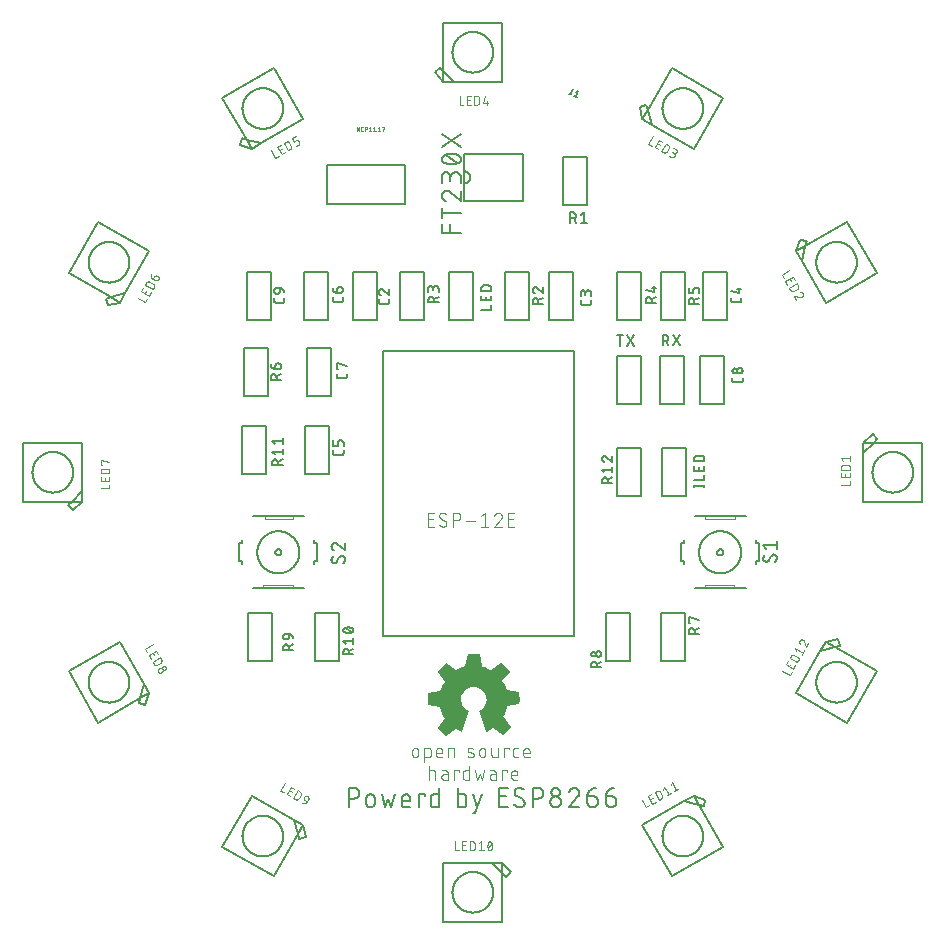
<source format=gbr>
G04 EAGLE Gerber RS-274X export*
G75*
%MOMM*%
%FSLAX34Y34*%
%LPD*%
%INSilkscreen Top*%
%IPPOS*%
%AMOC8*
5,1,8,0,0,1.08239X$1,22.5*%
G01*
%ADD10C,0.152400*%
%ADD11C,0.127000*%
%ADD12C,0.203200*%
%ADD13C,0.076200*%
%ADD14C,0.050800*%
%ADD15C,0.101600*%
%ADD16C,0.025400*%

G36*
X-23059Y-223218D02*
X-23059Y-223218D01*
X-23009Y-223218D01*
X-22982Y-223206D01*
X-22971Y-223204D01*
X-22962Y-223197D01*
X-22935Y-223184D01*
X-14430Y-217431D01*
X-12788Y-218368D01*
X-12779Y-218371D01*
X-12763Y-218381D01*
X-10991Y-219141D01*
X-9474Y-219899D01*
X-9443Y-219905D01*
X-9416Y-219920D01*
X-9375Y-219917D01*
X-9335Y-219925D01*
X-9306Y-219913D01*
X-9275Y-219911D01*
X-9242Y-219887D01*
X-9205Y-219872D01*
X-9186Y-219847D01*
X-9161Y-219828D01*
X-9123Y-219759D01*
X-9122Y-219758D01*
X-9122Y-219757D01*
X-3026Y-202485D01*
X-3026Y-202483D01*
X-3025Y-202481D01*
X-3022Y-202413D01*
X-3018Y-202344D01*
X-3019Y-202343D01*
X-3019Y-202341D01*
X-3053Y-202281D01*
X-3086Y-202221D01*
X-3088Y-202220D01*
X-3089Y-202218D01*
X-3156Y-202172D01*
X-4921Y-201329D01*
X-6480Y-200185D01*
X-7800Y-198773D01*
X-8834Y-197139D01*
X-9546Y-195343D01*
X-9913Y-193444D01*
X-9920Y-191511D01*
X-9568Y-189611D01*
X-8869Y-187808D01*
X-7847Y-186167D01*
X-6538Y-184745D01*
X-4988Y-183590D01*
X-3250Y-182743D01*
X-1385Y-182234D01*
X551Y-182080D01*
X2521Y-182143D01*
X4435Y-182572D01*
X6234Y-183352D01*
X7855Y-184456D01*
X9240Y-185844D01*
X10341Y-187467D01*
X11118Y-189268D01*
X11543Y-191182D01*
X11602Y-193142D01*
X11293Y-195079D01*
X10625Y-196923D01*
X9624Y-198609D01*
X8325Y-200078D01*
X6773Y-201277D01*
X5003Y-202175D01*
X5001Y-202177D01*
X4998Y-202177D01*
X4949Y-202225D01*
X4900Y-202271D01*
X4899Y-202274D01*
X4897Y-202276D01*
X4881Y-202342D01*
X4864Y-202407D01*
X4865Y-202410D01*
X4864Y-202413D01*
X4881Y-202492D01*
X11485Y-219510D01*
X11506Y-219538D01*
X11518Y-219570D01*
X11548Y-219592D01*
X11571Y-219622D01*
X11603Y-219634D01*
X11630Y-219655D01*
X11668Y-219658D01*
X11703Y-219671D01*
X11737Y-219664D01*
X11771Y-219667D01*
X11834Y-219643D01*
X11841Y-219642D01*
X11843Y-219640D01*
X11847Y-219638D01*
X17039Y-216672D01*
X25288Y-222671D01*
X25350Y-222694D01*
X25412Y-222719D01*
X25416Y-222718D01*
X25421Y-222719D01*
X25486Y-222705D01*
X25550Y-222693D01*
X25555Y-222690D01*
X25558Y-222689D01*
X25564Y-222683D01*
X25616Y-222646D01*
X28918Y-219344D01*
X28921Y-219338D01*
X28932Y-219329D01*
X31980Y-215773D01*
X31993Y-215744D01*
X31997Y-215739D01*
X31999Y-215731D01*
X32001Y-215726D01*
X32029Y-215683D01*
X32030Y-215663D01*
X32038Y-215645D01*
X32031Y-215594D01*
X32032Y-215542D01*
X32020Y-215517D01*
X32019Y-215506D01*
X32011Y-215496D01*
X31998Y-215468D01*
X25993Y-206460D01*
X27176Y-204567D01*
X27179Y-204555D01*
X27201Y-204513D01*
X28725Y-199941D01*
X28726Y-199937D01*
X28729Y-199930D01*
X29193Y-198305D01*
X39197Y-196554D01*
X39245Y-196531D01*
X39295Y-196514D01*
X39307Y-196500D01*
X39323Y-196492D01*
X39351Y-196447D01*
X39385Y-196406D01*
X39392Y-196381D01*
X39397Y-196372D01*
X39397Y-196360D01*
X39405Y-196328D01*
X39659Y-193534D01*
X39658Y-193526D01*
X39660Y-193511D01*
X39660Y-191225D01*
X39658Y-191215D01*
X39659Y-191193D01*
X39639Y-191035D01*
X39639Y-191034D01*
X39607Y-190781D01*
X39575Y-190528D01*
X39544Y-190275D01*
X39512Y-190022D01*
X39512Y-190021D01*
X39480Y-189768D01*
X39449Y-189515D01*
X39417Y-189262D01*
X39405Y-189165D01*
X39151Y-186627D01*
X39132Y-186579D01*
X39120Y-186528D01*
X39106Y-186514D01*
X39099Y-186497D01*
X39056Y-186466D01*
X39019Y-186429D01*
X38994Y-186421D01*
X38984Y-186414D01*
X38972Y-186413D01*
X38942Y-186403D01*
X28673Y-184650D01*
X27708Y-181998D01*
X27201Y-180477D01*
X27194Y-180466D01*
X27181Y-180431D01*
X26165Y-178653D01*
X26163Y-178650D01*
X26160Y-178644D01*
X24984Y-176763D01*
X31225Y-168775D01*
X31247Y-168718D01*
X31275Y-168663D01*
X31273Y-168653D01*
X31277Y-168644D01*
X31266Y-168584D01*
X31260Y-168523D01*
X31253Y-168512D01*
X31252Y-168505D01*
X31243Y-168496D01*
X31218Y-168454D01*
X29694Y-166676D01*
X29688Y-166672D01*
X29680Y-166662D01*
X27902Y-164884D01*
X27897Y-164881D01*
X27890Y-164872D01*
X23826Y-161316D01*
X23775Y-161292D01*
X23727Y-161263D01*
X23712Y-161263D01*
X23698Y-161256D01*
X23643Y-161264D01*
X23586Y-161264D01*
X23568Y-161273D01*
X23559Y-161274D01*
X23549Y-161282D01*
X23513Y-161300D01*
X14995Y-167313D01*
X12845Y-166357D01*
X10818Y-165344D01*
X10806Y-165342D01*
X10775Y-165327D01*
X8997Y-164819D01*
X7376Y-164356D01*
X5876Y-154104D01*
X5848Y-154043D01*
X5821Y-153980D01*
X5819Y-153979D01*
X5817Y-153976D01*
X5760Y-153938D01*
X5705Y-153900D01*
X5701Y-153900D01*
X5700Y-153898D01*
X5693Y-153898D01*
X5625Y-153887D01*
X-4027Y-153887D01*
X-4086Y-153905D01*
X-4146Y-153917D01*
X-4153Y-153924D01*
X-4162Y-153927D01*
X-4203Y-153973D01*
X-4247Y-154016D01*
X-4251Y-154027D01*
X-4256Y-154032D01*
X-4258Y-154044D01*
X-4275Y-154092D01*
X-6277Y-164352D01*
X-8919Y-165072D01*
X-8930Y-165079D01*
X-8966Y-165090D01*
X-10998Y-166106D01*
X-13911Y-167562D01*
X-22423Y-161554D01*
X-22475Y-161536D01*
X-22524Y-161511D01*
X-22540Y-161513D01*
X-22556Y-161508D01*
X-22610Y-161520D01*
X-22664Y-161526D01*
X-22683Y-161538D01*
X-22693Y-161540D01*
X-22702Y-161549D01*
X-22734Y-161568D01*
X-24512Y-163092D01*
X-24515Y-163098D01*
X-24526Y-163106D01*
X-28082Y-166662D01*
X-28085Y-166667D01*
X-28095Y-166676D01*
X-29619Y-168454D01*
X-29641Y-168502D01*
X-29669Y-168546D01*
X-29670Y-168565D01*
X-29677Y-168582D01*
X-29670Y-168634D01*
X-29671Y-168687D01*
X-29660Y-168711D01*
X-29658Y-168722D01*
X-29650Y-168731D01*
X-29637Y-168761D01*
X-23882Y-177268D01*
X-25076Y-179418D01*
X-25078Y-179425D01*
X-25086Y-179438D01*
X-26102Y-181724D01*
X-26103Y-181729D01*
X-26108Y-181738D01*
X-26870Y-183770D01*
X-27580Y-185662D01*
X-37592Y-187164D01*
X-37644Y-187188D01*
X-37698Y-187206D01*
X-37707Y-187217D01*
X-37720Y-187223D01*
X-37751Y-187271D01*
X-37788Y-187315D01*
X-37792Y-187334D01*
X-37797Y-187341D01*
X-37797Y-187354D01*
X-37807Y-187394D01*
X-38061Y-190442D01*
X-38060Y-190449D01*
X-38062Y-190463D01*
X-38062Y-197067D01*
X-38044Y-197129D01*
X-38029Y-197192D01*
X-38024Y-197196D01*
X-38023Y-197202D01*
X-37974Y-197245D01*
X-37927Y-197290D01*
X-37920Y-197293D01*
X-37917Y-197295D01*
X-37908Y-197297D01*
X-37850Y-197316D01*
X-27355Y-199066D01*
X-26881Y-201434D01*
X-26875Y-201445D01*
X-26868Y-201479D01*
X-25852Y-204019D01*
X-25850Y-204021D01*
X-25848Y-204027D01*
X-24832Y-206313D01*
X-24830Y-206317D01*
X-24827Y-206324D01*
X-23881Y-208216D01*
X-29883Y-216219D01*
X-29904Y-216273D01*
X-29930Y-216326D01*
X-29929Y-216339D01*
X-29933Y-216350D01*
X-29921Y-216408D01*
X-29915Y-216466D01*
X-29907Y-216480D01*
X-29905Y-216489D01*
X-29896Y-216498D01*
X-29873Y-216535D01*
X-28349Y-218313D01*
X-28343Y-218317D01*
X-28336Y-218328D01*
X-24780Y-221884D01*
X-24773Y-221887D01*
X-24763Y-221899D01*
X-23239Y-223169D01*
X-23192Y-223190D01*
X-23150Y-223217D01*
X-23129Y-223217D01*
X-23110Y-223226D01*
X-23059Y-223218D01*
G37*
D10*
X-105058Y-283492D02*
X-105058Y-267236D01*
X-100543Y-267236D01*
X-100410Y-267238D01*
X-100278Y-267244D01*
X-100146Y-267254D01*
X-100014Y-267267D01*
X-99882Y-267285D01*
X-99752Y-267306D01*
X-99621Y-267331D01*
X-99492Y-267360D01*
X-99364Y-267393D01*
X-99236Y-267429D01*
X-99110Y-267469D01*
X-98985Y-267513D01*
X-98861Y-267561D01*
X-98739Y-267612D01*
X-98618Y-267667D01*
X-98499Y-267725D01*
X-98381Y-267787D01*
X-98266Y-267852D01*
X-98152Y-267921D01*
X-98041Y-267992D01*
X-97932Y-268068D01*
X-97825Y-268146D01*
X-97720Y-268227D01*
X-97618Y-268312D01*
X-97518Y-268399D01*
X-97421Y-268489D01*
X-97326Y-268582D01*
X-97235Y-268678D01*
X-97146Y-268776D01*
X-97060Y-268877D01*
X-96977Y-268981D01*
X-96897Y-269087D01*
X-96821Y-269195D01*
X-96747Y-269305D01*
X-96677Y-269418D01*
X-96610Y-269532D01*
X-96547Y-269649D01*
X-96487Y-269767D01*
X-96430Y-269887D01*
X-96377Y-270009D01*
X-96328Y-270132D01*
X-96282Y-270256D01*
X-96240Y-270382D01*
X-96202Y-270509D01*
X-96167Y-270637D01*
X-96136Y-270766D01*
X-96109Y-270895D01*
X-96086Y-271026D01*
X-96066Y-271157D01*
X-96051Y-271289D01*
X-96039Y-271421D01*
X-96031Y-271553D01*
X-96027Y-271686D01*
X-96027Y-271818D01*
X-96031Y-271951D01*
X-96039Y-272083D01*
X-96051Y-272215D01*
X-96066Y-272347D01*
X-96086Y-272478D01*
X-96109Y-272609D01*
X-96136Y-272738D01*
X-96167Y-272867D01*
X-96202Y-272995D01*
X-96240Y-273122D01*
X-96282Y-273248D01*
X-96328Y-273372D01*
X-96377Y-273495D01*
X-96430Y-273617D01*
X-96487Y-273737D01*
X-96547Y-273855D01*
X-96610Y-273972D01*
X-96677Y-274086D01*
X-96747Y-274199D01*
X-96821Y-274309D01*
X-96897Y-274417D01*
X-96977Y-274523D01*
X-97060Y-274627D01*
X-97146Y-274728D01*
X-97235Y-274826D01*
X-97326Y-274922D01*
X-97421Y-275015D01*
X-97518Y-275105D01*
X-97618Y-275192D01*
X-97720Y-275277D01*
X-97825Y-275358D01*
X-97932Y-275436D01*
X-98041Y-275512D01*
X-98152Y-275583D01*
X-98266Y-275652D01*
X-98381Y-275717D01*
X-98499Y-275779D01*
X-98618Y-275837D01*
X-98739Y-275892D01*
X-98861Y-275943D01*
X-98985Y-275991D01*
X-99110Y-276035D01*
X-99236Y-276075D01*
X-99364Y-276111D01*
X-99492Y-276144D01*
X-99621Y-276173D01*
X-99752Y-276198D01*
X-99882Y-276219D01*
X-100014Y-276237D01*
X-100146Y-276250D01*
X-100278Y-276260D01*
X-100410Y-276266D01*
X-100543Y-276268D01*
X-105058Y-276268D01*
X-90298Y-276268D02*
X-90298Y-279880D01*
X-90298Y-276268D02*
X-90296Y-276149D01*
X-90290Y-276029D01*
X-90280Y-275910D01*
X-90266Y-275792D01*
X-90249Y-275673D01*
X-90227Y-275556D01*
X-90202Y-275439D01*
X-90172Y-275324D01*
X-90139Y-275209D01*
X-90102Y-275095D01*
X-90062Y-274983D01*
X-90017Y-274872D01*
X-89969Y-274763D01*
X-89918Y-274655D01*
X-89863Y-274549D01*
X-89804Y-274445D01*
X-89742Y-274343D01*
X-89677Y-274243D01*
X-89608Y-274145D01*
X-89536Y-274049D01*
X-89461Y-273956D01*
X-89384Y-273866D01*
X-89303Y-273778D01*
X-89219Y-273693D01*
X-89132Y-273611D01*
X-89043Y-273531D01*
X-88951Y-273455D01*
X-88857Y-273381D01*
X-88760Y-273311D01*
X-88662Y-273244D01*
X-88561Y-273180D01*
X-88457Y-273120D01*
X-88352Y-273063D01*
X-88245Y-273010D01*
X-88137Y-272960D01*
X-88027Y-272914D01*
X-87915Y-272872D01*
X-87802Y-272833D01*
X-87688Y-272798D01*
X-87573Y-272767D01*
X-87456Y-272739D01*
X-87339Y-272716D01*
X-87222Y-272696D01*
X-87103Y-272680D01*
X-86984Y-272668D01*
X-86865Y-272660D01*
X-86746Y-272656D01*
X-86626Y-272656D01*
X-86507Y-272660D01*
X-86388Y-272668D01*
X-86269Y-272680D01*
X-86150Y-272696D01*
X-86033Y-272716D01*
X-85916Y-272739D01*
X-85799Y-272767D01*
X-85684Y-272798D01*
X-85570Y-272833D01*
X-85457Y-272872D01*
X-85345Y-272914D01*
X-85235Y-272960D01*
X-85127Y-273010D01*
X-85020Y-273063D01*
X-84915Y-273120D01*
X-84811Y-273180D01*
X-84710Y-273244D01*
X-84612Y-273311D01*
X-84515Y-273381D01*
X-84421Y-273455D01*
X-84329Y-273531D01*
X-84240Y-273611D01*
X-84153Y-273693D01*
X-84069Y-273778D01*
X-83988Y-273866D01*
X-83911Y-273956D01*
X-83836Y-274049D01*
X-83764Y-274145D01*
X-83695Y-274243D01*
X-83630Y-274343D01*
X-83568Y-274445D01*
X-83509Y-274549D01*
X-83454Y-274655D01*
X-83403Y-274763D01*
X-83355Y-274872D01*
X-83310Y-274983D01*
X-83270Y-275095D01*
X-83233Y-275209D01*
X-83200Y-275324D01*
X-83170Y-275439D01*
X-83145Y-275556D01*
X-83123Y-275673D01*
X-83106Y-275792D01*
X-83092Y-275910D01*
X-83082Y-276029D01*
X-83076Y-276149D01*
X-83074Y-276268D01*
X-83073Y-276268D02*
X-83073Y-279880D01*
X-83074Y-279880D02*
X-83076Y-279999D01*
X-83082Y-280119D01*
X-83092Y-280238D01*
X-83106Y-280356D01*
X-83123Y-280475D01*
X-83145Y-280592D01*
X-83170Y-280709D01*
X-83200Y-280824D01*
X-83233Y-280939D01*
X-83270Y-281053D01*
X-83310Y-281165D01*
X-83355Y-281276D01*
X-83403Y-281385D01*
X-83454Y-281493D01*
X-83509Y-281599D01*
X-83568Y-281703D01*
X-83630Y-281805D01*
X-83695Y-281905D01*
X-83764Y-282003D01*
X-83836Y-282099D01*
X-83911Y-282192D01*
X-83988Y-282282D01*
X-84069Y-282370D01*
X-84153Y-282455D01*
X-84240Y-282537D01*
X-84329Y-282617D01*
X-84421Y-282693D01*
X-84515Y-282767D01*
X-84612Y-282837D01*
X-84710Y-282904D01*
X-84811Y-282968D01*
X-84915Y-283028D01*
X-85020Y-283085D01*
X-85127Y-283138D01*
X-85235Y-283188D01*
X-85345Y-283234D01*
X-85457Y-283276D01*
X-85570Y-283315D01*
X-85684Y-283350D01*
X-85799Y-283381D01*
X-85916Y-283409D01*
X-86033Y-283432D01*
X-86150Y-283452D01*
X-86269Y-283468D01*
X-86388Y-283480D01*
X-86507Y-283488D01*
X-86626Y-283492D01*
X-86746Y-283492D01*
X-86865Y-283488D01*
X-86984Y-283480D01*
X-87103Y-283468D01*
X-87222Y-283452D01*
X-87339Y-283432D01*
X-87456Y-283409D01*
X-87573Y-283381D01*
X-87688Y-283350D01*
X-87802Y-283315D01*
X-87915Y-283276D01*
X-88027Y-283234D01*
X-88137Y-283188D01*
X-88245Y-283138D01*
X-88352Y-283085D01*
X-88457Y-283028D01*
X-88561Y-282968D01*
X-88662Y-282904D01*
X-88760Y-282837D01*
X-88857Y-282767D01*
X-88951Y-282693D01*
X-89043Y-282617D01*
X-89132Y-282537D01*
X-89219Y-282455D01*
X-89303Y-282370D01*
X-89384Y-282282D01*
X-89461Y-282192D01*
X-89536Y-282099D01*
X-89608Y-282003D01*
X-89677Y-281905D01*
X-89742Y-281805D01*
X-89804Y-281703D01*
X-89863Y-281599D01*
X-89918Y-281493D01*
X-89969Y-281385D01*
X-90017Y-281276D01*
X-90062Y-281165D01*
X-90102Y-281053D01*
X-90139Y-280939D01*
X-90172Y-280824D01*
X-90202Y-280709D01*
X-90227Y-280592D01*
X-90249Y-280475D01*
X-90266Y-280356D01*
X-90280Y-280238D01*
X-90290Y-280119D01*
X-90296Y-279999D01*
X-90298Y-279880D01*
X-76994Y-272655D02*
X-74285Y-283492D01*
X-71575Y-276268D01*
X-68866Y-283492D01*
X-66157Y-272655D01*
X-57368Y-283492D02*
X-52853Y-283492D01*
X-57368Y-283492D02*
X-57469Y-283490D01*
X-57570Y-283484D01*
X-57671Y-283475D01*
X-57772Y-283462D01*
X-57872Y-283445D01*
X-57971Y-283424D01*
X-58069Y-283400D01*
X-58166Y-283372D01*
X-58263Y-283340D01*
X-58358Y-283305D01*
X-58451Y-283266D01*
X-58543Y-283224D01*
X-58634Y-283178D01*
X-58723Y-283129D01*
X-58809Y-283077D01*
X-58894Y-283021D01*
X-58977Y-282963D01*
X-59057Y-282901D01*
X-59135Y-282836D01*
X-59211Y-282769D01*
X-59284Y-282699D01*
X-59354Y-282626D01*
X-59421Y-282550D01*
X-59486Y-282472D01*
X-59548Y-282392D01*
X-59606Y-282309D01*
X-59662Y-282224D01*
X-59714Y-282138D01*
X-59763Y-282049D01*
X-59809Y-281958D01*
X-59851Y-281866D01*
X-59890Y-281773D01*
X-59925Y-281678D01*
X-59957Y-281581D01*
X-59985Y-281484D01*
X-60009Y-281386D01*
X-60030Y-281287D01*
X-60047Y-281187D01*
X-60060Y-281086D01*
X-60069Y-280985D01*
X-60075Y-280884D01*
X-60077Y-280783D01*
X-60078Y-280783D02*
X-60078Y-276268D01*
X-60077Y-276268D02*
X-60075Y-276149D01*
X-60069Y-276029D01*
X-60059Y-275910D01*
X-60045Y-275792D01*
X-60028Y-275673D01*
X-60006Y-275556D01*
X-59981Y-275439D01*
X-59951Y-275324D01*
X-59918Y-275209D01*
X-59881Y-275095D01*
X-59841Y-274983D01*
X-59796Y-274872D01*
X-59748Y-274763D01*
X-59697Y-274655D01*
X-59642Y-274549D01*
X-59583Y-274445D01*
X-59521Y-274343D01*
X-59456Y-274243D01*
X-59387Y-274145D01*
X-59315Y-274049D01*
X-59240Y-273956D01*
X-59163Y-273866D01*
X-59082Y-273778D01*
X-58998Y-273693D01*
X-58911Y-273611D01*
X-58822Y-273531D01*
X-58730Y-273455D01*
X-58636Y-273381D01*
X-58539Y-273311D01*
X-58441Y-273244D01*
X-58340Y-273180D01*
X-58236Y-273120D01*
X-58131Y-273063D01*
X-58024Y-273010D01*
X-57916Y-272960D01*
X-57806Y-272914D01*
X-57694Y-272872D01*
X-57581Y-272833D01*
X-57467Y-272798D01*
X-57352Y-272767D01*
X-57235Y-272739D01*
X-57118Y-272716D01*
X-57001Y-272696D01*
X-56882Y-272680D01*
X-56763Y-272668D01*
X-56644Y-272660D01*
X-56525Y-272656D01*
X-56405Y-272656D01*
X-56286Y-272660D01*
X-56167Y-272668D01*
X-56048Y-272680D01*
X-55929Y-272696D01*
X-55812Y-272716D01*
X-55695Y-272739D01*
X-55578Y-272767D01*
X-55463Y-272798D01*
X-55349Y-272833D01*
X-55236Y-272872D01*
X-55124Y-272914D01*
X-55014Y-272960D01*
X-54906Y-273010D01*
X-54799Y-273063D01*
X-54694Y-273120D01*
X-54590Y-273180D01*
X-54489Y-273244D01*
X-54391Y-273311D01*
X-54294Y-273381D01*
X-54200Y-273455D01*
X-54108Y-273531D01*
X-54019Y-273611D01*
X-53932Y-273693D01*
X-53848Y-273778D01*
X-53767Y-273866D01*
X-53690Y-273956D01*
X-53615Y-274049D01*
X-53543Y-274145D01*
X-53474Y-274243D01*
X-53409Y-274343D01*
X-53347Y-274445D01*
X-53288Y-274549D01*
X-53233Y-274655D01*
X-53182Y-274763D01*
X-53134Y-274872D01*
X-53089Y-274983D01*
X-53049Y-275095D01*
X-53012Y-275209D01*
X-52979Y-275324D01*
X-52949Y-275439D01*
X-52924Y-275556D01*
X-52902Y-275673D01*
X-52885Y-275792D01*
X-52871Y-275910D01*
X-52861Y-276029D01*
X-52855Y-276149D01*
X-52853Y-276268D01*
X-52853Y-278074D01*
X-60078Y-278074D01*
X-45925Y-283492D02*
X-45925Y-272655D01*
X-40506Y-272655D01*
X-40506Y-274461D01*
X-28437Y-267236D02*
X-28437Y-283492D01*
X-32953Y-283492D01*
X-33054Y-283490D01*
X-33155Y-283484D01*
X-33256Y-283475D01*
X-33357Y-283462D01*
X-33457Y-283445D01*
X-33556Y-283424D01*
X-33654Y-283400D01*
X-33751Y-283372D01*
X-33848Y-283340D01*
X-33943Y-283305D01*
X-34036Y-283266D01*
X-34128Y-283224D01*
X-34219Y-283178D01*
X-34308Y-283129D01*
X-34394Y-283077D01*
X-34479Y-283021D01*
X-34562Y-282963D01*
X-34642Y-282901D01*
X-34720Y-282836D01*
X-34796Y-282769D01*
X-34869Y-282699D01*
X-34939Y-282626D01*
X-35006Y-282550D01*
X-35071Y-282472D01*
X-35133Y-282392D01*
X-35191Y-282309D01*
X-35247Y-282224D01*
X-35299Y-282138D01*
X-35348Y-282049D01*
X-35394Y-281958D01*
X-35436Y-281866D01*
X-35475Y-281773D01*
X-35510Y-281678D01*
X-35542Y-281581D01*
X-35570Y-281484D01*
X-35594Y-281386D01*
X-35615Y-281287D01*
X-35632Y-281187D01*
X-35645Y-281086D01*
X-35654Y-280985D01*
X-35660Y-280884D01*
X-35662Y-280783D01*
X-35662Y-275364D01*
X-35660Y-275263D01*
X-35654Y-275162D01*
X-35645Y-275061D01*
X-35632Y-274960D01*
X-35615Y-274860D01*
X-35594Y-274761D01*
X-35570Y-274663D01*
X-35542Y-274566D01*
X-35510Y-274469D01*
X-35475Y-274374D01*
X-35436Y-274281D01*
X-35394Y-274189D01*
X-35348Y-274098D01*
X-35299Y-274010D01*
X-35247Y-273923D01*
X-35191Y-273838D01*
X-35133Y-273755D01*
X-35071Y-273675D01*
X-35006Y-273597D01*
X-34939Y-273521D01*
X-34869Y-273448D01*
X-34796Y-273378D01*
X-34720Y-273311D01*
X-34642Y-273246D01*
X-34562Y-273184D01*
X-34479Y-273126D01*
X-34394Y-273070D01*
X-34308Y-273018D01*
X-34219Y-272969D01*
X-34128Y-272923D01*
X-34036Y-272881D01*
X-33943Y-272842D01*
X-33848Y-272807D01*
X-33751Y-272775D01*
X-33654Y-272747D01*
X-33556Y-272723D01*
X-33457Y-272702D01*
X-33357Y-272685D01*
X-33256Y-272672D01*
X-33155Y-272663D01*
X-33054Y-272657D01*
X-32953Y-272655D01*
X-28437Y-272655D01*
X-12590Y-267236D02*
X-12590Y-283492D01*
X-8074Y-283492D01*
X-7970Y-283490D01*
X-7867Y-283484D01*
X-7763Y-283474D01*
X-7660Y-283460D01*
X-7558Y-283442D01*
X-7457Y-283421D01*
X-7356Y-283395D01*
X-7257Y-283366D01*
X-7158Y-283333D01*
X-7061Y-283296D01*
X-6966Y-283255D01*
X-6872Y-283211D01*
X-6780Y-283163D01*
X-6690Y-283112D01*
X-6601Y-283057D01*
X-6515Y-282999D01*
X-6432Y-282937D01*
X-6350Y-282873D01*
X-6272Y-282805D01*
X-6196Y-282735D01*
X-6122Y-282662D01*
X-6052Y-282585D01*
X-5984Y-282507D01*
X-5920Y-282425D01*
X-5858Y-282342D01*
X-5800Y-282256D01*
X-5745Y-282167D01*
X-5694Y-282077D01*
X-5646Y-281985D01*
X-5602Y-281891D01*
X-5561Y-281796D01*
X-5524Y-281699D01*
X-5491Y-281600D01*
X-5462Y-281501D01*
X-5436Y-281400D01*
X-5415Y-281299D01*
X-5397Y-281197D01*
X-5383Y-281094D01*
X-5373Y-280990D01*
X-5367Y-280887D01*
X-5365Y-280783D01*
X-5365Y-275364D01*
X-5367Y-275263D01*
X-5373Y-275162D01*
X-5382Y-275061D01*
X-5395Y-274960D01*
X-5412Y-274860D01*
X-5433Y-274761D01*
X-5457Y-274663D01*
X-5485Y-274566D01*
X-5517Y-274469D01*
X-5552Y-274374D01*
X-5591Y-274281D01*
X-5633Y-274189D01*
X-5679Y-274098D01*
X-5728Y-274009D01*
X-5780Y-273923D01*
X-5836Y-273838D01*
X-5894Y-273755D01*
X-5956Y-273675D01*
X-6021Y-273597D01*
X-6088Y-273521D01*
X-6158Y-273448D01*
X-6231Y-273378D01*
X-6307Y-273311D01*
X-6385Y-273246D01*
X-6465Y-273184D01*
X-6548Y-273126D01*
X-6633Y-273070D01*
X-6720Y-273018D01*
X-6808Y-272969D01*
X-6899Y-272923D01*
X-6991Y-272881D01*
X-7084Y-272842D01*
X-7179Y-272807D01*
X-7276Y-272775D01*
X-7373Y-272747D01*
X-7471Y-272723D01*
X-7570Y-272702D01*
X-7670Y-272685D01*
X-7771Y-272672D01*
X-7872Y-272663D01*
X-7973Y-272657D01*
X-8074Y-272655D01*
X-12590Y-272655D01*
X363Y-288911D02*
X2169Y-288911D01*
X7588Y-272655D01*
X363Y-272655D02*
X3976Y-283492D01*
X22416Y-283492D02*
X29640Y-283492D01*
X22416Y-283492D02*
X22416Y-267236D01*
X29640Y-267236D01*
X27834Y-274461D02*
X22416Y-274461D01*
X40309Y-283492D02*
X40427Y-283490D01*
X40545Y-283484D01*
X40663Y-283475D01*
X40780Y-283461D01*
X40897Y-283444D01*
X41014Y-283423D01*
X41129Y-283398D01*
X41244Y-283369D01*
X41358Y-283336D01*
X41470Y-283300D01*
X41581Y-283260D01*
X41691Y-283217D01*
X41800Y-283170D01*
X41907Y-283120D01*
X42012Y-283065D01*
X42115Y-283008D01*
X42216Y-282947D01*
X42316Y-282883D01*
X42413Y-282816D01*
X42508Y-282746D01*
X42600Y-282672D01*
X42691Y-282596D01*
X42778Y-282516D01*
X42863Y-282434D01*
X42945Y-282349D01*
X43025Y-282262D01*
X43101Y-282171D01*
X43175Y-282079D01*
X43245Y-281984D01*
X43312Y-281887D01*
X43376Y-281787D01*
X43437Y-281686D01*
X43494Y-281583D01*
X43549Y-281478D01*
X43599Y-281371D01*
X43646Y-281262D01*
X43689Y-281152D01*
X43729Y-281041D01*
X43765Y-280929D01*
X43798Y-280815D01*
X43827Y-280700D01*
X43852Y-280585D01*
X43873Y-280468D01*
X43890Y-280351D01*
X43904Y-280234D01*
X43913Y-280116D01*
X43919Y-279998D01*
X43921Y-279880D01*
X40309Y-283492D02*
X40126Y-283490D01*
X39944Y-283483D01*
X39762Y-283472D01*
X39580Y-283457D01*
X39398Y-283437D01*
X39217Y-283414D01*
X39037Y-283385D01*
X38857Y-283353D01*
X38678Y-283316D01*
X38501Y-283275D01*
X38324Y-283229D01*
X38148Y-283180D01*
X37974Y-283126D01*
X37800Y-283068D01*
X37629Y-283006D01*
X37459Y-282940D01*
X37290Y-282869D01*
X37123Y-282795D01*
X36958Y-282717D01*
X36795Y-282635D01*
X36634Y-282549D01*
X36475Y-282459D01*
X36318Y-282365D01*
X36164Y-282268D01*
X36012Y-282167D01*
X35862Y-282062D01*
X35715Y-281954D01*
X35571Y-281843D01*
X35429Y-281728D01*
X35290Y-281609D01*
X35154Y-281487D01*
X35021Y-281362D01*
X34891Y-281234D01*
X35343Y-270849D02*
X35345Y-270731D01*
X35351Y-270613D01*
X35360Y-270495D01*
X35374Y-270378D01*
X35391Y-270261D01*
X35412Y-270144D01*
X35437Y-270029D01*
X35466Y-269914D01*
X35499Y-269800D01*
X35535Y-269688D01*
X35575Y-269577D01*
X35618Y-269467D01*
X35665Y-269358D01*
X35715Y-269251D01*
X35770Y-269146D01*
X35827Y-269043D01*
X35888Y-268942D01*
X35952Y-268842D01*
X36019Y-268745D01*
X36089Y-268650D01*
X36163Y-268558D01*
X36239Y-268467D01*
X36319Y-268380D01*
X36401Y-268295D01*
X36486Y-268213D01*
X36573Y-268133D01*
X36664Y-268057D01*
X36756Y-267983D01*
X36851Y-267913D01*
X36948Y-267846D01*
X37048Y-267782D01*
X37149Y-267721D01*
X37252Y-267664D01*
X37357Y-267609D01*
X37464Y-267559D01*
X37573Y-267512D01*
X37683Y-267469D01*
X37794Y-267429D01*
X37906Y-267393D01*
X38020Y-267360D01*
X38135Y-267331D01*
X38250Y-267306D01*
X38367Y-267285D01*
X38484Y-267268D01*
X38601Y-267254D01*
X38719Y-267245D01*
X38837Y-267239D01*
X38955Y-267237D01*
X39116Y-267239D01*
X39278Y-267245D01*
X39439Y-267254D01*
X39600Y-267268D01*
X39760Y-267285D01*
X39920Y-267306D01*
X40080Y-267331D01*
X40239Y-267360D01*
X40397Y-267392D01*
X40554Y-267428D01*
X40710Y-267468D01*
X40866Y-267512D01*
X41020Y-267560D01*
X41173Y-267611D01*
X41325Y-267665D01*
X41476Y-267724D01*
X41625Y-267785D01*
X41772Y-267851D01*
X41918Y-267920D01*
X42063Y-267992D01*
X42205Y-268068D01*
X42346Y-268147D01*
X42485Y-268229D01*
X42621Y-268315D01*
X42756Y-268404D01*
X42889Y-268496D01*
X43019Y-268592D01*
X37148Y-274010D02*
X37047Y-273948D01*
X36947Y-273883D01*
X36850Y-273814D01*
X36755Y-273742D01*
X36662Y-273668D01*
X36572Y-273590D01*
X36484Y-273509D01*
X36399Y-273426D01*
X36317Y-273340D01*
X36238Y-273251D01*
X36161Y-273160D01*
X36088Y-273066D01*
X36017Y-272970D01*
X35950Y-272872D01*
X35886Y-272772D01*
X35825Y-272669D01*
X35768Y-272565D01*
X35714Y-272459D01*
X35664Y-272351D01*
X35617Y-272242D01*
X35573Y-272131D01*
X35533Y-272019D01*
X35497Y-271905D01*
X35465Y-271791D01*
X35436Y-271675D01*
X35411Y-271559D01*
X35390Y-271442D01*
X35373Y-271324D01*
X35359Y-271206D01*
X35350Y-271087D01*
X35344Y-270968D01*
X35342Y-270849D01*
X42116Y-276719D02*
X42217Y-276781D01*
X42317Y-276846D01*
X42414Y-276915D01*
X42509Y-276987D01*
X42602Y-277061D01*
X42692Y-277139D01*
X42780Y-277220D01*
X42865Y-277303D01*
X42947Y-277389D01*
X43026Y-277478D01*
X43103Y-277569D01*
X43176Y-277663D01*
X43247Y-277759D01*
X43314Y-277857D01*
X43378Y-277957D01*
X43439Y-278060D01*
X43496Y-278164D01*
X43550Y-278270D01*
X43600Y-278378D01*
X43647Y-278487D01*
X43691Y-278598D01*
X43731Y-278710D01*
X43767Y-278824D01*
X43799Y-278938D01*
X43828Y-279054D01*
X43853Y-279170D01*
X43874Y-279287D01*
X43891Y-279405D01*
X43905Y-279523D01*
X43914Y-279642D01*
X43920Y-279761D01*
X43922Y-279880D01*
X42116Y-276719D02*
X37148Y-274010D01*
X50733Y-267236D02*
X50733Y-283492D01*
X50733Y-267236D02*
X55248Y-267236D01*
X55381Y-267238D01*
X55513Y-267244D01*
X55645Y-267254D01*
X55777Y-267267D01*
X55909Y-267285D01*
X56039Y-267306D01*
X56170Y-267331D01*
X56299Y-267360D01*
X56427Y-267393D01*
X56555Y-267429D01*
X56681Y-267469D01*
X56806Y-267513D01*
X56930Y-267561D01*
X57052Y-267612D01*
X57173Y-267667D01*
X57292Y-267725D01*
X57410Y-267787D01*
X57525Y-267852D01*
X57639Y-267921D01*
X57750Y-267992D01*
X57859Y-268068D01*
X57966Y-268146D01*
X58071Y-268227D01*
X58173Y-268312D01*
X58273Y-268399D01*
X58370Y-268489D01*
X58465Y-268582D01*
X58556Y-268678D01*
X58645Y-268776D01*
X58731Y-268877D01*
X58814Y-268981D01*
X58894Y-269087D01*
X58970Y-269195D01*
X59044Y-269305D01*
X59114Y-269418D01*
X59181Y-269532D01*
X59244Y-269649D01*
X59304Y-269767D01*
X59361Y-269887D01*
X59414Y-270009D01*
X59463Y-270132D01*
X59509Y-270256D01*
X59551Y-270382D01*
X59589Y-270509D01*
X59624Y-270637D01*
X59655Y-270766D01*
X59682Y-270895D01*
X59705Y-271026D01*
X59725Y-271157D01*
X59740Y-271289D01*
X59752Y-271421D01*
X59760Y-271553D01*
X59764Y-271686D01*
X59764Y-271818D01*
X59760Y-271951D01*
X59752Y-272083D01*
X59740Y-272215D01*
X59725Y-272347D01*
X59705Y-272478D01*
X59682Y-272609D01*
X59655Y-272738D01*
X59624Y-272867D01*
X59589Y-272995D01*
X59551Y-273122D01*
X59509Y-273248D01*
X59463Y-273372D01*
X59414Y-273495D01*
X59361Y-273617D01*
X59304Y-273737D01*
X59244Y-273855D01*
X59181Y-273972D01*
X59114Y-274086D01*
X59044Y-274199D01*
X58970Y-274309D01*
X58894Y-274417D01*
X58814Y-274523D01*
X58731Y-274627D01*
X58645Y-274728D01*
X58556Y-274826D01*
X58465Y-274922D01*
X58370Y-275015D01*
X58273Y-275105D01*
X58173Y-275192D01*
X58071Y-275277D01*
X57966Y-275358D01*
X57859Y-275436D01*
X57750Y-275512D01*
X57639Y-275583D01*
X57525Y-275652D01*
X57410Y-275717D01*
X57292Y-275779D01*
X57173Y-275837D01*
X57052Y-275892D01*
X56930Y-275943D01*
X56806Y-275991D01*
X56681Y-276035D01*
X56555Y-276075D01*
X56427Y-276111D01*
X56299Y-276144D01*
X56170Y-276173D01*
X56039Y-276198D01*
X55909Y-276219D01*
X55777Y-276237D01*
X55645Y-276250D01*
X55513Y-276260D01*
X55381Y-276266D01*
X55248Y-276268D01*
X50733Y-276268D01*
X65632Y-278977D02*
X65634Y-278844D01*
X65640Y-278712D01*
X65650Y-278580D01*
X65663Y-278448D01*
X65681Y-278316D01*
X65702Y-278186D01*
X65727Y-278055D01*
X65756Y-277926D01*
X65789Y-277798D01*
X65825Y-277670D01*
X65865Y-277544D01*
X65909Y-277419D01*
X65957Y-277295D01*
X66008Y-277173D01*
X66063Y-277052D01*
X66121Y-276933D01*
X66183Y-276815D01*
X66248Y-276700D01*
X66317Y-276586D01*
X66388Y-276475D01*
X66464Y-276366D01*
X66542Y-276259D01*
X66623Y-276154D01*
X66708Y-276052D01*
X66795Y-275952D01*
X66885Y-275855D01*
X66978Y-275760D01*
X67074Y-275669D01*
X67172Y-275580D01*
X67273Y-275494D01*
X67377Y-275411D01*
X67483Y-275331D01*
X67591Y-275255D01*
X67701Y-275181D01*
X67814Y-275111D01*
X67928Y-275044D01*
X68045Y-274981D01*
X68163Y-274921D01*
X68283Y-274864D01*
X68405Y-274811D01*
X68528Y-274762D01*
X68652Y-274716D01*
X68778Y-274674D01*
X68905Y-274636D01*
X69033Y-274601D01*
X69162Y-274570D01*
X69291Y-274543D01*
X69422Y-274520D01*
X69553Y-274500D01*
X69685Y-274485D01*
X69817Y-274473D01*
X69949Y-274465D01*
X70082Y-274461D01*
X70214Y-274461D01*
X70347Y-274465D01*
X70479Y-274473D01*
X70611Y-274485D01*
X70743Y-274500D01*
X70874Y-274520D01*
X71005Y-274543D01*
X71134Y-274570D01*
X71263Y-274601D01*
X71391Y-274636D01*
X71518Y-274674D01*
X71644Y-274716D01*
X71768Y-274762D01*
X71891Y-274811D01*
X72013Y-274864D01*
X72133Y-274921D01*
X72251Y-274981D01*
X72368Y-275044D01*
X72482Y-275111D01*
X72595Y-275181D01*
X72705Y-275255D01*
X72813Y-275331D01*
X72919Y-275411D01*
X73023Y-275494D01*
X73124Y-275580D01*
X73222Y-275669D01*
X73318Y-275760D01*
X73411Y-275855D01*
X73501Y-275952D01*
X73588Y-276052D01*
X73673Y-276154D01*
X73754Y-276259D01*
X73832Y-276366D01*
X73908Y-276475D01*
X73979Y-276586D01*
X74048Y-276700D01*
X74113Y-276815D01*
X74175Y-276933D01*
X74233Y-277052D01*
X74288Y-277173D01*
X74339Y-277295D01*
X74387Y-277419D01*
X74431Y-277544D01*
X74471Y-277670D01*
X74507Y-277798D01*
X74540Y-277926D01*
X74569Y-278055D01*
X74594Y-278186D01*
X74615Y-278316D01*
X74633Y-278448D01*
X74646Y-278580D01*
X74656Y-278712D01*
X74662Y-278844D01*
X74664Y-278977D01*
X74662Y-279110D01*
X74656Y-279242D01*
X74646Y-279374D01*
X74633Y-279506D01*
X74615Y-279638D01*
X74594Y-279768D01*
X74569Y-279899D01*
X74540Y-280028D01*
X74507Y-280156D01*
X74471Y-280284D01*
X74431Y-280410D01*
X74387Y-280535D01*
X74339Y-280659D01*
X74288Y-280781D01*
X74233Y-280902D01*
X74175Y-281021D01*
X74113Y-281139D01*
X74048Y-281254D01*
X73979Y-281368D01*
X73908Y-281479D01*
X73832Y-281588D01*
X73754Y-281695D01*
X73673Y-281800D01*
X73588Y-281902D01*
X73501Y-282002D01*
X73411Y-282099D01*
X73318Y-282194D01*
X73222Y-282285D01*
X73124Y-282374D01*
X73023Y-282460D01*
X72919Y-282543D01*
X72813Y-282623D01*
X72705Y-282699D01*
X72595Y-282773D01*
X72482Y-282843D01*
X72368Y-282910D01*
X72251Y-282973D01*
X72133Y-283033D01*
X72013Y-283090D01*
X71891Y-283143D01*
X71768Y-283192D01*
X71644Y-283238D01*
X71518Y-283280D01*
X71391Y-283318D01*
X71263Y-283353D01*
X71134Y-283384D01*
X71005Y-283411D01*
X70874Y-283434D01*
X70743Y-283454D01*
X70611Y-283469D01*
X70479Y-283481D01*
X70347Y-283489D01*
X70214Y-283493D01*
X70082Y-283493D01*
X69949Y-283489D01*
X69817Y-283481D01*
X69685Y-283469D01*
X69553Y-283454D01*
X69422Y-283434D01*
X69291Y-283411D01*
X69162Y-283384D01*
X69033Y-283353D01*
X68905Y-283318D01*
X68778Y-283280D01*
X68652Y-283238D01*
X68528Y-283192D01*
X68405Y-283143D01*
X68283Y-283090D01*
X68163Y-283033D01*
X68045Y-282973D01*
X67928Y-282910D01*
X67814Y-282843D01*
X67701Y-282773D01*
X67591Y-282699D01*
X67483Y-282623D01*
X67377Y-282543D01*
X67273Y-282460D01*
X67172Y-282374D01*
X67074Y-282285D01*
X66978Y-282194D01*
X66885Y-282099D01*
X66795Y-282002D01*
X66708Y-281902D01*
X66623Y-281800D01*
X66542Y-281695D01*
X66464Y-281588D01*
X66388Y-281479D01*
X66317Y-281368D01*
X66248Y-281254D01*
X66183Y-281139D01*
X66121Y-281021D01*
X66063Y-280902D01*
X66008Y-280781D01*
X65957Y-280659D01*
X65909Y-280535D01*
X65865Y-280410D01*
X65825Y-280284D01*
X65789Y-280156D01*
X65756Y-280028D01*
X65727Y-279899D01*
X65702Y-279768D01*
X65681Y-279638D01*
X65663Y-279506D01*
X65650Y-279374D01*
X65640Y-279242D01*
X65634Y-279110D01*
X65632Y-278977D01*
X66536Y-270849D02*
X66538Y-270730D01*
X66544Y-270610D01*
X66554Y-270491D01*
X66568Y-270373D01*
X66585Y-270254D01*
X66607Y-270137D01*
X66632Y-270020D01*
X66662Y-269905D01*
X66695Y-269790D01*
X66732Y-269676D01*
X66772Y-269564D01*
X66817Y-269453D01*
X66865Y-269344D01*
X66916Y-269236D01*
X66971Y-269130D01*
X67030Y-269026D01*
X67092Y-268924D01*
X67157Y-268824D01*
X67226Y-268726D01*
X67298Y-268630D01*
X67373Y-268537D01*
X67450Y-268447D01*
X67531Y-268359D01*
X67615Y-268274D01*
X67702Y-268192D01*
X67791Y-268112D01*
X67883Y-268036D01*
X67977Y-267962D01*
X68074Y-267892D01*
X68172Y-267825D01*
X68273Y-267761D01*
X68377Y-267701D01*
X68482Y-267644D01*
X68589Y-267591D01*
X68697Y-267541D01*
X68807Y-267495D01*
X68919Y-267453D01*
X69032Y-267414D01*
X69146Y-267379D01*
X69261Y-267348D01*
X69378Y-267320D01*
X69495Y-267297D01*
X69612Y-267277D01*
X69731Y-267261D01*
X69850Y-267249D01*
X69969Y-267241D01*
X70088Y-267237D01*
X70208Y-267237D01*
X70327Y-267241D01*
X70446Y-267249D01*
X70565Y-267261D01*
X70684Y-267277D01*
X70801Y-267297D01*
X70918Y-267320D01*
X71035Y-267348D01*
X71150Y-267379D01*
X71264Y-267414D01*
X71377Y-267453D01*
X71489Y-267495D01*
X71599Y-267541D01*
X71707Y-267591D01*
X71814Y-267644D01*
X71919Y-267701D01*
X72023Y-267761D01*
X72124Y-267825D01*
X72222Y-267892D01*
X72319Y-267962D01*
X72413Y-268036D01*
X72505Y-268112D01*
X72594Y-268192D01*
X72681Y-268274D01*
X72765Y-268359D01*
X72846Y-268447D01*
X72923Y-268537D01*
X72998Y-268630D01*
X73070Y-268726D01*
X73139Y-268824D01*
X73204Y-268924D01*
X73266Y-269026D01*
X73325Y-269130D01*
X73380Y-269236D01*
X73431Y-269344D01*
X73479Y-269453D01*
X73524Y-269564D01*
X73564Y-269676D01*
X73601Y-269790D01*
X73634Y-269905D01*
X73664Y-270020D01*
X73689Y-270137D01*
X73711Y-270254D01*
X73728Y-270373D01*
X73742Y-270491D01*
X73752Y-270610D01*
X73758Y-270730D01*
X73760Y-270849D01*
X73758Y-270968D01*
X73752Y-271088D01*
X73742Y-271207D01*
X73728Y-271325D01*
X73711Y-271444D01*
X73689Y-271561D01*
X73664Y-271678D01*
X73634Y-271793D01*
X73601Y-271908D01*
X73564Y-272022D01*
X73524Y-272134D01*
X73479Y-272245D01*
X73431Y-272354D01*
X73380Y-272462D01*
X73325Y-272568D01*
X73266Y-272672D01*
X73204Y-272774D01*
X73139Y-272874D01*
X73070Y-272972D01*
X72998Y-273068D01*
X72923Y-273161D01*
X72846Y-273251D01*
X72765Y-273339D01*
X72681Y-273424D01*
X72594Y-273506D01*
X72505Y-273586D01*
X72413Y-273662D01*
X72319Y-273736D01*
X72222Y-273806D01*
X72124Y-273873D01*
X72023Y-273937D01*
X71919Y-273997D01*
X71814Y-274054D01*
X71707Y-274107D01*
X71599Y-274157D01*
X71489Y-274203D01*
X71377Y-274245D01*
X71264Y-274284D01*
X71150Y-274319D01*
X71035Y-274350D01*
X70918Y-274378D01*
X70801Y-274401D01*
X70684Y-274421D01*
X70565Y-274437D01*
X70446Y-274449D01*
X70327Y-274457D01*
X70208Y-274461D01*
X70088Y-274461D01*
X69969Y-274457D01*
X69850Y-274449D01*
X69731Y-274437D01*
X69612Y-274421D01*
X69495Y-274401D01*
X69378Y-274378D01*
X69261Y-274350D01*
X69146Y-274319D01*
X69032Y-274284D01*
X68919Y-274245D01*
X68807Y-274203D01*
X68697Y-274157D01*
X68589Y-274107D01*
X68482Y-274054D01*
X68377Y-273997D01*
X68273Y-273937D01*
X68172Y-273873D01*
X68074Y-273806D01*
X67977Y-273736D01*
X67883Y-273662D01*
X67791Y-273586D01*
X67702Y-273506D01*
X67615Y-273424D01*
X67531Y-273339D01*
X67450Y-273251D01*
X67373Y-273161D01*
X67298Y-273068D01*
X67226Y-272972D01*
X67157Y-272874D01*
X67092Y-272774D01*
X67030Y-272672D01*
X66971Y-272568D01*
X66916Y-272462D01*
X66865Y-272354D01*
X66817Y-272245D01*
X66772Y-272134D01*
X66732Y-272022D01*
X66695Y-271908D01*
X66662Y-271793D01*
X66632Y-271678D01*
X66607Y-271561D01*
X66585Y-271444D01*
X66568Y-271325D01*
X66554Y-271207D01*
X66544Y-271088D01*
X66538Y-270968D01*
X66536Y-270849D01*
X86230Y-267236D02*
X86355Y-267238D01*
X86480Y-267244D01*
X86605Y-267253D01*
X86729Y-267267D01*
X86853Y-267284D01*
X86977Y-267305D01*
X87099Y-267330D01*
X87221Y-267359D01*
X87342Y-267391D01*
X87462Y-267427D01*
X87581Y-267467D01*
X87698Y-267510D01*
X87814Y-267557D01*
X87929Y-267608D01*
X88041Y-267662D01*
X88153Y-267720D01*
X88262Y-267780D01*
X88369Y-267845D01*
X88475Y-267912D01*
X88578Y-267983D01*
X88679Y-268057D01*
X88778Y-268134D01*
X88874Y-268214D01*
X88968Y-268297D01*
X89059Y-268382D01*
X89148Y-268471D01*
X89233Y-268562D01*
X89316Y-268656D01*
X89396Y-268752D01*
X89473Y-268851D01*
X89547Y-268952D01*
X89618Y-269055D01*
X89685Y-269161D01*
X89750Y-269268D01*
X89810Y-269377D01*
X89868Y-269489D01*
X89922Y-269601D01*
X89973Y-269716D01*
X90020Y-269832D01*
X90063Y-269949D01*
X90103Y-270068D01*
X90139Y-270188D01*
X90171Y-270309D01*
X90200Y-270431D01*
X90225Y-270553D01*
X90246Y-270677D01*
X90263Y-270801D01*
X90277Y-270925D01*
X90286Y-271050D01*
X90292Y-271175D01*
X90294Y-271300D01*
X86230Y-267237D02*
X86087Y-267239D01*
X85945Y-267245D01*
X85802Y-267255D01*
X85660Y-267268D01*
X85519Y-267286D01*
X85377Y-267307D01*
X85237Y-267332D01*
X85097Y-267361D01*
X84958Y-267394D01*
X84820Y-267431D01*
X84683Y-267471D01*
X84548Y-267515D01*
X84413Y-267563D01*
X84280Y-267615D01*
X84148Y-267670D01*
X84018Y-267729D01*
X83890Y-267791D01*
X83763Y-267857D01*
X83638Y-267926D01*
X83515Y-267998D01*
X83394Y-268074D01*
X83276Y-268153D01*
X83159Y-268236D01*
X83045Y-268321D01*
X82933Y-268410D01*
X82824Y-268501D01*
X82717Y-268596D01*
X82612Y-268693D01*
X82511Y-268794D01*
X82412Y-268897D01*
X82316Y-269002D01*
X82223Y-269111D01*
X82133Y-269222D01*
X82046Y-269335D01*
X81962Y-269450D01*
X81882Y-269568D01*
X81804Y-269688D01*
X81730Y-269810D01*
X81660Y-269934D01*
X81592Y-270060D01*
X81529Y-270188D01*
X81468Y-270317D01*
X81411Y-270448D01*
X81358Y-270580D01*
X81309Y-270714D01*
X81263Y-270849D01*
X88939Y-274461D02*
X89033Y-274369D01*
X89123Y-274275D01*
X89211Y-274178D01*
X89296Y-274078D01*
X89378Y-273976D01*
X89456Y-273871D01*
X89532Y-273764D01*
X89604Y-273655D01*
X89673Y-273544D01*
X89739Y-273430D01*
X89801Y-273315D01*
X89860Y-273198D01*
X89915Y-273079D01*
X89966Y-272959D01*
X90014Y-272837D01*
X90059Y-272714D01*
X90099Y-272590D01*
X90136Y-272464D01*
X90169Y-272337D01*
X90198Y-272210D01*
X90224Y-272081D01*
X90245Y-271952D01*
X90263Y-271822D01*
X90276Y-271692D01*
X90286Y-271562D01*
X90292Y-271431D01*
X90294Y-271300D01*
X88940Y-274461D02*
X81263Y-283492D01*
X90294Y-283492D01*
X96895Y-274461D02*
X102313Y-274461D01*
X102313Y-274462D02*
X102431Y-274464D01*
X102549Y-274470D01*
X102667Y-274479D01*
X102784Y-274493D01*
X102901Y-274510D01*
X103018Y-274531D01*
X103133Y-274556D01*
X103248Y-274585D01*
X103362Y-274618D01*
X103474Y-274654D01*
X103585Y-274694D01*
X103695Y-274737D01*
X103804Y-274784D01*
X103911Y-274834D01*
X104016Y-274889D01*
X104119Y-274946D01*
X104220Y-275007D01*
X104320Y-275071D01*
X104417Y-275138D01*
X104512Y-275208D01*
X104604Y-275282D01*
X104695Y-275358D01*
X104782Y-275438D01*
X104867Y-275520D01*
X104949Y-275605D01*
X105029Y-275692D01*
X105105Y-275783D01*
X105179Y-275875D01*
X105249Y-275970D01*
X105316Y-276067D01*
X105380Y-276167D01*
X105441Y-276268D01*
X105498Y-276371D01*
X105553Y-276476D01*
X105603Y-276583D01*
X105650Y-276692D01*
X105693Y-276802D01*
X105733Y-276913D01*
X105769Y-277025D01*
X105802Y-277139D01*
X105831Y-277254D01*
X105856Y-277369D01*
X105877Y-277486D01*
X105894Y-277603D01*
X105908Y-277720D01*
X105917Y-277838D01*
X105923Y-277956D01*
X105925Y-278074D01*
X105926Y-278074D02*
X105926Y-278977D01*
X105924Y-279110D01*
X105918Y-279242D01*
X105908Y-279374D01*
X105895Y-279506D01*
X105877Y-279638D01*
X105856Y-279768D01*
X105831Y-279899D01*
X105802Y-280028D01*
X105769Y-280156D01*
X105733Y-280284D01*
X105693Y-280410D01*
X105649Y-280535D01*
X105601Y-280659D01*
X105550Y-280781D01*
X105495Y-280902D01*
X105437Y-281021D01*
X105375Y-281139D01*
X105310Y-281254D01*
X105241Y-281368D01*
X105170Y-281479D01*
X105094Y-281588D01*
X105016Y-281695D01*
X104935Y-281800D01*
X104850Y-281902D01*
X104763Y-282002D01*
X104673Y-282099D01*
X104580Y-282194D01*
X104484Y-282285D01*
X104386Y-282374D01*
X104285Y-282460D01*
X104181Y-282543D01*
X104075Y-282623D01*
X103967Y-282699D01*
X103857Y-282773D01*
X103744Y-282843D01*
X103630Y-282910D01*
X103513Y-282973D01*
X103395Y-283033D01*
X103275Y-283090D01*
X103153Y-283143D01*
X103030Y-283192D01*
X102906Y-283238D01*
X102780Y-283280D01*
X102653Y-283318D01*
X102525Y-283353D01*
X102396Y-283384D01*
X102267Y-283411D01*
X102136Y-283434D01*
X102005Y-283454D01*
X101873Y-283469D01*
X101741Y-283481D01*
X101609Y-283489D01*
X101476Y-283493D01*
X101344Y-283493D01*
X101211Y-283489D01*
X101079Y-283481D01*
X100947Y-283469D01*
X100815Y-283454D01*
X100684Y-283434D01*
X100553Y-283411D01*
X100424Y-283384D01*
X100295Y-283353D01*
X100167Y-283318D01*
X100040Y-283280D01*
X99914Y-283238D01*
X99790Y-283192D01*
X99667Y-283143D01*
X99545Y-283090D01*
X99425Y-283033D01*
X99307Y-282973D01*
X99190Y-282910D01*
X99076Y-282843D01*
X98963Y-282773D01*
X98853Y-282699D01*
X98745Y-282623D01*
X98639Y-282543D01*
X98535Y-282460D01*
X98434Y-282374D01*
X98336Y-282285D01*
X98240Y-282194D01*
X98147Y-282099D01*
X98057Y-282002D01*
X97970Y-281902D01*
X97885Y-281800D01*
X97804Y-281695D01*
X97726Y-281588D01*
X97650Y-281479D01*
X97579Y-281368D01*
X97510Y-281254D01*
X97445Y-281139D01*
X97383Y-281021D01*
X97325Y-280902D01*
X97270Y-280781D01*
X97219Y-280659D01*
X97171Y-280535D01*
X97127Y-280410D01*
X97087Y-280284D01*
X97051Y-280156D01*
X97018Y-280028D01*
X96989Y-279899D01*
X96964Y-279768D01*
X96943Y-279638D01*
X96925Y-279506D01*
X96912Y-279374D01*
X96902Y-279242D01*
X96896Y-279110D01*
X96894Y-278977D01*
X96895Y-278977D02*
X96895Y-274461D01*
X96897Y-274284D01*
X96904Y-274106D01*
X96915Y-273929D01*
X96930Y-273753D01*
X96949Y-273577D01*
X96973Y-273401D01*
X97001Y-273226D01*
X97034Y-273051D01*
X97071Y-272878D01*
X97112Y-272705D01*
X97157Y-272534D01*
X97206Y-272364D01*
X97260Y-272195D01*
X97317Y-272027D01*
X97379Y-271861D01*
X97445Y-271696D01*
X97515Y-271533D01*
X97589Y-271372D01*
X97666Y-271213D01*
X97748Y-271055D01*
X97834Y-270900D01*
X97923Y-270747D01*
X98016Y-270596D01*
X98113Y-270447D01*
X98213Y-270301D01*
X98317Y-270157D01*
X98424Y-270016D01*
X98535Y-269878D01*
X98649Y-269742D01*
X98767Y-269609D01*
X98887Y-269479D01*
X99011Y-269352D01*
X99138Y-269228D01*
X99268Y-269108D01*
X99401Y-268990D01*
X99536Y-268876D01*
X99675Y-268765D01*
X99816Y-268658D01*
X99960Y-268554D01*
X100106Y-268454D01*
X100255Y-268357D01*
X100406Y-268264D01*
X100559Y-268175D01*
X100714Y-268089D01*
X100872Y-268007D01*
X101031Y-267930D01*
X101192Y-267856D01*
X101355Y-267786D01*
X101520Y-267720D01*
X101686Y-267658D01*
X101854Y-267601D01*
X102023Y-267547D01*
X102193Y-267498D01*
X102364Y-267453D01*
X102537Y-267412D01*
X102710Y-267375D01*
X102885Y-267342D01*
X103060Y-267314D01*
X103236Y-267290D01*
X103412Y-267271D01*
X103588Y-267256D01*
X103765Y-267245D01*
X103943Y-267238D01*
X104120Y-267236D01*
X112526Y-274461D02*
X117944Y-274461D01*
X117944Y-274462D02*
X118062Y-274464D01*
X118180Y-274470D01*
X118298Y-274479D01*
X118415Y-274493D01*
X118532Y-274510D01*
X118649Y-274531D01*
X118764Y-274556D01*
X118879Y-274585D01*
X118993Y-274618D01*
X119105Y-274654D01*
X119216Y-274694D01*
X119326Y-274737D01*
X119435Y-274784D01*
X119542Y-274834D01*
X119647Y-274889D01*
X119750Y-274946D01*
X119851Y-275007D01*
X119951Y-275071D01*
X120048Y-275138D01*
X120143Y-275208D01*
X120235Y-275282D01*
X120326Y-275358D01*
X120413Y-275438D01*
X120498Y-275520D01*
X120580Y-275605D01*
X120660Y-275692D01*
X120736Y-275783D01*
X120810Y-275875D01*
X120880Y-275970D01*
X120947Y-276067D01*
X121011Y-276167D01*
X121072Y-276268D01*
X121129Y-276371D01*
X121184Y-276476D01*
X121234Y-276583D01*
X121281Y-276692D01*
X121324Y-276802D01*
X121364Y-276913D01*
X121400Y-277025D01*
X121433Y-277139D01*
X121462Y-277254D01*
X121487Y-277369D01*
X121508Y-277486D01*
X121525Y-277603D01*
X121539Y-277720D01*
X121548Y-277838D01*
X121554Y-277956D01*
X121556Y-278074D01*
X121557Y-278074D02*
X121557Y-278977D01*
X121555Y-279110D01*
X121549Y-279242D01*
X121539Y-279374D01*
X121526Y-279506D01*
X121508Y-279638D01*
X121487Y-279768D01*
X121462Y-279899D01*
X121433Y-280028D01*
X121400Y-280156D01*
X121364Y-280284D01*
X121324Y-280410D01*
X121280Y-280535D01*
X121232Y-280659D01*
X121181Y-280781D01*
X121126Y-280902D01*
X121068Y-281021D01*
X121006Y-281139D01*
X120941Y-281254D01*
X120872Y-281368D01*
X120801Y-281479D01*
X120725Y-281588D01*
X120647Y-281695D01*
X120566Y-281800D01*
X120481Y-281902D01*
X120394Y-282002D01*
X120304Y-282099D01*
X120211Y-282194D01*
X120115Y-282285D01*
X120017Y-282374D01*
X119916Y-282460D01*
X119812Y-282543D01*
X119706Y-282623D01*
X119598Y-282699D01*
X119488Y-282773D01*
X119375Y-282843D01*
X119261Y-282910D01*
X119144Y-282973D01*
X119026Y-283033D01*
X118906Y-283090D01*
X118784Y-283143D01*
X118661Y-283192D01*
X118537Y-283238D01*
X118411Y-283280D01*
X118284Y-283318D01*
X118156Y-283353D01*
X118027Y-283384D01*
X117898Y-283411D01*
X117767Y-283434D01*
X117636Y-283454D01*
X117504Y-283469D01*
X117372Y-283481D01*
X117240Y-283489D01*
X117107Y-283493D01*
X116975Y-283493D01*
X116842Y-283489D01*
X116710Y-283481D01*
X116578Y-283469D01*
X116446Y-283454D01*
X116315Y-283434D01*
X116184Y-283411D01*
X116055Y-283384D01*
X115926Y-283353D01*
X115798Y-283318D01*
X115671Y-283280D01*
X115545Y-283238D01*
X115421Y-283192D01*
X115298Y-283143D01*
X115176Y-283090D01*
X115056Y-283033D01*
X114938Y-282973D01*
X114821Y-282910D01*
X114707Y-282843D01*
X114594Y-282773D01*
X114484Y-282699D01*
X114376Y-282623D01*
X114270Y-282543D01*
X114166Y-282460D01*
X114065Y-282374D01*
X113967Y-282285D01*
X113871Y-282194D01*
X113778Y-282099D01*
X113688Y-282002D01*
X113601Y-281902D01*
X113516Y-281800D01*
X113435Y-281695D01*
X113357Y-281588D01*
X113281Y-281479D01*
X113210Y-281368D01*
X113141Y-281254D01*
X113076Y-281139D01*
X113014Y-281021D01*
X112956Y-280902D01*
X112901Y-280781D01*
X112850Y-280659D01*
X112802Y-280535D01*
X112758Y-280410D01*
X112718Y-280284D01*
X112682Y-280156D01*
X112649Y-280028D01*
X112620Y-279899D01*
X112595Y-279768D01*
X112574Y-279638D01*
X112556Y-279506D01*
X112543Y-279374D01*
X112533Y-279242D01*
X112527Y-279110D01*
X112525Y-278977D01*
X112526Y-278977D02*
X112526Y-274461D01*
X112528Y-274284D01*
X112535Y-274106D01*
X112546Y-273929D01*
X112561Y-273753D01*
X112580Y-273577D01*
X112604Y-273401D01*
X112632Y-273226D01*
X112665Y-273051D01*
X112702Y-272878D01*
X112743Y-272705D01*
X112788Y-272534D01*
X112837Y-272364D01*
X112891Y-272195D01*
X112948Y-272027D01*
X113010Y-271861D01*
X113076Y-271696D01*
X113146Y-271533D01*
X113220Y-271372D01*
X113297Y-271213D01*
X113379Y-271055D01*
X113465Y-270900D01*
X113554Y-270747D01*
X113647Y-270596D01*
X113744Y-270447D01*
X113844Y-270301D01*
X113948Y-270157D01*
X114055Y-270016D01*
X114166Y-269878D01*
X114280Y-269742D01*
X114398Y-269609D01*
X114518Y-269479D01*
X114642Y-269352D01*
X114769Y-269228D01*
X114899Y-269108D01*
X115032Y-268990D01*
X115167Y-268876D01*
X115306Y-268765D01*
X115447Y-268658D01*
X115591Y-268554D01*
X115737Y-268454D01*
X115886Y-268357D01*
X116037Y-268264D01*
X116190Y-268175D01*
X116345Y-268089D01*
X116503Y-268007D01*
X116662Y-267930D01*
X116823Y-267856D01*
X116986Y-267786D01*
X117151Y-267720D01*
X117317Y-267658D01*
X117485Y-267601D01*
X117654Y-267547D01*
X117824Y-267498D01*
X117995Y-267453D01*
X118168Y-267412D01*
X118341Y-267375D01*
X118516Y-267342D01*
X118691Y-267314D01*
X118867Y-267290D01*
X119043Y-267271D01*
X119219Y-267256D01*
X119396Y-267245D01*
X119574Y-267238D01*
X119751Y-267236D01*
D11*
X-81530Y128638D02*
X-81530Y169278D01*
X-81530Y128638D02*
X-101850Y128638D01*
X-101850Y169278D01*
X-81530Y169278D01*
D10*
X-71085Y146410D02*
X-71085Y144491D01*
X-71087Y144405D01*
X-71093Y144319D01*
X-71102Y144233D01*
X-71116Y144148D01*
X-71133Y144064D01*
X-71154Y143980D01*
X-71179Y143898D01*
X-71207Y143817D01*
X-71239Y143737D01*
X-71275Y143658D01*
X-71314Y143582D01*
X-71357Y143507D01*
X-71402Y143434D01*
X-71451Y143363D01*
X-71504Y143295D01*
X-71559Y143228D01*
X-71617Y143165D01*
X-71678Y143104D01*
X-71741Y143046D01*
X-71808Y142991D01*
X-71876Y142938D01*
X-71947Y142889D01*
X-72020Y142844D01*
X-72095Y142801D01*
X-72171Y142762D01*
X-72250Y142726D01*
X-72330Y142694D01*
X-72411Y142666D01*
X-72493Y142641D01*
X-72577Y142620D01*
X-72661Y142603D01*
X-72746Y142589D01*
X-72832Y142580D01*
X-72918Y142574D01*
X-73004Y142572D01*
X-77802Y142572D01*
X-77888Y142574D01*
X-77974Y142580D01*
X-78060Y142589D01*
X-78145Y142603D01*
X-78229Y142620D01*
X-78313Y142641D01*
X-78395Y142666D01*
X-78476Y142694D01*
X-78556Y142726D01*
X-78635Y142762D01*
X-78711Y142801D01*
X-78786Y142844D01*
X-78859Y142889D01*
X-78930Y142938D01*
X-78998Y142991D01*
X-79065Y143046D01*
X-79128Y143104D01*
X-79189Y143165D01*
X-79247Y143228D01*
X-79302Y143295D01*
X-79354Y143363D01*
X-79404Y143434D01*
X-79449Y143507D01*
X-79492Y143582D01*
X-79531Y143658D01*
X-79567Y143737D01*
X-79599Y143817D01*
X-79627Y143898D01*
X-79652Y143980D01*
X-79673Y144064D01*
X-79690Y144148D01*
X-79704Y144233D01*
X-79713Y144319D01*
X-79719Y144405D01*
X-79721Y144491D01*
X-79721Y146410D01*
X-79721Y152868D02*
X-79719Y152960D01*
X-79713Y153051D01*
X-79704Y153142D01*
X-79690Y153233D01*
X-79673Y153323D01*
X-79651Y153412D01*
X-79626Y153500D01*
X-79598Y153587D01*
X-79565Y153673D01*
X-79529Y153757D01*
X-79490Y153840D01*
X-79447Y153921D01*
X-79400Y154000D01*
X-79351Y154077D01*
X-79298Y154152D01*
X-79242Y154224D01*
X-79183Y154294D01*
X-79121Y154362D01*
X-79056Y154427D01*
X-78988Y154489D01*
X-78918Y154548D01*
X-78846Y154604D01*
X-78771Y154657D01*
X-78694Y154706D01*
X-78615Y154753D01*
X-78534Y154796D01*
X-78451Y154835D01*
X-78367Y154871D01*
X-78281Y154904D01*
X-78194Y154932D01*
X-78106Y154957D01*
X-78017Y154979D01*
X-77927Y154996D01*
X-77836Y155010D01*
X-77745Y155019D01*
X-77654Y155025D01*
X-77562Y155027D01*
X-79721Y152868D02*
X-79719Y152765D01*
X-79713Y152663D01*
X-79704Y152561D01*
X-79691Y152459D01*
X-79674Y152358D01*
X-79653Y152257D01*
X-79629Y152158D01*
X-79600Y152059D01*
X-79569Y151962D01*
X-79533Y151865D01*
X-79495Y151770D01*
X-79452Y151677D01*
X-79406Y151585D01*
X-79357Y151495D01*
X-79305Y151407D01*
X-79249Y151320D01*
X-79190Y151236D01*
X-79129Y151155D01*
X-79064Y151075D01*
X-78996Y150998D01*
X-78925Y150923D01*
X-78852Y150852D01*
X-78776Y150783D01*
X-78698Y150716D01*
X-78617Y150653D01*
X-78534Y150593D01*
X-78449Y150536D01*
X-78362Y150482D01*
X-78272Y150431D01*
X-78181Y150384D01*
X-78089Y150340D01*
X-77994Y150299D01*
X-77899Y150262D01*
X-77802Y150229D01*
X-75883Y154307D02*
X-75949Y154374D01*
X-76018Y154438D01*
X-76089Y154499D01*
X-76163Y154557D01*
X-76239Y154612D01*
X-76317Y154664D01*
X-76397Y154713D01*
X-76479Y154759D01*
X-76563Y154801D01*
X-76649Y154840D01*
X-76736Y154875D01*
X-76824Y154906D01*
X-76914Y154934D01*
X-77004Y154959D01*
X-77096Y154980D01*
X-77188Y154997D01*
X-77281Y155010D01*
X-77374Y155019D01*
X-77468Y155025D01*
X-77562Y155027D01*
X-75883Y154308D02*
X-71085Y150230D01*
X-71085Y155027D01*
D11*
X84975Y169278D02*
X84975Y128638D01*
X64655Y128638D01*
X64655Y169278D01*
X84975Y169278D01*
D10*
X100069Y145423D02*
X100069Y143504D01*
X100067Y143418D01*
X100061Y143332D01*
X100052Y143246D01*
X100038Y143161D01*
X100021Y143077D01*
X100000Y142993D01*
X99975Y142911D01*
X99947Y142830D01*
X99915Y142750D01*
X99879Y142671D01*
X99840Y142595D01*
X99797Y142520D01*
X99752Y142447D01*
X99703Y142376D01*
X99650Y142308D01*
X99595Y142241D01*
X99537Y142178D01*
X99476Y142117D01*
X99413Y142059D01*
X99346Y142004D01*
X99278Y141952D01*
X99207Y141902D01*
X99134Y141857D01*
X99059Y141814D01*
X98983Y141775D01*
X98904Y141739D01*
X98824Y141707D01*
X98743Y141679D01*
X98661Y141654D01*
X98577Y141633D01*
X98493Y141616D01*
X98408Y141602D01*
X98322Y141593D01*
X98236Y141587D01*
X98150Y141585D01*
X93353Y141585D01*
X93267Y141587D01*
X93181Y141593D01*
X93095Y141602D01*
X93010Y141616D01*
X92926Y141633D01*
X92842Y141654D01*
X92760Y141679D01*
X92679Y141707D01*
X92599Y141739D01*
X92520Y141775D01*
X92444Y141814D01*
X92369Y141857D01*
X92296Y141902D01*
X92225Y141951D01*
X92157Y142004D01*
X92090Y142059D01*
X92027Y142117D01*
X91966Y142178D01*
X91908Y142241D01*
X91853Y142308D01*
X91801Y142376D01*
X91751Y142447D01*
X91706Y142520D01*
X91663Y142595D01*
X91624Y142671D01*
X91588Y142750D01*
X91556Y142830D01*
X91528Y142911D01*
X91503Y142993D01*
X91482Y143077D01*
X91465Y143161D01*
X91451Y143246D01*
X91442Y143332D01*
X91436Y143418D01*
X91434Y143504D01*
X91433Y143504D02*
X91433Y145423D01*
X100069Y149243D02*
X100069Y151642D01*
X100070Y151642D02*
X100068Y151739D01*
X100062Y151835D01*
X100053Y151931D01*
X100039Y152027D01*
X100022Y152122D01*
X100000Y152216D01*
X99975Y152309D01*
X99947Y152402D01*
X99914Y152493D01*
X99878Y152582D01*
X99838Y152670D01*
X99795Y152757D01*
X99749Y152842D01*
X99699Y152924D01*
X99645Y153005D01*
X99589Y153083D01*
X99529Y153159D01*
X99467Y153233D01*
X99401Y153304D01*
X99333Y153372D01*
X99262Y153438D01*
X99188Y153500D01*
X99112Y153560D01*
X99034Y153616D01*
X98953Y153670D01*
X98871Y153720D01*
X98786Y153766D01*
X98699Y153809D01*
X98611Y153849D01*
X98522Y153885D01*
X98431Y153918D01*
X98338Y153946D01*
X98245Y153971D01*
X98151Y153993D01*
X98056Y154010D01*
X97960Y154024D01*
X97864Y154033D01*
X97768Y154039D01*
X97671Y154041D01*
X97574Y154039D01*
X97478Y154033D01*
X97382Y154024D01*
X97286Y154010D01*
X97191Y153993D01*
X97097Y153971D01*
X97004Y153946D01*
X96911Y153918D01*
X96820Y153885D01*
X96731Y153849D01*
X96643Y153809D01*
X96556Y153766D01*
X96472Y153720D01*
X96389Y153670D01*
X96308Y153616D01*
X96230Y153560D01*
X96154Y153500D01*
X96080Y153438D01*
X96009Y153372D01*
X95941Y153304D01*
X95875Y153233D01*
X95813Y153159D01*
X95753Y153083D01*
X95697Y153005D01*
X95643Y152924D01*
X95593Y152842D01*
X95547Y152757D01*
X95504Y152670D01*
X95464Y152582D01*
X95428Y152493D01*
X95395Y152402D01*
X95367Y152309D01*
X95342Y152216D01*
X95320Y152122D01*
X95303Y152027D01*
X95289Y151931D01*
X95280Y151835D01*
X95274Y151739D01*
X95272Y151642D01*
X91433Y152122D02*
X91433Y149243D01*
X91434Y152122D02*
X91436Y152208D01*
X91442Y152294D01*
X91451Y152380D01*
X91465Y152465D01*
X91482Y152549D01*
X91503Y152633D01*
X91528Y152715D01*
X91556Y152796D01*
X91588Y152876D01*
X91624Y152955D01*
X91663Y153031D01*
X91706Y153106D01*
X91751Y153179D01*
X91800Y153250D01*
X91853Y153318D01*
X91908Y153385D01*
X91966Y153448D01*
X92027Y153509D01*
X92090Y153567D01*
X92157Y153622D01*
X92225Y153675D01*
X92296Y153724D01*
X92369Y153769D01*
X92444Y153812D01*
X92520Y153851D01*
X92599Y153887D01*
X92679Y153919D01*
X92760Y153947D01*
X92842Y153972D01*
X92926Y153993D01*
X93010Y154010D01*
X93095Y154024D01*
X93181Y154033D01*
X93267Y154039D01*
X93353Y154041D01*
X93439Y154039D01*
X93525Y154033D01*
X93611Y154024D01*
X93696Y154010D01*
X93780Y153993D01*
X93864Y153972D01*
X93946Y153947D01*
X94027Y153919D01*
X94107Y153887D01*
X94186Y153851D01*
X94262Y153812D01*
X94337Y153769D01*
X94410Y153724D01*
X94481Y153675D01*
X94549Y153622D01*
X94616Y153567D01*
X94679Y153509D01*
X94740Y153448D01*
X94798Y153385D01*
X94853Y153318D01*
X94906Y153250D01*
X94955Y153179D01*
X95000Y153106D01*
X95043Y153031D01*
X95082Y152955D01*
X95118Y152876D01*
X95150Y152796D01*
X95178Y152715D01*
X95203Y152633D01*
X95224Y152549D01*
X95241Y152465D01*
X95255Y152380D01*
X95264Y152294D01*
X95270Y152208D01*
X95272Y152122D01*
X95272Y150203D01*
D11*
X195101Y169278D02*
X195101Y128638D01*
X195101Y169278D02*
X215421Y169278D01*
X215421Y128638D01*
X195101Y128638D01*
D10*
X227410Y145724D02*
X227410Y147643D01*
X227410Y145724D02*
X227408Y145638D01*
X227402Y145552D01*
X227393Y145466D01*
X227379Y145381D01*
X227362Y145297D01*
X227341Y145213D01*
X227316Y145131D01*
X227288Y145050D01*
X227256Y144970D01*
X227220Y144891D01*
X227181Y144815D01*
X227138Y144740D01*
X227093Y144667D01*
X227044Y144596D01*
X226991Y144528D01*
X226936Y144461D01*
X226878Y144398D01*
X226817Y144337D01*
X226754Y144279D01*
X226687Y144224D01*
X226619Y144172D01*
X226548Y144122D01*
X226475Y144077D01*
X226400Y144034D01*
X226324Y143995D01*
X226245Y143959D01*
X226165Y143927D01*
X226084Y143899D01*
X226002Y143874D01*
X225918Y143853D01*
X225834Y143836D01*
X225749Y143822D01*
X225663Y143813D01*
X225577Y143807D01*
X225491Y143805D01*
X220693Y143805D01*
X220607Y143807D01*
X220521Y143813D01*
X220435Y143822D01*
X220350Y143836D01*
X220266Y143853D01*
X220182Y143874D01*
X220100Y143899D01*
X220019Y143927D01*
X219939Y143959D01*
X219860Y143995D01*
X219784Y144034D01*
X219709Y144077D01*
X219636Y144122D01*
X219565Y144171D01*
X219497Y144224D01*
X219430Y144279D01*
X219367Y144337D01*
X219306Y144398D01*
X219248Y144461D01*
X219193Y144528D01*
X219141Y144596D01*
X219091Y144667D01*
X219046Y144740D01*
X219003Y144815D01*
X218964Y144891D01*
X218928Y144970D01*
X218896Y145050D01*
X218868Y145131D01*
X218843Y145213D01*
X218822Y145297D01*
X218805Y145381D01*
X218791Y145466D01*
X218782Y145552D01*
X218776Y145638D01*
X218774Y145724D01*
X218774Y147643D01*
X218774Y153382D02*
X225491Y151463D01*
X225491Y156261D01*
X227410Y154822D02*
X223571Y154822D01*
D11*
X-141841Y38946D02*
X-141841Y-1694D01*
X-141841Y38946D02*
X-121521Y38946D01*
X-121521Y-1694D01*
X-141841Y-1694D01*
D10*
X-109471Y16470D02*
X-109471Y18389D01*
X-109471Y16470D02*
X-109473Y16384D01*
X-109479Y16298D01*
X-109488Y16212D01*
X-109502Y16127D01*
X-109519Y16043D01*
X-109540Y15959D01*
X-109565Y15877D01*
X-109593Y15796D01*
X-109625Y15716D01*
X-109661Y15637D01*
X-109700Y15561D01*
X-109743Y15486D01*
X-109788Y15413D01*
X-109837Y15342D01*
X-109890Y15274D01*
X-109945Y15207D01*
X-110003Y15144D01*
X-110064Y15083D01*
X-110127Y15025D01*
X-110194Y14970D01*
X-110262Y14917D01*
X-110333Y14868D01*
X-110406Y14823D01*
X-110481Y14780D01*
X-110557Y14741D01*
X-110636Y14705D01*
X-110716Y14673D01*
X-110797Y14645D01*
X-110879Y14620D01*
X-110963Y14599D01*
X-111047Y14582D01*
X-111132Y14568D01*
X-111218Y14559D01*
X-111304Y14553D01*
X-111390Y14551D01*
X-116188Y14551D01*
X-116274Y14553D01*
X-116360Y14559D01*
X-116446Y14568D01*
X-116531Y14582D01*
X-116615Y14599D01*
X-116699Y14620D01*
X-116781Y14645D01*
X-116862Y14673D01*
X-116942Y14705D01*
X-117021Y14741D01*
X-117097Y14780D01*
X-117172Y14823D01*
X-117245Y14868D01*
X-117316Y14917D01*
X-117384Y14970D01*
X-117451Y15025D01*
X-117514Y15083D01*
X-117575Y15144D01*
X-117633Y15207D01*
X-117688Y15274D01*
X-117740Y15342D01*
X-117790Y15413D01*
X-117835Y15486D01*
X-117878Y15561D01*
X-117917Y15637D01*
X-117953Y15716D01*
X-117985Y15796D01*
X-118013Y15877D01*
X-118038Y15959D01*
X-118059Y16043D01*
X-118076Y16127D01*
X-118090Y16212D01*
X-118099Y16298D01*
X-118105Y16384D01*
X-118107Y16470D01*
X-118107Y18389D01*
X-109471Y22209D02*
X-109471Y25088D01*
X-109473Y25174D01*
X-109479Y25260D01*
X-109488Y25346D01*
X-109502Y25431D01*
X-109519Y25515D01*
X-109540Y25599D01*
X-109565Y25681D01*
X-109593Y25762D01*
X-109625Y25842D01*
X-109661Y25921D01*
X-109700Y25997D01*
X-109743Y26072D01*
X-109788Y26145D01*
X-109838Y26216D01*
X-109890Y26284D01*
X-109945Y26351D01*
X-110003Y26414D01*
X-110064Y26475D01*
X-110127Y26533D01*
X-110194Y26588D01*
X-110262Y26641D01*
X-110333Y26690D01*
X-110406Y26735D01*
X-110481Y26778D01*
X-110557Y26817D01*
X-110636Y26853D01*
X-110716Y26885D01*
X-110797Y26913D01*
X-110880Y26938D01*
X-110963Y26959D01*
X-111047Y26976D01*
X-111132Y26990D01*
X-111218Y26999D01*
X-111304Y27005D01*
X-111390Y27007D01*
X-112350Y27007D01*
X-112436Y27005D01*
X-112522Y26999D01*
X-112608Y26990D01*
X-112693Y26976D01*
X-112777Y26959D01*
X-112861Y26938D01*
X-112943Y26913D01*
X-113024Y26885D01*
X-113104Y26853D01*
X-113183Y26817D01*
X-113259Y26778D01*
X-113334Y26735D01*
X-113407Y26690D01*
X-113478Y26641D01*
X-113546Y26588D01*
X-113613Y26533D01*
X-113676Y26475D01*
X-113737Y26414D01*
X-113795Y26351D01*
X-113850Y26284D01*
X-113903Y26216D01*
X-113952Y26145D01*
X-113997Y26072D01*
X-114040Y25997D01*
X-114079Y25921D01*
X-114115Y25842D01*
X-114147Y25762D01*
X-114175Y25681D01*
X-114200Y25599D01*
X-114221Y25515D01*
X-114238Y25431D01*
X-114252Y25346D01*
X-114261Y25260D01*
X-114267Y25174D01*
X-114269Y25088D01*
X-114269Y22209D01*
X-118107Y22209D01*
X-118107Y27007D01*
D11*
X-143147Y128638D02*
X-143147Y169278D01*
X-122827Y169278D01*
X-122827Y128638D01*
X-143147Y128638D01*
D10*
X-109988Y146265D02*
X-109988Y148184D01*
X-109988Y146265D02*
X-109990Y146179D01*
X-109996Y146093D01*
X-110005Y146007D01*
X-110019Y145922D01*
X-110036Y145838D01*
X-110057Y145754D01*
X-110082Y145672D01*
X-110110Y145591D01*
X-110142Y145511D01*
X-110178Y145432D01*
X-110217Y145356D01*
X-110260Y145281D01*
X-110305Y145208D01*
X-110354Y145137D01*
X-110407Y145069D01*
X-110462Y145002D01*
X-110520Y144939D01*
X-110581Y144878D01*
X-110644Y144820D01*
X-110711Y144765D01*
X-110779Y144712D01*
X-110850Y144663D01*
X-110923Y144618D01*
X-110998Y144575D01*
X-111074Y144536D01*
X-111153Y144500D01*
X-111233Y144468D01*
X-111314Y144440D01*
X-111396Y144415D01*
X-111480Y144394D01*
X-111564Y144377D01*
X-111649Y144363D01*
X-111735Y144354D01*
X-111821Y144348D01*
X-111907Y144346D01*
X-116705Y144346D01*
X-116791Y144348D01*
X-116877Y144354D01*
X-116963Y144363D01*
X-117048Y144377D01*
X-117132Y144394D01*
X-117216Y144415D01*
X-117298Y144440D01*
X-117379Y144468D01*
X-117459Y144500D01*
X-117538Y144536D01*
X-117614Y144575D01*
X-117689Y144618D01*
X-117762Y144663D01*
X-117833Y144712D01*
X-117901Y144765D01*
X-117968Y144820D01*
X-118031Y144878D01*
X-118092Y144939D01*
X-118150Y145002D01*
X-118205Y145069D01*
X-118257Y145137D01*
X-118307Y145208D01*
X-118352Y145281D01*
X-118395Y145356D01*
X-118434Y145432D01*
X-118470Y145511D01*
X-118502Y145591D01*
X-118530Y145672D01*
X-118555Y145754D01*
X-118576Y145838D01*
X-118593Y145922D01*
X-118607Y146007D01*
X-118616Y146093D01*
X-118622Y146179D01*
X-118624Y146265D01*
X-118624Y148184D01*
X-114786Y152004D02*
X-114786Y154883D01*
X-114784Y154969D01*
X-114778Y155055D01*
X-114769Y155141D01*
X-114755Y155226D01*
X-114738Y155310D01*
X-114717Y155394D01*
X-114692Y155476D01*
X-114664Y155557D01*
X-114632Y155637D01*
X-114596Y155716D01*
X-114557Y155792D01*
X-114514Y155867D01*
X-114469Y155940D01*
X-114420Y156011D01*
X-114367Y156079D01*
X-114312Y156146D01*
X-114254Y156209D01*
X-114193Y156270D01*
X-114130Y156328D01*
X-114063Y156383D01*
X-113995Y156436D01*
X-113924Y156485D01*
X-113851Y156530D01*
X-113776Y156573D01*
X-113700Y156612D01*
X-113621Y156648D01*
X-113541Y156680D01*
X-113460Y156708D01*
X-113378Y156733D01*
X-113294Y156754D01*
X-113210Y156771D01*
X-113125Y156785D01*
X-113039Y156794D01*
X-112953Y156800D01*
X-112867Y156802D01*
X-112387Y156802D01*
X-112290Y156800D01*
X-112194Y156794D01*
X-112098Y156785D01*
X-112002Y156771D01*
X-111907Y156754D01*
X-111813Y156732D01*
X-111720Y156707D01*
X-111627Y156679D01*
X-111536Y156646D01*
X-111447Y156610D01*
X-111359Y156570D01*
X-111272Y156527D01*
X-111187Y156481D01*
X-111105Y156431D01*
X-111024Y156377D01*
X-110946Y156321D01*
X-110870Y156261D01*
X-110796Y156199D01*
X-110725Y156133D01*
X-110657Y156065D01*
X-110591Y155994D01*
X-110529Y155920D01*
X-110469Y155844D01*
X-110413Y155766D01*
X-110359Y155685D01*
X-110309Y155602D01*
X-110263Y155518D01*
X-110220Y155431D01*
X-110180Y155343D01*
X-110144Y155254D01*
X-110111Y155163D01*
X-110083Y155070D01*
X-110058Y154977D01*
X-110036Y154883D01*
X-110019Y154788D01*
X-110005Y154692D01*
X-109996Y154596D01*
X-109990Y154500D01*
X-109988Y154403D01*
X-109990Y154306D01*
X-109996Y154210D01*
X-110005Y154114D01*
X-110019Y154018D01*
X-110036Y153923D01*
X-110058Y153829D01*
X-110083Y153736D01*
X-110111Y153643D01*
X-110144Y153552D01*
X-110180Y153463D01*
X-110220Y153375D01*
X-110263Y153288D01*
X-110309Y153204D01*
X-110359Y153121D01*
X-110413Y153040D01*
X-110469Y152962D01*
X-110529Y152886D01*
X-110591Y152812D01*
X-110657Y152741D01*
X-110725Y152673D01*
X-110796Y152607D01*
X-110870Y152545D01*
X-110946Y152485D01*
X-111024Y152429D01*
X-111105Y152375D01*
X-111188Y152325D01*
X-111272Y152279D01*
X-111359Y152236D01*
X-111447Y152196D01*
X-111536Y152160D01*
X-111627Y152127D01*
X-111720Y152099D01*
X-111813Y152074D01*
X-111907Y152052D01*
X-112002Y152035D01*
X-112098Y152021D01*
X-112194Y152012D01*
X-112290Y152006D01*
X-112387Y152004D01*
X-114786Y152004D01*
X-114909Y152006D01*
X-115032Y152012D01*
X-115155Y152022D01*
X-115277Y152036D01*
X-115399Y152053D01*
X-115520Y152075D01*
X-115640Y152100D01*
X-115760Y152130D01*
X-115878Y152163D01*
X-115995Y152200D01*
X-116112Y152240D01*
X-116226Y152284D01*
X-116340Y152332D01*
X-116451Y152384D01*
X-116561Y152439D01*
X-116669Y152498D01*
X-116776Y152560D01*
X-116880Y152625D01*
X-116982Y152694D01*
X-117082Y152766D01*
X-117179Y152841D01*
X-117274Y152920D01*
X-117366Y153001D01*
X-117456Y153085D01*
X-117543Y153172D01*
X-117627Y153262D01*
X-117708Y153354D01*
X-117787Y153449D01*
X-117862Y153546D01*
X-117934Y153646D01*
X-118003Y153748D01*
X-118068Y153852D01*
X-118130Y153959D01*
X-118189Y154067D01*
X-118244Y154177D01*
X-118296Y154288D01*
X-118343Y154402D01*
X-118388Y154516D01*
X-118428Y154633D01*
X-118465Y154750D01*
X-118498Y154868D01*
X-118528Y154988D01*
X-118553Y155108D01*
X-118575Y155229D01*
X-118592Y155351D01*
X-118606Y155473D01*
X-118616Y155596D01*
X-118622Y155719D01*
X-118624Y155842D01*
D11*
X-140460Y105098D02*
X-140460Y64458D01*
X-140460Y105098D02*
X-120140Y105098D01*
X-120140Y64458D01*
X-140460Y64458D01*
D10*
X-106681Y81527D02*
X-106681Y83447D01*
X-106681Y81527D02*
X-106683Y81441D01*
X-106689Y81355D01*
X-106698Y81269D01*
X-106712Y81184D01*
X-106729Y81100D01*
X-106750Y81016D01*
X-106775Y80934D01*
X-106803Y80853D01*
X-106835Y80773D01*
X-106871Y80694D01*
X-106910Y80618D01*
X-106953Y80543D01*
X-106998Y80470D01*
X-107047Y80399D01*
X-107100Y80331D01*
X-107155Y80264D01*
X-107213Y80201D01*
X-107274Y80140D01*
X-107337Y80082D01*
X-107404Y80027D01*
X-107472Y79974D01*
X-107543Y79925D01*
X-107616Y79880D01*
X-107691Y79837D01*
X-107767Y79798D01*
X-107846Y79762D01*
X-107926Y79730D01*
X-108007Y79702D01*
X-108089Y79677D01*
X-108173Y79656D01*
X-108257Y79639D01*
X-108342Y79625D01*
X-108428Y79616D01*
X-108514Y79610D01*
X-108600Y79608D01*
X-113398Y79608D01*
X-113484Y79610D01*
X-113570Y79616D01*
X-113656Y79625D01*
X-113741Y79639D01*
X-113825Y79656D01*
X-113909Y79677D01*
X-113991Y79702D01*
X-114072Y79730D01*
X-114152Y79762D01*
X-114231Y79798D01*
X-114307Y79837D01*
X-114382Y79880D01*
X-114455Y79925D01*
X-114526Y79974D01*
X-114594Y80027D01*
X-114661Y80082D01*
X-114724Y80140D01*
X-114785Y80201D01*
X-114843Y80264D01*
X-114898Y80331D01*
X-114950Y80399D01*
X-115000Y80470D01*
X-115045Y80543D01*
X-115088Y80618D01*
X-115127Y80694D01*
X-115163Y80773D01*
X-115195Y80853D01*
X-115223Y80934D01*
X-115248Y81016D01*
X-115269Y81100D01*
X-115286Y81184D01*
X-115300Y81269D01*
X-115309Y81355D01*
X-115315Y81441D01*
X-115317Y81527D01*
X-115317Y83447D01*
X-115317Y87266D02*
X-114357Y87266D01*
X-115317Y87266D02*
X-115317Y92064D01*
X-106681Y89665D01*
D11*
X212992Y98754D02*
X212992Y58114D01*
X192672Y58114D01*
X192672Y98754D01*
X212992Y98754D01*
D10*
X228377Y79789D02*
X228377Y77870D01*
X228376Y77870D02*
X228374Y77784D01*
X228368Y77698D01*
X228359Y77612D01*
X228345Y77527D01*
X228328Y77443D01*
X228307Y77359D01*
X228282Y77277D01*
X228254Y77196D01*
X228222Y77116D01*
X228186Y77037D01*
X228147Y76961D01*
X228104Y76886D01*
X228059Y76813D01*
X228010Y76742D01*
X227957Y76674D01*
X227902Y76607D01*
X227844Y76544D01*
X227783Y76483D01*
X227720Y76425D01*
X227653Y76370D01*
X227585Y76318D01*
X227514Y76268D01*
X227441Y76223D01*
X227366Y76180D01*
X227290Y76141D01*
X227211Y76105D01*
X227131Y76073D01*
X227050Y76045D01*
X226968Y76020D01*
X226884Y75999D01*
X226800Y75982D01*
X226715Y75968D01*
X226629Y75959D01*
X226543Y75953D01*
X226457Y75951D01*
X221660Y75951D01*
X221574Y75953D01*
X221488Y75959D01*
X221402Y75968D01*
X221317Y75982D01*
X221233Y75999D01*
X221149Y76020D01*
X221067Y76045D01*
X220986Y76073D01*
X220906Y76105D01*
X220827Y76141D01*
X220751Y76180D01*
X220676Y76223D01*
X220603Y76268D01*
X220532Y76317D01*
X220464Y76370D01*
X220397Y76425D01*
X220334Y76483D01*
X220273Y76544D01*
X220215Y76607D01*
X220160Y76674D01*
X220108Y76742D01*
X220058Y76813D01*
X220013Y76886D01*
X219970Y76961D01*
X219931Y77037D01*
X219895Y77116D01*
X219863Y77196D01*
X219835Y77277D01*
X219810Y77359D01*
X219789Y77443D01*
X219772Y77527D01*
X219758Y77612D01*
X219749Y77698D01*
X219743Y77784D01*
X219741Y77870D01*
X219741Y79789D01*
X225978Y83609D02*
X225881Y83611D01*
X225785Y83617D01*
X225689Y83626D01*
X225593Y83640D01*
X225498Y83657D01*
X225404Y83679D01*
X225311Y83704D01*
X225218Y83732D01*
X225127Y83765D01*
X225038Y83801D01*
X224950Y83841D01*
X224863Y83884D01*
X224778Y83930D01*
X224696Y83980D01*
X224615Y84034D01*
X224537Y84090D01*
X224461Y84150D01*
X224387Y84212D01*
X224316Y84278D01*
X224248Y84346D01*
X224182Y84417D01*
X224120Y84491D01*
X224060Y84567D01*
X224004Y84645D01*
X223950Y84726D01*
X223900Y84809D01*
X223854Y84893D01*
X223811Y84980D01*
X223771Y85068D01*
X223735Y85157D01*
X223702Y85248D01*
X223674Y85341D01*
X223649Y85434D01*
X223627Y85528D01*
X223610Y85623D01*
X223596Y85719D01*
X223587Y85815D01*
X223581Y85911D01*
X223579Y86008D01*
X223581Y86105D01*
X223587Y86201D01*
X223596Y86297D01*
X223610Y86393D01*
X223627Y86488D01*
X223649Y86582D01*
X223674Y86675D01*
X223702Y86768D01*
X223735Y86859D01*
X223771Y86948D01*
X223811Y87036D01*
X223854Y87123D01*
X223900Y87208D01*
X223950Y87290D01*
X224004Y87371D01*
X224060Y87449D01*
X224120Y87525D01*
X224182Y87599D01*
X224248Y87670D01*
X224316Y87738D01*
X224387Y87804D01*
X224461Y87866D01*
X224537Y87926D01*
X224615Y87982D01*
X224696Y88036D01*
X224779Y88086D01*
X224863Y88132D01*
X224950Y88175D01*
X225038Y88215D01*
X225127Y88251D01*
X225218Y88284D01*
X225311Y88312D01*
X225404Y88337D01*
X225498Y88359D01*
X225593Y88376D01*
X225689Y88390D01*
X225785Y88399D01*
X225881Y88405D01*
X225978Y88407D01*
X226075Y88405D01*
X226171Y88399D01*
X226267Y88390D01*
X226363Y88376D01*
X226458Y88359D01*
X226552Y88337D01*
X226645Y88312D01*
X226738Y88284D01*
X226829Y88251D01*
X226918Y88215D01*
X227006Y88175D01*
X227093Y88132D01*
X227178Y88086D01*
X227260Y88036D01*
X227341Y87982D01*
X227419Y87926D01*
X227495Y87866D01*
X227569Y87804D01*
X227640Y87738D01*
X227708Y87670D01*
X227774Y87599D01*
X227836Y87525D01*
X227896Y87449D01*
X227952Y87371D01*
X228006Y87290D01*
X228056Y87207D01*
X228102Y87123D01*
X228145Y87036D01*
X228185Y86948D01*
X228221Y86859D01*
X228254Y86768D01*
X228282Y86675D01*
X228307Y86582D01*
X228329Y86488D01*
X228346Y86393D01*
X228360Y86297D01*
X228369Y86201D01*
X228375Y86105D01*
X228377Y86008D01*
X228375Y85911D01*
X228369Y85815D01*
X228360Y85719D01*
X228346Y85623D01*
X228329Y85528D01*
X228307Y85434D01*
X228282Y85341D01*
X228254Y85248D01*
X228221Y85157D01*
X228185Y85068D01*
X228145Y84980D01*
X228102Y84893D01*
X228056Y84808D01*
X228006Y84726D01*
X227952Y84645D01*
X227896Y84567D01*
X227836Y84491D01*
X227774Y84417D01*
X227708Y84346D01*
X227640Y84278D01*
X227569Y84212D01*
X227495Y84150D01*
X227419Y84090D01*
X227341Y84034D01*
X227260Y83980D01*
X227178Y83930D01*
X227093Y83884D01*
X227006Y83841D01*
X226918Y83801D01*
X226829Y83765D01*
X226738Y83732D01*
X226645Y83704D01*
X226552Y83679D01*
X226458Y83657D01*
X226363Y83640D01*
X226267Y83626D01*
X226171Y83617D01*
X226075Y83611D01*
X225978Y83609D01*
X221660Y84089D02*
X221574Y84091D01*
X221488Y84097D01*
X221402Y84106D01*
X221317Y84120D01*
X221233Y84137D01*
X221149Y84158D01*
X221067Y84183D01*
X220986Y84211D01*
X220906Y84243D01*
X220827Y84279D01*
X220751Y84318D01*
X220676Y84361D01*
X220603Y84406D01*
X220532Y84455D01*
X220464Y84508D01*
X220397Y84563D01*
X220334Y84621D01*
X220273Y84682D01*
X220215Y84745D01*
X220160Y84812D01*
X220107Y84880D01*
X220058Y84951D01*
X220013Y85024D01*
X219970Y85099D01*
X219931Y85175D01*
X219895Y85254D01*
X219863Y85334D01*
X219835Y85415D01*
X219810Y85497D01*
X219789Y85581D01*
X219772Y85665D01*
X219758Y85750D01*
X219749Y85836D01*
X219743Y85922D01*
X219741Y86008D01*
X219743Y86094D01*
X219749Y86180D01*
X219758Y86266D01*
X219772Y86351D01*
X219789Y86435D01*
X219810Y86519D01*
X219835Y86601D01*
X219863Y86682D01*
X219895Y86762D01*
X219931Y86841D01*
X219970Y86917D01*
X220013Y86992D01*
X220058Y87065D01*
X220107Y87136D01*
X220160Y87204D01*
X220215Y87271D01*
X220273Y87334D01*
X220334Y87395D01*
X220397Y87453D01*
X220464Y87508D01*
X220532Y87561D01*
X220603Y87610D01*
X220676Y87655D01*
X220751Y87698D01*
X220827Y87737D01*
X220906Y87773D01*
X220986Y87805D01*
X221067Y87833D01*
X221149Y87858D01*
X221233Y87879D01*
X221317Y87896D01*
X221402Y87910D01*
X221488Y87919D01*
X221574Y87925D01*
X221660Y87927D01*
X221746Y87925D01*
X221832Y87919D01*
X221918Y87910D01*
X222003Y87896D01*
X222087Y87879D01*
X222171Y87858D01*
X222253Y87833D01*
X222334Y87805D01*
X222414Y87773D01*
X222493Y87737D01*
X222569Y87698D01*
X222644Y87655D01*
X222717Y87610D01*
X222788Y87561D01*
X222856Y87508D01*
X222923Y87453D01*
X222986Y87395D01*
X223047Y87334D01*
X223105Y87271D01*
X223160Y87204D01*
X223213Y87136D01*
X223262Y87065D01*
X223307Y86992D01*
X223350Y86917D01*
X223389Y86841D01*
X223425Y86762D01*
X223457Y86682D01*
X223485Y86601D01*
X223510Y86519D01*
X223531Y86435D01*
X223548Y86351D01*
X223562Y86266D01*
X223571Y86180D01*
X223577Y86094D01*
X223579Y86008D01*
X223577Y85922D01*
X223571Y85836D01*
X223562Y85750D01*
X223548Y85665D01*
X223531Y85581D01*
X223510Y85497D01*
X223485Y85415D01*
X223457Y85334D01*
X223425Y85254D01*
X223389Y85175D01*
X223350Y85099D01*
X223307Y85024D01*
X223262Y84951D01*
X223213Y84880D01*
X223160Y84812D01*
X223105Y84745D01*
X223047Y84682D01*
X222986Y84621D01*
X222923Y84563D01*
X222856Y84508D01*
X222788Y84455D01*
X222717Y84406D01*
X222644Y84361D01*
X222569Y84318D01*
X222493Y84279D01*
X222414Y84243D01*
X222334Y84211D01*
X222253Y84183D01*
X222171Y84158D01*
X222087Y84137D01*
X222003Y84120D01*
X221918Y84106D01*
X221832Y84097D01*
X221746Y84091D01*
X221660Y84089D01*
D11*
X-171227Y128638D02*
X-171227Y169278D01*
X-171227Y128638D02*
X-191547Y128638D01*
X-191547Y169278D01*
X-171227Y169278D01*
D10*
X-159537Y147394D02*
X-159537Y145475D01*
X-159539Y145389D01*
X-159545Y145303D01*
X-159554Y145217D01*
X-159568Y145132D01*
X-159585Y145048D01*
X-159606Y144964D01*
X-159631Y144882D01*
X-159659Y144801D01*
X-159691Y144721D01*
X-159727Y144642D01*
X-159766Y144566D01*
X-159809Y144491D01*
X-159854Y144418D01*
X-159903Y144347D01*
X-159956Y144279D01*
X-160011Y144212D01*
X-160069Y144149D01*
X-160130Y144088D01*
X-160193Y144030D01*
X-160260Y143975D01*
X-160328Y143922D01*
X-160399Y143873D01*
X-160472Y143828D01*
X-160547Y143785D01*
X-160623Y143746D01*
X-160702Y143710D01*
X-160782Y143678D01*
X-160863Y143650D01*
X-160945Y143625D01*
X-161029Y143604D01*
X-161113Y143587D01*
X-161198Y143573D01*
X-161284Y143564D01*
X-161370Y143558D01*
X-161456Y143556D01*
X-166253Y143556D01*
X-166339Y143558D01*
X-166425Y143564D01*
X-166511Y143573D01*
X-166596Y143587D01*
X-166680Y143604D01*
X-166764Y143625D01*
X-166846Y143650D01*
X-166927Y143678D01*
X-167007Y143710D01*
X-167086Y143746D01*
X-167162Y143785D01*
X-167237Y143828D01*
X-167310Y143873D01*
X-167381Y143922D01*
X-167449Y143975D01*
X-167516Y144030D01*
X-167579Y144088D01*
X-167640Y144149D01*
X-167698Y144212D01*
X-167753Y144279D01*
X-167805Y144347D01*
X-167855Y144418D01*
X-167900Y144491D01*
X-167943Y144566D01*
X-167982Y144642D01*
X-168018Y144721D01*
X-168050Y144801D01*
X-168078Y144882D01*
X-168103Y144964D01*
X-168124Y145048D01*
X-168141Y145132D01*
X-168155Y145217D01*
X-168164Y145303D01*
X-168170Y145389D01*
X-168172Y145475D01*
X-168173Y145475D02*
X-168173Y147394D01*
X-163375Y153133D02*
X-163375Y156012D01*
X-163375Y153133D02*
X-163377Y153047D01*
X-163383Y152961D01*
X-163392Y152875D01*
X-163406Y152790D01*
X-163423Y152706D01*
X-163444Y152622D01*
X-163469Y152540D01*
X-163497Y152459D01*
X-163529Y152379D01*
X-163565Y152300D01*
X-163604Y152224D01*
X-163647Y152149D01*
X-163692Y152076D01*
X-163741Y152005D01*
X-163794Y151937D01*
X-163849Y151870D01*
X-163907Y151807D01*
X-163968Y151746D01*
X-164031Y151688D01*
X-164098Y151633D01*
X-164166Y151580D01*
X-164237Y151531D01*
X-164310Y151486D01*
X-164385Y151443D01*
X-164461Y151404D01*
X-164540Y151368D01*
X-164620Y151336D01*
X-164701Y151308D01*
X-164783Y151283D01*
X-164867Y151262D01*
X-164951Y151245D01*
X-165036Y151231D01*
X-165122Y151222D01*
X-165208Y151216D01*
X-165294Y151214D01*
X-165774Y151214D01*
X-165871Y151216D01*
X-165967Y151222D01*
X-166063Y151231D01*
X-166159Y151245D01*
X-166254Y151262D01*
X-166348Y151284D01*
X-166441Y151309D01*
X-166534Y151337D01*
X-166625Y151370D01*
X-166714Y151406D01*
X-166802Y151446D01*
X-166889Y151489D01*
X-166974Y151535D01*
X-167056Y151585D01*
X-167137Y151639D01*
X-167215Y151695D01*
X-167291Y151755D01*
X-167365Y151817D01*
X-167436Y151883D01*
X-167504Y151951D01*
X-167570Y152022D01*
X-167632Y152096D01*
X-167692Y152172D01*
X-167748Y152250D01*
X-167802Y152331D01*
X-167852Y152414D01*
X-167898Y152498D01*
X-167941Y152585D01*
X-167981Y152673D01*
X-168017Y152762D01*
X-168050Y152853D01*
X-168078Y152946D01*
X-168103Y153039D01*
X-168125Y153133D01*
X-168142Y153228D01*
X-168156Y153324D01*
X-168165Y153420D01*
X-168171Y153516D01*
X-168173Y153613D01*
X-168171Y153710D01*
X-168165Y153806D01*
X-168156Y153902D01*
X-168142Y153998D01*
X-168125Y154093D01*
X-168103Y154187D01*
X-168078Y154280D01*
X-168050Y154373D01*
X-168017Y154464D01*
X-167981Y154553D01*
X-167941Y154641D01*
X-167898Y154728D01*
X-167852Y154813D01*
X-167802Y154895D01*
X-167748Y154976D01*
X-167692Y155054D01*
X-167632Y155130D01*
X-167570Y155204D01*
X-167504Y155275D01*
X-167436Y155343D01*
X-167365Y155409D01*
X-167291Y155471D01*
X-167215Y155531D01*
X-167137Y155587D01*
X-167056Y155641D01*
X-166974Y155691D01*
X-166889Y155737D01*
X-166802Y155780D01*
X-166714Y155820D01*
X-166625Y155856D01*
X-166534Y155889D01*
X-166441Y155917D01*
X-166348Y155942D01*
X-166254Y155964D01*
X-166159Y155981D01*
X-166063Y155995D01*
X-165967Y156004D01*
X-165871Y156010D01*
X-165774Y156012D01*
X-163375Y156012D01*
X-163375Y156011D02*
X-163252Y156009D01*
X-163129Y156003D01*
X-163006Y155993D01*
X-162884Y155979D01*
X-162762Y155962D01*
X-162641Y155940D01*
X-162521Y155915D01*
X-162401Y155885D01*
X-162283Y155852D01*
X-162166Y155815D01*
X-162049Y155775D01*
X-161935Y155731D01*
X-161821Y155683D01*
X-161710Y155631D01*
X-161600Y155576D01*
X-161492Y155517D01*
X-161385Y155455D01*
X-161281Y155390D01*
X-161179Y155321D01*
X-161079Y155249D01*
X-160982Y155174D01*
X-160887Y155095D01*
X-160795Y155014D01*
X-160705Y154930D01*
X-160618Y154843D01*
X-160534Y154753D01*
X-160453Y154661D01*
X-160374Y154566D01*
X-160299Y154469D01*
X-160227Y154369D01*
X-160158Y154267D01*
X-160093Y154163D01*
X-160031Y154056D01*
X-159972Y153948D01*
X-159917Y153838D01*
X-159865Y153727D01*
X-159818Y153613D01*
X-159773Y153499D01*
X-159733Y153382D01*
X-159696Y153265D01*
X-159663Y153147D01*
X-159633Y153027D01*
X-159608Y152907D01*
X-159586Y152786D01*
X-159569Y152664D01*
X-159555Y152542D01*
X-159545Y152419D01*
X-159539Y152296D01*
X-159537Y152173D01*
D12*
X-7291Y244652D02*
X-7150Y244654D01*
X-7009Y244660D01*
X-6868Y244670D01*
X-6727Y244683D01*
X-6587Y244701D01*
X-6448Y244723D01*
X-6309Y244748D01*
X-6170Y244777D01*
X-6033Y244810D01*
X-5897Y244847D01*
X-5762Y244888D01*
X-5627Y244932D01*
X-5495Y244980D01*
X-5363Y245032D01*
X-5233Y245087D01*
X-5105Y245146D01*
X-4978Y245209D01*
X-4854Y245275D01*
X-4731Y245344D01*
X-4610Y245417D01*
X-4491Y245493D01*
X-4374Y245573D01*
X-4260Y245656D01*
X-4147Y245741D01*
X-4038Y245830D01*
X-3930Y245922D01*
X-3826Y246017D01*
X-3724Y246115D01*
X-3625Y246216D01*
X-3528Y246319D01*
X-3435Y246425D01*
X-3345Y246533D01*
X-3257Y246644D01*
X-3173Y246757D01*
X-3092Y246873D01*
X-3014Y246991D01*
X-2939Y247111D01*
X-2868Y247233D01*
X-2800Y247357D01*
X-2736Y247483D01*
X-2675Y247610D01*
X-2618Y247739D01*
X-2565Y247870D01*
X-2515Y248002D01*
X-2468Y248135D01*
X-2426Y248270D01*
X-2387Y248406D01*
X-2352Y248543D01*
X-2321Y248680D01*
X-2294Y248819D01*
X-2270Y248958D01*
X-2251Y249098D01*
X-2235Y249238D01*
X-2223Y249379D01*
X-2215Y249520D01*
X-2211Y249661D01*
X-2211Y249803D01*
X-2215Y249944D01*
X-2223Y250085D01*
X-2235Y250226D01*
X-2251Y250366D01*
X-2270Y250506D01*
X-2294Y250645D01*
X-2321Y250784D01*
X-2352Y250921D01*
X-2387Y251058D01*
X-2426Y251194D01*
X-2468Y251329D01*
X-2515Y251462D01*
X-2565Y251594D01*
X-2618Y251725D01*
X-2675Y251854D01*
X-2736Y251981D01*
X-2800Y252107D01*
X-2868Y252231D01*
X-2939Y252353D01*
X-3014Y252473D01*
X-3092Y252591D01*
X-3173Y252707D01*
X-3257Y252820D01*
X-3345Y252931D01*
X-3435Y253039D01*
X-3528Y253145D01*
X-3625Y253248D01*
X-3724Y253349D01*
X-3826Y253447D01*
X-3930Y253542D01*
X-4038Y253634D01*
X-4147Y253723D01*
X-4260Y253808D01*
X-4374Y253891D01*
X-4491Y253971D01*
X-4610Y254047D01*
X-4731Y254120D01*
X-4854Y254189D01*
X-4978Y254255D01*
X-5105Y254318D01*
X-5233Y254377D01*
X-5363Y254432D01*
X-5495Y254484D01*
X-5627Y254532D01*
X-5762Y254576D01*
X-5897Y254617D01*
X-6033Y254654D01*
X-6170Y254687D01*
X-6309Y254716D01*
X-6448Y254741D01*
X-6587Y254763D01*
X-6727Y254781D01*
X-6868Y254794D01*
X-7009Y254804D01*
X-7150Y254810D01*
X-7291Y254812D01*
X42695Y269645D02*
X42695Y229818D01*
X42695Y269645D02*
X-7291Y269645D01*
X-7291Y229818D01*
X42695Y229818D01*
D10*
X-9945Y202925D02*
X-26201Y202925D01*
X-26201Y210150D01*
X-18976Y210150D02*
X-18976Y202925D01*
X-26201Y219395D02*
X-9945Y219395D01*
X-26201Y214879D02*
X-26201Y223910D01*
X-26201Y234435D02*
X-26199Y234560D01*
X-26193Y234685D01*
X-26184Y234810D01*
X-26170Y234934D01*
X-26153Y235058D01*
X-26132Y235182D01*
X-26107Y235304D01*
X-26078Y235426D01*
X-26046Y235547D01*
X-26010Y235667D01*
X-25970Y235786D01*
X-25927Y235903D01*
X-25880Y236019D01*
X-25829Y236134D01*
X-25775Y236246D01*
X-25717Y236358D01*
X-25657Y236467D01*
X-25592Y236574D01*
X-25525Y236680D01*
X-25454Y236783D01*
X-25380Y236884D01*
X-25303Y236983D01*
X-25223Y237079D01*
X-25140Y237173D01*
X-25055Y237264D01*
X-24966Y237353D01*
X-24875Y237438D01*
X-24781Y237521D01*
X-24685Y237601D01*
X-24586Y237678D01*
X-24485Y237752D01*
X-24382Y237823D01*
X-24276Y237890D01*
X-24169Y237955D01*
X-24060Y238015D01*
X-23948Y238073D01*
X-23836Y238127D01*
X-23721Y238178D01*
X-23605Y238225D01*
X-23488Y238268D01*
X-23369Y238308D01*
X-23249Y238344D01*
X-23128Y238376D01*
X-23006Y238405D01*
X-22884Y238430D01*
X-22760Y238451D01*
X-22636Y238468D01*
X-22512Y238482D01*
X-22387Y238491D01*
X-22262Y238497D01*
X-22137Y238499D01*
X-26201Y234435D02*
X-26199Y234292D01*
X-26193Y234150D01*
X-26183Y234007D01*
X-26170Y233865D01*
X-26152Y233724D01*
X-26131Y233582D01*
X-26106Y233442D01*
X-26077Y233302D01*
X-26044Y233163D01*
X-26007Y233025D01*
X-25967Y232888D01*
X-25923Y232753D01*
X-25875Y232618D01*
X-25823Y232485D01*
X-25768Y232353D01*
X-25709Y232223D01*
X-25647Y232095D01*
X-25581Y231968D01*
X-25512Y231843D01*
X-25440Y231720D01*
X-25364Y231600D01*
X-25285Y231481D01*
X-25202Y231364D01*
X-25117Y231250D01*
X-25028Y231138D01*
X-24937Y231029D01*
X-24842Y230922D01*
X-24745Y230817D01*
X-24644Y230716D01*
X-24541Y230617D01*
X-24436Y230521D01*
X-24327Y230428D01*
X-24216Y230338D01*
X-24103Y230251D01*
X-23988Y230167D01*
X-23870Y230087D01*
X-23750Y230009D01*
X-23628Y229935D01*
X-23504Y229865D01*
X-23378Y229797D01*
X-23250Y229734D01*
X-23121Y229673D01*
X-22990Y229616D01*
X-22858Y229563D01*
X-22724Y229514D01*
X-22589Y229468D01*
X-18976Y237144D02*
X-19068Y237238D01*
X-19162Y237328D01*
X-19259Y237416D01*
X-19359Y237501D01*
X-19461Y237583D01*
X-19566Y237662D01*
X-19673Y237737D01*
X-19782Y237809D01*
X-19893Y237878D01*
X-20007Y237944D01*
X-20122Y238006D01*
X-20239Y238065D01*
X-20358Y238120D01*
X-20478Y238171D01*
X-20600Y238219D01*
X-20723Y238264D01*
X-20847Y238304D01*
X-20973Y238341D01*
X-21100Y238374D01*
X-21227Y238403D01*
X-21356Y238429D01*
X-21485Y238450D01*
X-21615Y238468D01*
X-21745Y238481D01*
X-21875Y238491D01*
X-22006Y238497D01*
X-22137Y238499D01*
X-18976Y237145D02*
X-9945Y229468D01*
X-9945Y238499D01*
X-9945Y245099D02*
X-9945Y249615D01*
X-9947Y249748D01*
X-9953Y249880D01*
X-9963Y250012D01*
X-9976Y250144D01*
X-9994Y250276D01*
X-10015Y250406D01*
X-10040Y250537D01*
X-10069Y250666D01*
X-10102Y250794D01*
X-10138Y250922D01*
X-10178Y251048D01*
X-10222Y251173D01*
X-10270Y251297D01*
X-10321Y251419D01*
X-10376Y251540D01*
X-10434Y251659D01*
X-10496Y251777D01*
X-10561Y251892D01*
X-10630Y252006D01*
X-10701Y252117D01*
X-10777Y252226D01*
X-10855Y252333D01*
X-10936Y252438D01*
X-11021Y252540D01*
X-11108Y252640D01*
X-11198Y252737D01*
X-11291Y252832D01*
X-11387Y252923D01*
X-11485Y253012D01*
X-11586Y253098D01*
X-11690Y253181D01*
X-11796Y253261D01*
X-11904Y253337D01*
X-12014Y253411D01*
X-12127Y253481D01*
X-12241Y253548D01*
X-12358Y253611D01*
X-12476Y253671D01*
X-12596Y253728D01*
X-12718Y253781D01*
X-12841Y253830D01*
X-12965Y253876D01*
X-13091Y253918D01*
X-13218Y253956D01*
X-13346Y253991D01*
X-13475Y254022D01*
X-13604Y254049D01*
X-13735Y254072D01*
X-13866Y254092D01*
X-13998Y254107D01*
X-14130Y254119D01*
X-14262Y254127D01*
X-14395Y254131D01*
X-14527Y254131D01*
X-14660Y254127D01*
X-14792Y254119D01*
X-14924Y254107D01*
X-15056Y254092D01*
X-15187Y254072D01*
X-15318Y254049D01*
X-15447Y254022D01*
X-15576Y253991D01*
X-15704Y253956D01*
X-15831Y253918D01*
X-15957Y253876D01*
X-16081Y253830D01*
X-16204Y253781D01*
X-16326Y253728D01*
X-16446Y253671D01*
X-16564Y253611D01*
X-16681Y253548D01*
X-16795Y253481D01*
X-16908Y253411D01*
X-17018Y253337D01*
X-17126Y253261D01*
X-17232Y253181D01*
X-17336Y253098D01*
X-17437Y253012D01*
X-17535Y252923D01*
X-17631Y252832D01*
X-17724Y252737D01*
X-17814Y252640D01*
X-17901Y252540D01*
X-17986Y252438D01*
X-18067Y252333D01*
X-18145Y252226D01*
X-18221Y252117D01*
X-18292Y252006D01*
X-18361Y251892D01*
X-18426Y251777D01*
X-18488Y251659D01*
X-18546Y251540D01*
X-18601Y251419D01*
X-18652Y251297D01*
X-18700Y251173D01*
X-18744Y251048D01*
X-18784Y250922D01*
X-18820Y250794D01*
X-18853Y250666D01*
X-18882Y250537D01*
X-18907Y250406D01*
X-18928Y250276D01*
X-18946Y250144D01*
X-18959Y250012D01*
X-18969Y249880D01*
X-18975Y249748D01*
X-18977Y249615D01*
X-26201Y250518D02*
X-26201Y245099D01*
X-26201Y250518D02*
X-26199Y250637D01*
X-26193Y250757D01*
X-26183Y250876D01*
X-26169Y250994D01*
X-26152Y251113D01*
X-26130Y251230D01*
X-26105Y251347D01*
X-26075Y251462D01*
X-26042Y251577D01*
X-26005Y251691D01*
X-25965Y251803D01*
X-25920Y251914D01*
X-25872Y252023D01*
X-25821Y252131D01*
X-25766Y252237D01*
X-25707Y252341D01*
X-25645Y252443D01*
X-25580Y252543D01*
X-25511Y252641D01*
X-25439Y252737D01*
X-25364Y252830D01*
X-25287Y252920D01*
X-25206Y253008D01*
X-25122Y253093D01*
X-25035Y253175D01*
X-24946Y253255D01*
X-24854Y253331D01*
X-24760Y253405D01*
X-24663Y253475D01*
X-24565Y253542D01*
X-24464Y253606D01*
X-24360Y253666D01*
X-24255Y253723D01*
X-24148Y253776D01*
X-24040Y253826D01*
X-23930Y253872D01*
X-23818Y253914D01*
X-23705Y253953D01*
X-23591Y253988D01*
X-23476Y254019D01*
X-23359Y254047D01*
X-23242Y254070D01*
X-23125Y254090D01*
X-23006Y254106D01*
X-22887Y254118D01*
X-22768Y254126D01*
X-22649Y254130D01*
X-22529Y254130D01*
X-22410Y254126D01*
X-22291Y254118D01*
X-22172Y254106D01*
X-22053Y254090D01*
X-21936Y254070D01*
X-21819Y254047D01*
X-21702Y254019D01*
X-21587Y253988D01*
X-21473Y253953D01*
X-21360Y253914D01*
X-21248Y253872D01*
X-21138Y253826D01*
X-21030Y253776D01*
X-20923Y253723D01*
X-20818Y253666D01*
X-20714Y253606D01*
X-20613Y253542D01*
X-20515Y253475D01*
X-20418Y253405D01*
X-20324Y253331D01*
X-20232Y253255D01*
X-20143Y253175D01*
X-20056Y253093D01*
X-19972Y253008D01*
X-19891Y252920D01*
X-19814Y252830D01*
X-19739Y252737D01*
X-19667Y252641D01*
X-19598Y252543D01*
X-19533Y252443D01*
X-19471Y252341D01*
X-19412Y252237D01*
X-19357Y252131D01*
X-19306Y252023D01*
X-19258Y251914D01*
X-19213Y251803D01*
X-19173Y251691D01*
X-19136Y251577D01*
X-19103Y251462D01*
X-19073Y251347D01*
X-19048Y251230D01*
X-19026Y251113D01*
X-19009Y250994D01*
X-18995Y250876D01*
X-18985Y250757D01*
X-18979Y250637D01*
X-18977Y250518D01*
X-18976Y250518D02*
X-18976Y246906D01*
X-18073Y260731D02*
X-18393Y260735D01*
X-18712Y260746D01*
X-19032Y260765D01*
X-19350Y260792D01*
X-19668Y260826D01*
X-19985Y260868D01*
X-20301Y260918D01*
X-20616Y260975D01*
X-20929Y261039D01*
X-21241Y261111D01*
X-21551Y261190D01*
X-21858Y261277D01*
X-22164Y261371D01*
X-22467Y261472D01*
X-22768Y261581D01*
X-23066Y261696D01*
X-23362Y261819D01*
X-23654Y261949D01*
X-23943Y262086D01*
X-23944Y262085D02*
X-24052Y262124D01*
X-24159Y262167D01*
X-24264Y262213D01*
X-24368Y262264D01*
X-24470Y262317D01*
X-24570Y262374D01*
X-24668Y262435D01*
X-24763Y262499D01*
X-24857Y262566D01*
X-24948Y262637D01*
X-25037Y262710D01*
X-25123Y262787D01*
X-25206Y262866D01*
X-25287Y262948D01*
X-25365Y263033D01*
X-25439Y263121D01*
X-25511Y263211D01*
X-25579Y263303D01*
X-25645Y263398D01*
X-25707Y263495D01*
X-25765Y263594D01*
X-25821Y263696D01*
X-25872Y263798D01*
X-25920Y263903D01*
X-25965Y264009D01*
X-26006Y264117D01*
X-26043Y264226D01*
X-26076Y264336D01*
X-26105Y264448D01*
X-26131Y264560D01*
X-26153Y264673D01*
X-26170Y264787D01*
X-26184Y264901D01*
X-26194Y265016D01*
X-26200Y265131D01*
X-26202Y265246D01*
X-26200Y265361D01*
X-26194Y265476D01*
X-26184Y265591D01*
X-26170Y265705D01*
X-26153Y265819D01*
X-26131Y265932D01*
X-26105Y266044D01*
X-26076Y266156D01*
X-26043Y266266D01*
X-26006Y266375D01*
X-25965Y266483D01*
X-25920Y266589D01*
X-25872Y266694D01*
X-25821Y266796D01*
X-25765Y266897D01*
X-25707Y266997D01*
X-25645Y267094D01*
X-25580Y267188D01*
X-25511Y267281D01*
X-25439Y267371D01*
X-25365Y267459D01*
X-25287Y267544D01*
X-25206Y267626D01*
X-25123Y267705D01*
X-25037Y267782D01*
X-24948Y267855D01*
X-24857Y267926D01*
X-24763Y267993D01*
X-24668Y268057D01*
X-24570Y268118D01*
X-24470Y268175D01*
X-24368Y268228D01*
X-24264Y268279D01*
X-24159Y268325D01*
X-24052Y268368D01*
X-23944Y268407D01*
X-23943Y268407D02*
X-23654Y268544D01*
X-23362Y268674D01*
X-23066Y268797D01*
X-22768Y268912D01*
X-22467Y269021D01*
X-22164Y269122D01*
X-21858Y269216D01*
X-21551Y269303D01*
X-21241Y269382D01*
X-20929Y269454D01*
X-20616Y269518D01*
X-20301Y269575D01*
X-19985Y269625D01*
X-19668Y269667D01*
X-19350Y269701D01*
X-19032Y269728D01*
X-18712Y269747D01*
X-18393Y269758D01*
X-18073Y269762D01*
X-18073Y260731D02*
X-17753Y260735D01*
X-17434Y260746D01*
X-17114Y260765D01*
X-16796Y260792D01*
X-16478Y260826D01*
X-16161Y260868D01*
X-15845Y260918D01*
X-15530Y260975D01*
X-15217Y261039D01*
X-14905Y261111D01*
X-14595Y261190D01*
X-14288Y261277D01*
X-13982Y261371D01*
X-13679Y261472D01*
X-13378Y261581D01*
X-13080Y261696D01*
X-12784Y261819D01*
X-12492Y261949D01*
X-12203Y262086D01*
X-12203Y262085D02*
X-12095Y262124D01*
X-11988Y262167D01*
X-11883Y262213D01*
X-11779Y262264D01*
X-11677Y262317D01*
X-11577Y262374D01*
X-11479Y262435D01*
X-11384Y262499D01*
X-11290Y262566D01*
X-11199Y262637D01*
X-11110Y262710D01*
X-11024Y262787D01*
X-10941Y262866D01*
X-10860Y262948D01*
X-10782Y263033D01*
X-10708Y263121D01*
X-10636Y263211D01*
X-10567Y263304D01*
X-10502Y263398D01*
X-10440Y263495D01*
X-10382Y263595D01*
X-10326Y263696D01*
X-10275Y263798D01*
X-10227Y263903D01*
X-10182Y264009D01*
X-10141Y264117D01*
X-10104Y264226D01*
X-10071Y264336D01*
X-10042Y264448D01*
X-10016Y264560D01*
X-9994Y264673D01*
X-9977Y264787D01*
X-9963Y264901D01*
X-9953Y265016D01*
X-9947Y265131D01*
X-9945Y265246D01*
X-12203Y268406D02*
X-12492Y268543D01*
X-12784Y268673D01*
X-13080Y268796D01*
X-13378Y268911D01*
X-13679Y269020D01*
X-13982Y269121D01*
X-14288Y269215D01*
X-14595Y269302D01*
X-14905Y269381D01*
X-15217Y269453D01*
X-15530Y269517D01*
X-15845Y269574D01*
X-16161Y269624D01*
X-16478Y269666D01*
X-16796Y269700D01*
X-17114Y269727D01*
X-17434Y269746D01*
X-17753Y269757D01*
X-18073Y269761D01*
X-12203Y268407D02*
X-12095Y268368D01*
X-11988Y268325D01*
X-11883Y268279D01*
X-11779Y268228D01*
X-11677Y268175D01*
X-11577Y268118D01*
X-11479Y268057D01*
X-11384Y267993D01*
X-11290Y267926D01*
X-11199Y267855D01*
X-11110Y267782D01*
X-11024Y267705D01*
X-10941Y267626D01*
X-10860Y267544D01*
X-10782Y267459D01*
X-10708Y267371D01*
X-10636Y267281D01*
X-10567Y267188D01*
X-10502Y267094D01*
X-10440Y266997D01*
X-10382Y266897D01*
X-10326Y266796D01*
X-10275Y266693D01*
X-10227Y266589D01*
X-10182Y266483D01*
X-10141Y266375D01*
X-10104Y266266D01*
X-10071Y266156D01*
X-10042Y266044D01*
X-10016Y265932D01*
X-9994Y265819D01*
X-9977Y265705D01*
X-9963Y265591D01*
X-9953Y265476D01*
X-9947Y265361D01*
X-9945Y265246D01*
X-13558Y261634D02*
X-22589Y268859D01*
X-9945Y275459D02*
X-26201Y286296D01*
X-26201Y275459D02*
X-9945Y286296D01*
D11*
X330600Y-25000D02*
X380600Y-25000D01*
X330600Y-25000D02*
X330600Y16000D01*
X330600Y25000D01*
X339600Y25000D01*
X380600Y25000D01*
X380600Y-25000D01*
X330600Y16000D02*
X339600Y25000D01*
X338395Y0D02*
X338400Y422D01*
X338416Y844D01*
X338442Y1266D01*
X338478Y1686D01*
X338524Y2106D01*
X338581Y2524D01*
X338648Y2941D01*
X338726Y3357D01*
X338813Y3770D01*
X338911Y4180D01*
X339018Y4589D01*
X339136Y4994D01*
X339263Y5397D01*
X339401Y5796D01*
X339548Y6192D01*
X339705Y6584D01*
X339871Y6972D01*
X340047Y7356D01*
X340232Y7736D01*
X340427Y8110D01*
X340630Y8480D01*
X340843Y8845D01*
X341064Y9205D01*
X341295Y9559D01*
X341533Y9907D01*
X341781Y10249D01*
X342036Y10585D01*
X342300Y10915D01*
X342572Y11238D01*
X342852Y11554D01*
X343139Y11864D01*
X343434Y12166D01*
X343736Y12461D01*
X344046Y12748D01*
X344362Y13028D01*
X344685Y13300D01*
X345015Y13564D01*
X345351Y13819D01*
X345693Y14067D01*
X346041Y14305D01*
X346395Y14536D01*
X346755Y14757D01*
X347120Y14970D01*
X347490Y15173D01*
X347864Y15368D01*
X348244Y15553D01*
X348628Y15729D01*
X349016Y15895D01*
X349408Y16052D01*
X349804Y16199D01*
X350203Y16337D01*
X350606Y16464D01*
X351011Y16582D01*
X351420Y16689D01*
X351830Y16787D01*
X352243Y16874D01*
X352659Y16952D01*
X353076Y17019D01*
X353494Y17076D01*
X353914Y17122D01*
X354334Y17158D01*
X354756Y17184D01*
X355178Y17200D01*
X355600Y17205D01*
X356022Y17200D01*
X356444Y17184D01*
X356866Y17158D01*
X357286Y17122D01*
X357706Y17076D01*
X358124Y17019D01*
X358541Y16952D01*
X358957Y16874D01*
X359370Y16787D01*
X359780Y16689D01*
X360189Y16582D01*
X360594Y16464D01*
X360997Y16337D01*
X361396Y16199D01*
X361792Y16052D01*
X362184Y15895D01*
X362572Y15729D01*
X362956Y15553D01*
X363336Y15368D01*
X363710Y15173D01*
X364080Y14970D01*
X364445Y14757D01*
X364805Y14536D01*
X365159Y14305D01*
X365507Y14067D01*
X365849Y13819D01*
X366185Y13564D01*
X366515Y13300D01*
X366838Y13028D01*
X367154Y12748D01*
X367464Y12461D01*
X367766Y12166D01*
X368061Y11864D01*
X368348Y11554D01*
X368628Y11238D01*
X368900Y10915D01*
X369164Y10585D01*
X369419Y10249D01*
X369667Y9907D01*
X369905Y9559D01*
X370136Y9205D01*
X370357Y8845D01*
X370570Y8480D01*
X370773Y8110D01*
X370968Y7736D01*
X371153Y7356D01*
X371329Y6972D01*
X371495Y6584D01*
X371652Y6192D01*
X371799Y5796D01*
X371937Y5397D01*
X372064Y4994D01*
X372182Y4589D01*
X372289Y4180D01*
X372387Y3770D01*
X372474Y3357D01*
X372552Y2941D01*
X372619Y2524D01*
X372676Y2106D01*
X372722Y1686D01*
X372758Y1266D01*
X372784Y844D01*
X372800Y422D01*
X372805Y0D01*
X372800Y-422D01*
X372784Y-844D01*
X372758Y-1266D01*
X372722Y-1686D01*
X372676Y-2106D01*
X372619Y-2524D01*
X372552Y-2941D01*
X372474Y-3357D01*
X372387Y-3770D01*
X372289Y-4180D01*
X372182Y-4589D01*
X372064Y-4994D01*
X371937Y-5397D01*
X371799Y-5796D01*
X371652Y-6192D01*
X371495Y-6584D01*
X371329Y-6972D01*
X371153Y-7356D01*
X370968Y-7736D01*
X370773Y-8110D01*
X370570Y-8480D01*
X370357Y-8845D01*
X370136Y-9205D01*
X369905Y-9559D01*
X369667Y-9907D01*
X369419Y-10249D01*
X369164Y-10585D01*
X368900Y-10915D01*
X368628Y-11238D01*
X368348Y-11554D01*
X368061Y-11864D01*
X367766Y-12166D01*
X367464Y-12461D01*
X367154Y-12748D01*
X366838Y-13028D01*
X366515Y-13300D01*
X366185Y-13564D01*
X365849Y-13819D01*
X365507Y-14067D01*
X365159Y-14305D01*
X364805Y-14536D01*
X364445Y-14757D01*
X364080Y-14970D01*
X363710Y-15173D01*
X363336Y-15368D01*
X362956Y-15553D01*
X362572Y-15729D01*
X362184Y-15895D01*
X361792Y-16052D01*
X361396Y-16199D01*
X360997Y-16337D01*
X360594Y-16464D01*
X360189Y-16582D01*
X359780Y-16689D01*
X359370Y-16787D01*
X358957Y-16874D01*
X358541Y-16952D01*
X358124Y-17019D01*
X357706Y-17076D01*
X357286Y-17122D01*
X356866Y-17158D01*
X356444Y-17184D01*
X356022Y-17200D01*
X355600Y-17205D01*
X355178Y-17200D01*
X354756Y-17184D01*
X354334Y-17158D01*
X353914Y-17122D01*
X353494Y-17076D01*
X353076Y-17019D01*
X352659Y-16952D01*
X352243Y-16874D01*
X351830Y-16787D01*
X351420Y-16689D01*
X351011Y-16582D01*
X350606Y-16464D01*
X350203Y-16337D01*
X349804Y-16199D01*
X349408Y-16052D01*
X349016Y-15895D01*
X348628Y-15729D01*
X348244Y-15553D01*
X347864Y-15368D01*
X347490Y-15173D01*
X347120Y-14970D01*
X346755Y-14757D01*
X346395Y-14536D01*
X346041Y-14305D01*
X345693Y-14067D01*
X345351Y-13819D01*
X345015Y-13564D01*
X344685Y-13300D01*
X344362Y-13028D01*
X344046Y-12748D01*
X343736Y-12461D01*
X343434Y-12166D01*
X343139Y-11864D01*
X342852Y-11554D01*
X342572Y-11238D01*
X342300Y-10915D01*
X342036Y-10585D01*
X341781Y-10249D01*
X341533Y-9907D01*
X341295Y-9559D01*
X341064Y-9205D01*
X340843Y-8845D01*
X340630Y-8480D01*
X340427Y-8110D01*
X340232Y-7736D01*
X340047Y-7356D01*
X339871Y-6972D01*
X339705Y-6584D01*
X339548Y-6192D01*
X339401Y-5796D01*
X339263Y-5397D01*
X339136Y-4994D01*
X339018Y-4589D01*
X338911Y-4180D01*
X338813Y-3770D01*
X338726Y-3357D01*
X338648Y-2941D01*
X338581Y-2524D01*
X338524Y-2106D01*
X338478Y-1686D01*
X338442Y-1266D01*
X338416Y-844D01*
X338400Y-422D01*
X338395Y0D01*
X339600Y25000D02*
X342600Y28000D01*
X338600Y32000D01*
X330600Y25000D01*
D13*
X319252Y-10645D02*
X311886Y-10645D01*
X319252Y-10645D02*
X319252Y-7371D01*
X319252Y-4305D02*
X319252Y-1032D01*
X319252Y-4305D02*
X311886Y-4305D01*
X311886Y-1032D01*
X315160Y-1850D02*
X315160Y-4305D01*
X311886Y2019D02*
X319252Y2019D01*
X311886Y2019D02*
X311886Y4065D01*
X311888Y4154D01*
X311894Y4243D01*
X311904Y4332D01*
X311917Y4420D01*
X311934Y4508D01*
X311956Y4595D01*
X311981Y4680D01*
X312009Y4765D01*
X312042Y4848D01*
X312078Y4930D01*
X312117Y5010D01*
X312160Y5088D01*
X312206Y5164D01*
X312256Y5239D01*
X312309Y5311D01*
X312365Y5380D01*
X312424Y5447D01*
X312485Y5512D01*
X312550Y5573D01*
X312617Y5632D01*
X312686Y5688D01*
X312758Y5741D01*
X312833Y5791D01*
X312909Y5837D01*
X312987Y5880D01*
X313067Y5919D01*
X313149Y5955D01*
X313232Y5988D01*
X313317Y6016D01*
X313402Y6041D01*
X313489Y6063D01*
X313577Y6080D01*
X313665Y6093D01*
X313754Y6103D01*
X313843Y6109D01*
X313932Y6111D01*
X317206Y6111D01*
X317295Y6109D01*
X317384Y6103D01*
X317473Y6093D01*
X317561Y6080D01*
X317649Y6063D01*
X317736Y6041D01*
X317821Y6016D01*
X317906Y5988D01*
X317989Y5955D01*
X318071Y5919D01*
X318151Y5880D01*
X318229Y5837D01*
X318305Y5791D01*
X318380Y5741D01*
X318452Y5688D01*
X318521Y5632D01*
X318588Y5573D01*
X318653Y5512D01*
X318714Y5447D01*
X318773Y5380D01*
X318829Y5311D01*
X318882Y5239D01*
X318932Y5164D01*
X318978Y5088D01*
X319021Y5010D01*
X319060Y4930D01*
X319096Y4848D01*
X319129Y4765D01*
X319157Y4680D01*
X319182Y4595D01*
X319204Y4508D01*
X319221Y4420D01*
X319234Y4332D01*
X319244Y4243D01*
X319250Y4154D01*
X319252Y4065D01*
X319252Y2019D01*
X313523Y9578D02*
X311886Y11624D01*
X319252Y11624D01*
X319252Y9578D02*
X319252Y13670D01*
D11*
X-25000Y-330600D02*
X-25000Y-380600D01*
X-25000Y-330600D02*
X16000Y-330600D01*
X25000Y-330600D01*
X25000Y-339600D01*
X25000Y-380600D01*
X-25000Y-380600D01*
X16000Y-330600D02*
X25000Y-339600D01*
X-17205Y-355600D02*
X-17200Y-355178D01*
X-17184Y-354756D01*
X-17158Y-354334D01*
X-17122Y-353914D01*
X-17076Y-353494D01*
X-17019Y-353076D01*
X-16952Y-352659D01*
X-16874Y-352243D01*
X-16787Y-351830D01*
X-16689Y-351420D01*
X-16582Y-351011D01*
X-16464Y-350606D01*
X-16337Y-350203D01*
X-16199Y-349804D01*
X-16052Y-349408D01*
X-15895Y-349016D01*
X-15729Y-348628D01*
X-15553Y-348244D01*
X-15368Y-347864D01*
X-15173Y-347490D01*
X-14970Y-347120D01*
X-14757Y-346755D01*
X-14536Y-346395D01*
X-14305Y-346041D01*
X-14067Y-345693D01*
X-13819Y-345351D01*
X-13564Y-345015D01*
X-13300Y-344685D01*
X-13028Y-344362D01*
X-12748Y-344046D01*
X-12461Y-343736D01*
X-12166Y-343434D01*
X-11864Y-343139D01*
X-11554Y-342852D01*
X-11238Y-342572D01*
X-10915Y-342300D01*
X-10585Y-342036D01*
X-10249Y-341781D01*
X-9907Y-341533D01*
X-9559Y-341295D01*
X-9205Y-341064D01*
X-8845Y-340843D01*
X-8480Y-340630D01*
X-8110Y-340427D01*
X-7736Y-340232D01*
X-7356Y-340047D01*
X-6972Y-339871D01*
X-6584Y-339705D01*
X-6192Y-339548D01*
X-5796Y-339401D01*
X-5397Y-339263D01*
X-4994Y-339136D01*
X-4589Y-339018D01*
X-4180Y-338911D01*
X-3770Y-338813D01*
X-3357Y-338726D01*
X-2941Y-338648D01*
X-2524Y-338581D01*
X-2106Y-338524D01*
X-1686Y-338478D01*
X-1266Y-338442D01*
X-844Y-338416D01*
X-422Y-338400D01*
X0Y-338395D01*
X422Y-338400D01*
X844Y-338416D01*
X1266Y-338442D01*
X1686Y-338478D01*
X2106Y-338524D01*
X2524Y-338581D01*
X2941Y-338648D01*
X3357Y-338726D01*
X3770Y-338813D01*
X4180Y-338911D01*
X4589Y-339018D01*
X4994Y-339136D01*
X5397Y-339263D01*
X5796Y-339401D01*
X6192Y-339548D01*
X6584Y-339705D01*
X6972Y-339871D01*
X7356Y-340047D01*
X7736Y-340232D01*
X8110Y-340427D01*
X8480Y-340630D01*
X8845Y-340843D01*
X9205Y-341064D01*
X9559Y-341295D01*
X9907Y-341533D01*
X10249Y-341781D01*
X10585Y-342036D01*
X10915Y-342300D01*
X11238Y-342572D01*
X11554Y-342852D01*
X11864Y-343139D01*
X12166Y-343434D01*
X12461Y-343736D01*
X12748Y-344046D01*
X13028Y-344362D01*
X13300Y-344685D01*
X13564Y-345015D01*
X13819Y-345351D01*
X14067Y-345693D01*
X14305Y-346041D01*
X14536Y-346395D01*
X14757Y-346755D01*
X14970Y-347120D01*
X15173Y-347490D01*
X15368Y-347864D01*
X15553Y-348244D01*
X15729Y-348628D01*
X15895Y-349016D01*
X16052Y-349408D01*
X16199Y-349804D01*
X16337Y-350203D01*
X16464Y-350606D01*
X16582Y-351011D01*
X16689Y-351420D01*
X16787Y-351830D01*
X16874Y-352243D01*
X16952Y-352659D01*
X17019Y-353076D01*
X17076Y-353494D01*
X17122Y-353914D01*
X17158Y-354334D01*
X17184Y-354756D01*
X17200Y-355178D01*
X17205Y-355600D01*
X17200Y-356022D01*
X17184Y-356444D01*
X17158Y-356866D01*
X17122Y-357286D01*
X17076Y-357706D01*
X17019Y-358124D01*
X16952Y-358541D01*
X16874Y-358957D01*
X16787Y-359370D01*
X16689Y-359780D01*
X16582Y-360189D01*
X16464Y-360594D01*
X16337Y-360997D01*
X16199Y-361396D01*
X16052Y-361792D01*
X15895Y-362184D01*
X15729Y-362572D01*
X15553Y-362956D01*
X15368Y-363336D01*
X15173Y-363710D01*
X14970Y-364080D01*
X14757Y-364445D01*
X14536Y-364805D01*
X14305Y-365159D01*
X14067Y-365507D01*
X13819Y-365849D01*
X13564Y-366185D01*
X13300Y-366515D01*
X13028Y-366838D01*
X12748Y-367154D01*
X12461Y-367464D01*
X12166Y-367766D01*
X11864Y-368061D01*
X11554Y-368348D01*
X11238Y-368628D01*
X10915Y-368900D01*
X10585Y-369164D01*
X10249Y-369419D01*
X9907Y-369667D01*
X9559Y-369905D01*
X9205Y-370136D01*
X8845Y-370357D01*
X8480Y-370570D01*
X8110Y-370773D01*
X7736Y-370968D01*
X7356Y-371153D01*
X6972Y-371329D01*
X6584Y-371495D01*
X6192Y-371652D01*
X5796Y-371799D01*
X5397Y-371937D01*
X4994Y-372064D01*
X4589Y-372182D01*
X4180Y-372289D01*
X3770Y-372387D01*
X3357Y-372474D01*
X2941Y-372552D01*
X2524Y-372619D01*
X2106Y-372676D01*
X1686Y-372722D01*
X1266Y-372758D01*
X844Y-372784D01*
X422Y-372800D01*
X0Y-372805D01*
X-422Y-372800D01*
X-844Y-372784D01*
X-1266Y-372758D01*
X-1686Y-372722D01*
X-2106Y-372676D01*
X-2524Y-372619D01*
X-2941Y-372552D01*
X-3357Y-372474D01*
X-3770Y-372387D01*
X-4180Y-372289D01*
X-4589Y-372182D01*
X-4994Y-372064D01*
X-5397Y-371937D01*
X-5796Y-371799D01*
X-6192Y-371652D01*
X-6584Y-371495D01*
X-6972Y-371329D01*
X-7356Y-371153D01*
X-7736Y-370968D01*
X-8110Y-370773D01*
X-8480Y-370570D01*
X-8845Y-370357D01*
X-9205Y-370136D01*
X-9559Y-369905D01*
X-9907Y-369667D01*
X-10249Y-369419D01*
X-10585Y-369164D01*
X-10915Y-368900D01*
X-11238Y-368628D01*
X-11554Y-368348D01*
X-11864Y-368061D01*
X-12166Y-367766D01*
X-12461Y-367464D01*
X-12748Y-367154D01*
X-13028Y-366838D01*
X-13300Y-366515D01*
X-13564Y-366185D01*
X-13819Y-365849D01*
X-14067Y-365507D01*
X-14305Y-365159D01*
X-14536Y-364805D01*
X-14757Y-364445D01*
X-14970Y-364080D01*
X-15173Y-363710D01*
X-15368Y-363336D01*
X-15553Y-362956D01*
X-15729Y-362572D01*
X-15895Y-362184D01*
X-16052Y-361792D01*
X-16199Y-361396D01*
X-16337Y-360997D01*
X-16464Y-360594D01*
X-16582Y-360189D01*
X-16689Y-359780D01*
X-16787Y-359370D01*
X-16874Y-358957D01*
X-16952Y-358541D01*
X-17019Y-358124D01*
X-17076Y-357706D01*
X-17122Y-357286D01*
X-17158Y-356866D01*
X-17184Y-356444D01*
X-17200Y-356022D01*
X-17205Y-355600D01*
X25000Y-339600D02*
X28000Y-342600D01*
X32000Y-338600D01*
X25000Y-330600D01*
D13*
X-15176Y-320004D02*
X-15176Y-312638D01*
X-15176Y-320004D02*
X-11903Y-320004D01*
X-8837Y-320004D02*
X-5563Y-320004D01*
X-8837Y-320004D02*
X-8837Y-312638D01*
X-5563Y-312638D01*
X-6381Y-315912D02*
X-8837Y-315912D01*
X-2513Y-312638D02*
X-2513Y-320004D01*
X-2513Y-312638D02*
X-466Y-312638D01*
X-377Y-312640D01*
X-288Y-312646D01*
X-199Y-312656D01*
X-111Y-312669D01*
X-23Y-312686D01*
X64Y-312708D01*
X149Y-312733D01*
X234Y-312761D01*
X317Y-312794D01*
X399Y-312830D01*
X479Y-312869D01*
X557Y-312912D01*
X633Y-312958D01*
X708Y-313008D01*
X780Y-313061D01*
X849Y-313117D01*
X916Y-313176D01*
X981Y-313237D01*
X1042Y-313302D01*
X1101Y-313369D01*
X1157Y-313438D01*
X1210Y-313510D01*
X1260Y-313585D01*
X1306Y-313661D01*
X1349Y-313739D01*
X1388Y-313819D01*
X1424Y-313901D01*
X1457Y-313984D01*
X1485Y-314069D01*
X1510Y-314154D01*
X1532Y-314241D01*
X1549Y-314329D01*
X1562Y-314417D01*
X1572Y-314506D01*
X1578Y-314595D01*
X1580Y-314684D01*
X1580Y-317958D01*
X1578Y-318047D01*
X1572Y-318136D01*
X1562Y-318225D01*
X1549Y-318313D01*
X1532Y-318401D01*
X1510Y-318488D01*
X1485Y-318573D01*
X1457Y-318658D01*
X1424Y-318741D01*
X1388Y-318823D01*
X1349Y-318903D01*
X1306Y-318981D01*
X1260Y-319057D01*
X1210Y-319132D01*
X1157Y-319204D01*
X1101Y-319273D01*
X1042Y-319340D01*
X981Y-319405D01*
X916Y-319466D01*
X849Y-319525D01*
X780Y-319581D01*
X708Y-319634D01*
X633Y-319684D01*
X557Y-319730D01*
X479Y-319773D01*
X399Y-319812D01*
X317Y-319848D01*
X234Y-319881D01*
X149Y-319909D01*
X64Y-319934D01*
X-23Y-319956D01*
X-111Y-319973D01*
X-199Y-319986D01*
X-288Y-319996D01*
X-377Y-320002D01*
X-466Y-320004D01*
X-2513Y-320004D01*
X5046Y-314275D02*
X7093Y-312638D01*
X7093Y-320004D01*
X9139Y-320004D02*
X5046Y-320004D01*
X12362Y-316321D02*
X12364Y-316168D01*
X12370Y-316015D01*
X12379Y-315863D01*
X12393Y-315710D01*
X12410Y-315558D01*
X12431Y-315407D01*
X12456Y-315256D01*
X12485Y-315106D01*
X12517Y-314956D01*
X12554Y-314808D01*
X12594Y-314660D01*
X12637Y-314513D01*
X12685Y-314368D01*
X12736Y-314224D01*
X12790Y-314081D01*
X12849Y-313939D01*
X12910Y-313800D01*
X12976Y-313661D01*
X13002Y-313591D01*
X13032Y-313521D01*
X13065Y-313454D01*
X13101Y-313388D01*
X13140Y-313324D01*
X13183Y-313262D01*
X13229Y-313203D01*
X13277Y-313145D01*
X13328Y-313091D01*
X13382Y-313038D01*
X13439Y-312989D01*
X13498Y-312942D01*
X13559Y-312899D01*
X13622Y-312858D01*
X13687Y-312821D01*
X13754Y-312786D01*
X13823Y-312756D01*
X13893Y-312728D01*
X13964Y-312705D01*
X14036Y-312684D01*
X14109Y-312668D01*
X14183Y-312655D01*
X14258Y-312645D01*
X14333Y-312640D01*
X14408Y-312638D01*
X14483Y-312640D01*
X14558Y-312645D01*
X14633Y-312655D01*
X14707Y-312668D01*
X14780Y-312684D01*
X14852Y-312705D01*
X14923Y-312728D01*
X14993Y-312756D01*
X15062Y-312786D01*
X15129Y-312821D01*
X15194Y-312858D01*
X15257Y-312899D01*
X15318Y-312942D01*
X15377Y-312989D01*
X15434Y-313038D01*
X15488Y-313091D01*
X15539Y-313145D01*
X15588Y-313203D01*
X15633Y-313262D01*
X15676Y-313324D01*
X15715Y-313388D01*
X15752Y-313454D01*
X15784Y-313522D01*
X15814Y-313591D01*
X15840Y-313661D01*
X15905Y-313799D01*
X15967Y-313939D01*
X16025Y-314081D01*
X16080Y-314224D01*
X16131Y-314368D01*
X16179Y-314513D01*
X16222Y-314660D01*
X16262Y-314807D01*
X16299Y-314956D01*
X16331Y-315106D01*
X16360Y-315256D01*
X16385Y-315407D01*
X16406Y-315558D01*
X16423Y-315710D01*
X16437Y-315863D01*
X16446Y-316015D01*
X16452Y-316168D01*
X16454Y-316321D01*
X12362Y-316321D02*
X12364Y-316474D01*
X12370Y-316627D01*
X12379Y-316779D01*
X12393Y-316932D01*
X12410Y-317084D01*
X12431Y-317235D01*
X12456Y-317386D01*
X12485Y-317536D01*
X12517Y-317686D01*
X12554Y-317834D01*
X12594Y-317982D01*
X12637Y-318129D01*
X12685Y-318274D01*
X12736Y-318418D01*
X12790Y-318561D01*
X12849Y-318703D01*
X12910Y-318842D01*
X12976Y-318981D01*
X13002Y-319052D01*
X13032Y-319121D01*
X13065Y-319188D01*
X13101Y-319254D01*
X13140Y-319318D01*
X13183Y-319380D01*
X13229Y-319439D01*
X13277Y-319497D01*
X13328Y-319551D01*
X13382Y-319604D01*
X13439Y-319653D01*
X13498Y-319700D01*
X13559Y-319743D01*
X13622Y-319784D01*
X13687Y-319821D01*
X13754Y-319856D01*
X13823Y-319886D01*
X13893Y-319914D01*
X13964Y-319937D01*
X14036Y-319958D01*
X14109Y-319974D01*
X14183Y-319987D01*
X14258Y-319997D01*
X14333Y-320002D01*
X14408Y-320004D01*
X15840Y-318981D02*
X15905Y-318843D01*
X15967Y-318703D01*
X16025Y-318561D01*
X16080Y-318418D01*
X16131Y-318274D01*
X16179Y-318129D01*
X16222Y-317982D01*
X16262Y-317835D01*
X16299Y-317686D01*
X16331Y-317536D01*
X16360Y-317386D01*
X16385Y-317235D01*
X16406Y-317084D01*
X16423Y-316932D01*
X16437Y-316779D01*
X16446Y-316627D01*
X16452Y-316474D01*
X16454Y-316321D01*
X15840Y-318981D02*
X15814Y-319051D01*
X15784Y-319121D01*
X15751Y-319188D01*
X15715Y-319254D01*
X15676Y-319318D01*
X15633Y-319380D01*
X15587Y-319439D01*
X15539Y-319497D01*
X15488Y-319551D01*
X15434Y-319604D01*
X15377Y-319653D01*
X15318Y-319700D01*
X15257Y-319743D01*
X15194Y-319784D01*
X15129Y-319821D01*
X15062Y-319856D01*
X14993Y-319886D01*
X14923Y-319914D01*
X14852Y-319937D01*
X14780Y-319958D01*
X14707Y-319974D01*
X14633Y-319987D01*
X14558Y-319997D01*
X14483Y-320002D01*
X14408Y-320004D01*
X12771Y-318367D02*
X16045Y-314275D01*
D11*
X143649Y-298808D02*
X168649Y-342109D01*
X143649Y-298808D02*
X179156Y-278308D01*
X186951Y-273808D01*
X191451Y-281602D01*
X211951Y-317109D01*
X168649Y-342109D01*
X179156Y-278308D02*
X191451Y-281602D01*
X160595Y-307959D02*
X160600Y-307537D01*
X160616Y-307115D01*
X160642Y-306693D01*
X160678Y-306273D01*
X160724Y-305853D01*
X160781Y-305435D01*
X160848Y-305018D01*
X160926Y-304602D01*
X161013Y-304189D01*
X161111Y-303779D01*
X161218Y-303370D01*
X161336Y-302965D01*
X161463Y-302562D01*
X161601Y-302163D01*
X161748Y-301767D01*
X161905Y-301375D01*
X162071Y-300987D01*
X162247Y-300603D01*
X162432Y-300223D01*
X162627Y-299849D01*
X162830Y-299479D01*
X163043Y-299114D01*
X163264Y-298754D01*
X163495Y-298400D01*
X163733Y-298052D01*
X163981Y-297710D01*
X164236Y-297374D01*
X164500Y-297044D01*
X164772Y-296721D01*
X165052Y-296405D01*
X165339Y-296095D01*
X165634Y-295793D01*
X165936Y-295498D01*
X166246Y-295211D01*
X166562Y-294931D01*
X166885Y-294659D01*
X167215Y-294395D01*
X167551Y-294140D01*
X167893Y-293892D01*
X168241Y-293654D01*
X168595Y-293423D01*
X168955Y-293202D01*
X169320Y-292989D01*
X169690Y-292786D01*
X170064Y-292591D01*
X170444Y-292406D01*
X170828Y-292230D01*
X171216Y-292064D01*
X171608Y-291907D01*
X172004Y-291760D01*
X172403Y-291622D01*
X172806Y-291495D01*
X173211Y-291377D01*
X173620Y-291270D01*
X174030Y-291172D01*
X174443Y-291085D01*
X174859Y-291007D01*
X175276Y-290940D01*
X175694Y-290883D01*
X176114Y-290837D01*
X176534Y-290801D01*
X176956Y-290775D01*
X177378Y-290759D01*
X177800Y-290754D01*
X178222Y-290759D01*
X178644Y-290775D01*
X179066Y-290801D01*
X179486Y-290837D01*
X179906Y-290883D01*
X180324Y-290940D01*
X180741Y-291007D01*
X181157Y-291085D01*
X181570Y-291172D01*
X181980Y-291270D01*
X182389Y-291377D01*
X182794Y-291495D01*
X183197Y-291622D01*
X183596Y-291760D01*
X183992Y-291907D01*
X184384Y-292064D01*
X184772Y-292230D01*
X185156Y-292406D01*
X185536Y-292591D01*
X185910Y-292786D01*
X186280Y-292989D01*
X186645Y-293202D01*
X187005Y-293423D01*
X187359Y-293654D01*
X187707Y-293892D01*
X188049Y-294140D01*
X188385Y-294395D01*
X188715Y-294659D01*
X189038Y-294931D01*
X189354Y-295211D01*
X189664Y-295498D01*
X189966Y-295793D01*
X190261Y-296095D01*
X190548Y-296405D01*
X190828Y-296721D01*
X191100Y-297044D01*
X191364Y-297374D01*
X191619Y-297710D01*
X191867Y-298052D01*
X192105Y-298400D01*
X192336Y-298754D01*
X192557Y-299114D01*
X192770Y-299479D01*
X192973Y-299849D01*
X193168Y-300223D01*
X193353Y-300603D01*
X193529Y-300987D01*
X193695Y-301375D01*
X193852Y-301767D01*
X193999Y-302163D01*
X194137Y-302562D01*
X194264Y-302965D01*
X194382Y-303370D01*
X194489Y-303779D01*
X194587Y-304189D01*
X194674Y-304602D01*
X194752Y-305018D01*
X194819Y-305435D01*
X194876Y-305853D01*
X194922Y-306273D01*
X194958Y-306693D01*
X194984Y-307115D01*
X195000Y-307537D01*
X195005Y-307959D01*
X195000Y-308381D01*
X194984Y-308803D01*
X194958Y-309225D01*
X194922Y-309645D01*
X194876Y-310065D01*
X194819Y-310483D01*
X194752Y-310900D01*
X194674Y-311316D01*
X194587Y-311729D01*
X194489Y-312139D01*
X194382Y-312548D01*
X194264Y-312953D01*
X194137Y-313356D01*
X193999Y-313755D01*
X193852Y-314151D01*
X193695Y-314543D01*
X193529Y-314931D01*
X193353Y-315315D01*
X193168Y-315695D01*
X192973Y-316069D01*
X192770Y-316439D01*
X192557Y-316804D01*
X192336Y-317164D01*
X192105Y-317518D01*
X191867Y-317866D01*
X191619Y-318208D01*
X191364Y-318544D01*
X191100Y-318874D01*
X190828Y-319197D01*
X190548Y-319513D01*
X190261Y-319823D01*
X189966Y-320125D01*
X189664Y-320420D01*
X189354Y-320707D01*
X189038Y-320987D01*
X188715Y-321259D01*
X188385Y-321523D01*
X188049Y-321778D01*
X187707Y-322026D01*
X187359Y-322264D01*
X187005Y-322495D01*
X186645Y-322716D01*
X186280Y-322929D01*
X185910Y-323132D01*
X185536Y-323327D01*
X185156Y-323512D01*
X184772Y-323688D01*
X184384Y-323854D01*
X183992Y-324011D01*
X183596Y-324158D01*
X183197Y-324296D01*
X182794Y-324423D01*
X182389Y-324541D01*
X181980Y-324648D01*
X181570Y-324746D01*
X181157Y-324833D01*
X180741Y-324911D01*
X180324Y-324978D01*
X179906Y-325035D01*
X179486Y-325081D01*
X179066Y-325117D01*
X178644Y-325143D01*
X178222Y-325159D01*
X177800Y-325164D01*
X177378Y-325159D01*
X176956Y-325143D01*
X176534Y-325117D01*
X176114Y-325081D01*
X175694Y-325035D01*
X175276Y-324978D01*
X174859Y-324911D01*
X174443Y-324833D01*
X174030Y-324746D01*
X173620Y-324648D01*
X173211Y-324541D01*
X172806Y-324423D01*
X172403Y-324296D01*
X172004Y-324158D01*
X171608Y-324011D01*
X171216Y-323854D01*
X170828Y-323688D01*
X170444Y-323512D01*
X170064Y-323327D01*
X169690Y-323132D01*
X169320Y-322929D01*
X168955Y-322716D01*
X168595Y-322495D01*
X168241Y-322264D01*
X167893Y-322026D01*
X167551Y-321778D01*
X167215Y-321523D01*
X166885Y-321259D01*
X166562Y-320987D01*
X166246Y-320707D01*
X165936Y-320420D01*
X165634Y-320125D01*
X165339Y-319823D01*
X165052Y-319513D01*
X164772Y-319197D01*
X164500Y-318874D01*
X164236Y-318544D01*
X163981Y-318208D01*
X163733Y-317866D01*
X163495Y-317518D01*
X163264Y-317164D01*
X163043Y-316804D01*
X162830Y-316439D01*
X162627Y-316069D01*
X162432Y-315695D01*
X162247Y-315315D01*
X162071Y-314931D01*
X161905Y-314543D01*
X161748Y-314151D01*
X161601Y-313755D01*
X161463Y-313356D01*
X161336Y-312953D01*
X161218Y-312548D01*
X161111Y-312139D01*
X161013Y-311729D01*
X160926Y-311316D01*
X160848Y-310900D01*
X160781Y-310483D01*
X160724Y-310065D01*
X160678Y-309645D01*
X160642Y-309225D01*
X160616Y-308803D01*
X160600Y-308381D01*
X160595Y-307959D01*
X191451Y-281602D02*
X195549Y-282700D01*
X197013Y-277236D01*
X186951Y-273808D01*
D13*
X146647Y-283739D02*
X142964Y-277360D01*
X146647Y-283739D02*
X149482Y-282102D01*
X152138Y-280569D02*
X154973Y-278932D01*
X152138Y-280569D02*
X148455Y-274190D01*
X151290Y-272553D01*
X152218Y-275798D02*
X150092Y-277025D01*
X153932Y-271028D02*
X157615Y-277407D01*
X153932Y-271028D02*
X155703Y-270005D01*
X155704Y-270005D02*
X155782Y-269962D01*
X155862Y-269923D01*
X155944Y-269887D01*
X156027Y-269854D01*
X156112Y-269826D01*
X156197Y-269801D01*
X156284Y-269779D01*
X156372Y-269762D01*
X156460Y-269749D01*
X156549Y-269739D01*
X156638Y-269733D01*
X156727Y-269731D01*
X156816Y-269733D01*
X156905Y-269739D01*
X156994Y-269749D01*
X157082Y-269762D01*
X157170Y-269780D01*
X157257Y-269801D01*
X157342Y-269826D01*
X157427Y-269854D01*
X157510Y-269887D01*
X157592Y-269923D01*
X157672Y-269962D01*
X157750Y-270005D01*
X157826Y-270051D01*
X157901Y-270101D01*
X157973Y-270154D01*
X158042Y-270210D01*
X158109Y-270269D01*
X158174Y-270330D01*
X158236Y-270395D01*
X158294Y-270462D01*
X158350Y-270532D01*
X158403Y-270604D01*
X158453Y-270678D01*
X158499Y-270754D01*
X160135Y-273589D01*
X160178Y-273667D01*
X160217Y-273747D01*
X160253Y-273829D01*
X160286Y-273912D01*
X160314Y-273997D01*
X160339Y-274082D01*
X160361Y-274169D01*
X160378Y-274257D01*
X160391Y-274345D01*
X160401Y-274434D01*
X160407Y-274523D01*
X160409Y-274612D01*
X160407Y-274701D01*
X160401Y-274790D01*
X160391Y-274879D01*
X160378Y-274967D01*
X160360Y-275055D01*
X160339Y-275142D01*
X160314Y-275227D01*
X160286Y-275312D01*
X160253Y-275395D01*
X160217Y-275477D01*
X160178Y-275557D01*
X160135Y-275635D01*
X160089Y-275711D01*
X160039Y-275786D01*
X159986Y-275858D01*
X159930Y-275927D01*
X159871Y-275994D01*
X159810Y-276059D01*
X159745Y-276121D01*
X159678Y-276179D01*
X159608Y-276235D01*
X159536Y-276288D01*
X159462Y-276338D01*
X159386Y-276384D01*
X157615Y-277407D01*
X161296Y-268666D02*
X162250Y-266225D01*
X165933Y-272605D01*
X164161Y-273628D02*
X167705Y-271582D01*
X167631Y-265009D02*
X168585Y-262568D01*
X172268Y-268947D01*
X170496Y-269970D02*
X174040Y-267924D01*
D11*
X273808Y-186951D02*
X317109Y-211951D01*
X273808Y-186951D02*
X294308Y-151444D01*
X298808Y-143649D01*
X306602Y-148149D01*
X342109Y-168649D01*
X317109Y-211951D01*
X294308Y-151444D02*
X306602Y-148149D01*
X290754Y-177800D02*
X290759Y-177378D01*
X290775Y-176956D01*
X290801Y-176534D01*
X290837Y-176114D01*
X290883Y-175694D01*
X290940Y-175276D01*
X291007Y-174859D01*
X291085Y-174443D01*
X291172Y-174030D01*
X291270Y-173620D01*
X291377Y-173211D01*
X291495Y-172806D01*
X291622Y-172403D01*
X291760Y-172004D01*
X291907Y-171608D01*
X292064Y-171216D01*
X292230Y-170828D01*
X292406Y-170444D01*
X292591Y-170064D01*
X292786Y-169690D01*
X292989Y-169320D01*
X293202Y-168955D01*
X293423Y-168595D01*
X293654Y-168241D01*
X293892Y-167893D01*
X294140Y-167551D01*
X294395Y-167215D01*
X294659Y-166885D01*
X294931Y-166562D01*
X295211Y-166246D01*
X295498Y-165936D01*
X295793Y-165634D01*
X296095Y-165339D01*
X296405Y-165052D01*
X296721Y-164772D01*
X297044Y-164500D01*
X297374Y-164236D01*
X297710Y-163981D01*
X298052Y-163733D01*
X298400Y-163495D01*
X298754Y-163264D01*
X299114Y-163043D01*
X299479Y-162830D01*
X299849Y-162627D01*
X300223Y-162432D01*
X300603Y-162247D01*
X300987Y-162071D01*
X301375Y-161905D01*
X301767Y-161748D01*
X302163Y-161601D01*
X302562Y-161463D01*
X302965Y-161336D01*
X303370Y-161218D01*
X303779Y-161111D01*
X304189Y-161013D01*
X304602Y-160926D01*
X305018Y-160848D01*
X305435Y-160781D01*
X305853Y-160724D01*
X306273Y-160678D01*
X306693Y-160642D01*
X307115Y-160616D01*
X307537Y-160600D01*
X307959Y-160595D01*
X308381Y-160600D01*
X308803Y-160616D01*
X309225Y-160642D01*
X309645Y-160678D01*
X310065Y-160724D01*
X310483Y-160781D01*
X310900Y-160848D01*
X311316Y-160926D01*
X311729Y-161013D01*
X312139Y-161111D01*
X312548Y-161218D01*
X312953Y-161336D01*
X313356Y-161463D01*
X313755Y-161601D01*
X314151Y-161748D01*
X314543Y-161905D01*
X314931Y-162071D01*
X315315Y-162247D01*
X315695Y-162432D01*
X316069Y-162627D01*
X316439Y-162830D01*
X316804Y-163043D01*
X317164Y-163264D01*
X317518Y-163495D01*
X317866Y-163733D01*
X318208Y-163981D01*
X318544Y-164236D01*
X318874Y-164500D01*
X319197Y-164772D01*
X319513Y-165052D01*
X319823Y-165339D01*
X320125Y-165634D01*
X320420Y-165936D01*
X320707Y-166246D01*
X320987Y-166562D01*
X321259Y-166885D01*
X321523Y-167215D01*
X321778Y-167551D01*
X322026Y-167893D01*
X322264Y-168241D01*
X322495Y-168595D01*
X322716Y-168955D01*
X322929Y-169320D01*
X323132Y-169690D01*
X323327Y-170064D01*
X323512Y-170444D01*
X323688Y-170828D01*
X323854Y-171216D01*
X324011Y-171608D01*
X324158Y-172004D01*
X324296Y-172403D01*
X324423Y-172806D01*
X324541Y-173211D01*
X324648Y-173620D01*
X324746Y-174030D01*
X324833Y-174443D01*
X324911Y-174859D01*
X324978Y-175276D01*
X325035Y-175694D01*
X325081Y-176114D01*
X325117Y-176534D01*
X325143Y-176956D01*
X325159Y-177378D01*
X325164Y-177800D01*
X325159Y-178222D01*
X325143Y-178644D01*
X325117Y-179066D01*
X325081Y-179486D01*
X325035Y-179906D01*
X324978Y-180324D01*
X324911Y-180741D01*
X324833Y-181157D01*
X324746Y-181570D01*
X324648Y-181980D01*
X324541Y-182389D01*
X324423Y-182794D01*
X324296Y-183197D01*
X324158Y-183596D01*
X324011Y-183992D01*
X323854Y-184384D01*
X323688Y-184772D01*
X323512Y-185156D01*
X323327Y-185536D01*
X323132Y-185910D01*
X322929Y-186280D01*
X322716Y-186645D01*
X322495Y-187005D01*
X322264Y-187359D01*
X322026Y-187707D01*
X321778Y-188049D01*
X321523Y-188385D01*
X321259Y-188715D01*
X320987Y-189038D01*
X320707Y-189354D01*
X320420Y-189664D01*
X320125Y-189966D01*
X319823Y-190261D01*
X319513Y-190548D01*
X319197Y-190828D01*
X318874Y-191100D01*
X318544Y-191364D01*
X318208Y-191619D01*
X317866Y-191867D01*
X317518Y-192105D01*
X317164Y-192336D01*
X316804Y-192557D01*
X316439Y-192770D01*
X316069Y-192973D01*
X315695Y-193168D01*
X315315Y-193353D01*
X314931Y-193529D01*
X314543Y-193695D01*
X314151Y-193852D01*
X313755Y-193999D01*
X313356Y-194137D01*
X312953Y-194264D01*
X312548Y-194382D01*
X312139Y-194489D01*
X311729Y-194587D01*
X311316Y-194674D01*
X310900Y-194752D01*
X310483Y-194819D01*
X310065Y-194876D01*
X309645Y-194922D01*
X309225Y-194958D01*
X308803Y-194984D01*
X308381Y-195000D01*
X307959Y-195005D01*
X307537Y-195000D01*
X307115Y-194984D01*
X306693Y-194958D01*
X306273Y-194922D01*
X305853Y-194876D01*
X305435Y-194819D01*
X305018Y-194752D01*
X304602Y-194674D01*
X304189Y-194587D01*
X303779Y-194489D01*
X303370Y-194382D01*
X302965Y-194264D01*
X302562Y-194137D01*
X302163Y-193999D01*
X301767Y-193852D01*
X301375Y-193695D01*
X300987Y-193529D01*
X300603Y-193353D01*
X300223Y-193168D01*
X299849Y-192973D01*
X299479Y-192770D01*
X299114Y-192557D01*
X298754Y-192336D01*
X298400Y-192105D01*
X298052Y-191867D01*
X297710Y-191619D01*
X297374Y-191364D01*
X297044Y-191100D01*
X296721Y-190828D01*
X296405Y-190548D01*
X296095Y-190261D01*
X295793Y-189966D01*
X295498Y-189664D01*
X295211Y-189354D01*
X294931Y-189038D01*
X294659Y-188715D01*
X294395Y-188385D01*
X294140Y-188049D01*
X293892Y-187707D01*
X293654Y-187359D01*
X293423Y-187005D01*
X293202Y-186645D01*
X292989Y-186280D01*
X292786Y-185910D01*
X292591Y-185536D01*
X292406Y-185156D01*
X292230Y-184772D01*
X292064Y-184384D01*
X291907Y-183992D01*
X291760Y-183596D01*
X291622Y-183197D01*
X291495Y-182794D01*
X291377Y-182389D01*
X291270Y-181980D01*
X291172Y-181570D01*
X291085Y-181157D01*
X291007Y-180741D01*
X290940Y-180324D01*
X290883Y-179906D01*
X290837Y-179486D01*
X290801Y-179066D01*
X290775Y-178644D01*
X290759Y-178222D01*
X290754Y-177800D01*
X306602Y-148149D02*
X310700Y-147051D01*
X309236Y-141587D01*
X298808Y-143649D01*
D13*
X268297Y-171982D02*
X261918Y-168299D01*
X268297Y-171982D02*
X269934Y-169147D01*
X271467Y-166491D02*
X273104Y-163656D01*
X271467Y-166491D02*
X265088Y-162808D01*
X266725Y-159973D01*
X269151Y-162319D02*
X267923Y-164445D01*
X268250Y-157331D02*
X274629Y-161014D01*
X268250Y-157331D02*
X269273Y-155559D01*
X269319Y-155483D01*
X269369Y-155408D01*
X269422Y-155336D01*
X269478Y-155267D01*
X269537Y-155200D01*
X269598Y-155135D01*
X269663Y-155074D01*
X269730Y-155015D01*
X269799Y-154959D01*
X269871Y-154906D01*
X269946Y-154856D01*
X270022Y-154810D01*
X270100Y-154767D01*
X270180Y-154728D01*
X270262Y-154692D01*
X270345Y-154659D01*
X270430Y-154631D01*
X270515Y-154606D01*
X270602Y-154584D01*
X270690Y-154567D01*
X270778Y-154554D01*
X270867Y-154544D01*
X270956Y-154538D01*
X271045Y-154536D01*
X271134Y-154538D01*
X271223Y-154544D01*
X271312Y-154554D01*
X271400Y-154567D01*
X271488Y-154585D01*
X271575Y-154606D01*
X271660Y-154631D01*
X271745Y-154659D01*
X271828Y-154692D01*
X271910Y-154728D01*
X271990Y-154767D01*
X272068Y-154810D01*
X274903Y-156447D01*
X274979Y-156493D01*
X275054Y-156543D01*
X275126Y-156596D01*
X275195Y-156652D01*
X275262Y-156711D01*
X275327Y-156772D01*
X275388Y-156837D01*
X275447Y-156904D01*
X275503Y-156973D01*
X275556Y-157045D01*
X275606Y-157120D01*
X275652Y-157196D01*
X275695Y-157274D01*
X275734Y-157354D01*
X275770Y-157436D01*
X275803Y-157519D01*
X275831Y-157604D01*
X275856Y-157689D01*
X275878Y-157776D01*
X275895Y-157864D01*
X275909Y-157952D01*
X275918Y-158041D01*
X275924Y-158130D01*
X275926Y-158219D01*
X275924Y-158308D01*
X275918Y-158397D01*
X275908Y-158486D01*
X275895Y-158574D01*
X275877Y-158662D01*
X275856Y-158749D01*
X275831Y-158834D01*
X275803Y-158919D01*
X275770Y-159002D01*
X275734Y-159084D01*
X275695Y-159164D01*
X275652Y-159242D01*
X274629Y-161014D01*
X273447Y-151603D02*
X273053Y-149013D01*
X279432Y-152696D01*
X278409Y-154468D02*
X280455Y-150924D01*
X279328Y-141826D02*
X279253Y-141785D01*
X279177Y-141748D01*
X279099Y-141714D01*
X279019Y-141684D01*
X278938Y-141657D01*
X278856Y-141635D01*
X278773Y-141616D01*
X278690Y-141601D01*
X278605Y-141590D01*
X278520Y-141582D01*
X278435Y-141579D01*
X278350Y-141580D01*
X278265Y-141584D01*
X278181Y-141593D01*
X278096Y-141605D01*
X278013Y-141622D01*
X277930Y-141642D01*
X277849Y-141666D01*
X277768Y-141693D01*
X277689Y-141725D01*
X277611Y-141760D01*
X277536Y-141798D01*
X277462Y-141840D01*
X277390Y-141885D01*
X277320Y-141934D01*
X277252Y-141986D01*
X277187Y-142041D01*
X277125Y-142099D01*
X277065Y-142159D01*
X277008Y-142223D01*
X276954Y-142288D01*
X276904Y-142357D01*
X276856Y-142427D01*
X276812Y-142500D01*
X276812Y-142501D02*
X276766Y-142585D01*
X276723Y-142671D01*
X276684Y-142758D01*
X276648Y-142848D01*
X276616Y-142938D01*
X276587Y-143030D01*
X276563Y-143122D01*
X276542Y-143216D01*
X276525Y-143311D01*
X276511Y-143406D01*
X276502Y-143501D01*
X276497Y-143597D01*
X276495Y-143693D01*
X276497Y-143789D01*
X276504Y-143885D01*
X276514Y-143980D01*
X276528Y-144075D01*
X276545Y-144169D01*
X276567Y-144263D01*
X276592Y-144355D01*
X276621Y-144447D01*
X276654Y-144537D01*
X276691Y-144626D01*
X276731Y-144713D01*
X276774Y-144799D01*
X276821Y-144883D01*
X276871Y-144964D01*
X276925Y-145044D01*
X276982Y-145121D01*
X277041Y-145196D01*
X277104Y-145269D01*
X280262Y-143075D02*
X280240Y-142993D01*
X280215Y-142913D01*
X280186Y-142833D01*
X280155Y-142755D01*
X280120Y-142679D01*
X280081Y-142604D01*
X280040Y-142530D01*
X279995Y-142459D01*
X279948Y-142389D01*
X279897Y-142322D01*
X279844Y-142256D01*
X279788Y-142193D01*
X279729Y-142133D01*
X279668Y-142075D01*
X279604Y-142020D01*
X279538Y-141967D01*
X279470Y-141917D01*
X279400Y-141871D01*
X279328Y-141827D01*
X280262Y-143074D02*
X282066Y-148133D01*
X284113Y-144589D01*
D11*
X298808Y143649D02*
X342109Y168649D01*
X298808Y143649D02*
X278308Y179156D01*
X273808Y186951D01*
X281602Y191451D01*
X317109Y211951D01*
X342109Y168649D01*
X278308Y179156D02*
X281602Y191451D01*
X290754Y177800D02*
X290759Y178222D01*
X290775Y178644D01*
X290801Y179066D01*
X290837Y179486D01*
X290883Y179906D01*
X290940Y180324D01*
X291007Y180741D01*
X291085Y181157D01*
X291172Y181570D01*
X291270Y181980D01*
X291377Y182389D01*
X291495Y182794D01*
X291622Y183197D01*
X291760Y183596D01*
X291907Y183992D01*
X292064Y184384D01*
X292230Y184772D01*
X292406Y185156D01*
X292591Y185536D01*
X292786Y185910D01*
X292989Y186280D01*
X293202Y186645D01*
X293423Y187005D01*
X293654Y187359D01*
X293892Y187707D01*
X294140Y188049D01*
X294395Y188385D01*
X294659Y188715D01*
X294931Y189038D01*
X295211Y189354D01*
X295498Y189664D01*
X295793Y189966D01*
X296095Y190261D01*
X296405Y190548D01*
X296721Y190828D01*
X297044Y191100D01*
X297374Y191364D01*
X297710Y191619D01*
X298052Y191867D01*
X298400Y192105D01*
X298754Y192336D01*
X299114Y192557D01*
X299479Y192770D01*
X299849Y192973D01*
X300223Y193168D01*
X300603Y193353D01*
X300987Y193529D01*
X301375Y193695D01*
X301767Y193852D01*
X302163Y193999D01*
X302562Y194137D01*
X302965Y194264D01*
X303370Y194382D01*
X303779Y194489D01*
X304189Y194587D01*
X304602Y194674D01*
X305018Y194752D01*
X305435Y194819D01*
X305853Y194876D01*
X306273Y194922D01*
X306693Y194958D01*
X307115Y194984D01*
X307537Y195000D01*
X307959Y195005D01*
X308381Y195000D01*
X308803Y194984D01*
X309225Y194958D01*
X309645Y194922D01*
X310065Y194876D01*
X310483Y194819D01*
X310900Y194752D01*
X311316Y194674D01*
X311729Y194587D01*
X312139Y194489D01*
X312548Y194382D01*
X312953Y194264D01*
X313356Y194137D01*
X313755Y193999D01*
X314151Y193852D01*
X314543Y193695D01*
X314931Y193529D01*
X315315Y193353D01*
X315695Y193168D01*
X316069Y192973D01*
X316439Y192770D01*
X316804Y192557D01*
X317164Y192336D01*
X317518Y192105D01*
X317866Y191867D01*
X318208Y191619D01*
X318544Y191364D01*
X318874Y191100D01*
X319197Y190828D01*
X319513Y190548D01*
X319823Y190261D01*
X320125Y189966D01*
X320420Y189664D01*
X320707Y189354D01*
X320987Y189038D01*
X321259Y188715D01*
X321523Y188385D01*
X321778Y188049D01*
X322026Y187707D01*
X322264Y187359D01*
X322495Y187005D01*
X322716Y186645D01*
X322929Y186280D01*
X323132Y185910D01*
X323327Y185536D01*
X323512Y185156D01*
X323688Y184772D01*
X323854Y184384D01*
X324011Y183992D01*
X324158Y183596D01*
X324296Y183197D01*
X324423Y182794D01*
X324541Y182389D01*
X324648Y181980D01*
X324746Y181570D01*
X324833Y181157D01*
X324911Y180741D01*
X324978Y180324D01*
X325035Y179906D01*
X325081Y179486D01*
X325117Y179066D01*
X325143Y178644D01*
X325159Y178222D01*
X325164Y177800D01*
X325159Y177378D01*
X325143Y176956D01*
X325117Y176534D01*
X325081Y176114D01*
X325035Y175694D01*
X324978Y175276D01*
X324911Y174859D01*
X324833Y174443D01*
X324746Y174030D01*
X324648Y173620D01*
X324541Y173211D01*
X324423Y172806D01*
X324296Y172403D01*
X324158Y172004D01*
X324011Y171608D01*
X323854Y171216D01*
X323688Y170828D01*
X323512Y170444D01*
X323327Y170064D01*
X323132Y169690D01*
X322929Y169320D01*
X322716Y168955D01*
X322495Y168595D01*
X322264Y168241D01*
X322026Y167893D01*
X321778Y167551D01*
X321523Y167215D01*
X321259Y166885D01*
X320987Y166562D01*
X320707Y166246D01*
X320420Y165936D01*
X320125Y165634D01*
X319823Y165339D01*
X319513Y165052D01*
X319197Y164772D01*
X318874Y164500D01*
X318544Y164236D01*
X318208Y163981D01*
X317866Y163733D01*
X317518Y163495D01*
X317164Y163264D01*
X316804Y163043D01*
X316439Y162830D01*
X316069Y162627D01*
X315695Y162432D01*
X315315Y162247D01*
X314931Y162071D01*
X314543Y161905D01*
X314151Y161748D01*
X313755Y161601D01*
X313356Y161463D01*
X312953Y161336D01*
X312548Y161218D01*
X312139Y161111D01*
X311729Y161013D01*
X311316Y160926D01*
X310900Y160848D01*
X310483Y160781D01*
X310065Y160724D01*
X309645Y160678D01*
X309225Y160642D01*
X308803Y160616D01*
X308381Y160600D01*
X307959Y160595D01*
X307537Y160600D01*
X307115Y160616D01*
X306693Y160642D01*
X306273Y160678D01*
X305853Y160724D01*
X305435Y160781D01*
X305018Y160848D01*
X304602Y160926D01*
X304189Y161013D01*
X303779Y161111D01*
X303370Y161218D01*
X302965Y161336D01*
X302562Y161463D01*
X302163Y161601D01*
X301767Y161748D01*
X301375Y161905D01*
X300987Y162071D01*
X300603Y162247D01*
X300223Y162432D01*
X299849Y162627D01*
X299479Y162830D01*
X299114Y163043D01*
X298754Y163264D01*
X298400Y163495D01*
X298052Y163733D01*
X297710Y163981D01*
X297374Y164236D01*
X297044Y164500D01*
X296721Y164772D01*
X296405Y165052D01*
X296095Y165339D01*
X295793Y165634D01*
X295498Y165936D01*
X295211Y166246D01*
X294931Y166562D01*
X294659Y166885D01*
X294395Y167215D01*
X294140Y167551D01*
X293892Y167893D01*
X293654Y168241D01*
X293423Y168595D01*
X293202Y168955D01*
X292989Y169320D01*
X292786Y169690D01*
X292591Y170064D01*
X292406Y170444D01*
X292230Y170828D01*
X292064Y171216D01*
X291907Y171608D01*
X291760Y172004D01*
X291622Y172403D01*
X291495Y172806D01*
X291377Y173211D01*
X291270Y173620D01*
X291172Y174030D01*
X291085Y174443D01*
X291007Y174859D01*
X290940Y175276D01*
X290883Y175694D01*
X290837Y176114D01*
X290801Y176534D01*
X290775Y176956D01*
X290759Y177378D01*
X290754Y177800D01*
X281602Y191451D02*
X282700Y195549D01*
X277236Y197013D01*
X273808Y186951D01*
D13*
X267955Y170786D02*
X261576Y167103D01*
X263213Y164267D01*
X264746Y161612D02*
X266383Y158777D01*
X264746Y161612D02*
X271125Y165295D01*
X272762Y162460D01*
X269518Y161532D02*
X268290Y163658D01*
X274287Y159818D02*
X267908Y156135D01*
X274287Y159818D02*
X275310Y158046D01*
X275353Y157968D01*
X275392Y157888D01*
X275428Y157806D01*
X275461Y157723D01*
X275489Y157638D01*
X275514Y157553D01*
X275536Y157466D01*
X275553Y157378D01*
X275566Y157290D01*
X275576Y157201D01*
X275582Y157112D01*
X275584Y157023D01*
X275582Y156934D01*
X275576Y156845D01*
X275566Y156756D01*
X275553Y156668D01*
X275536Y156580D01*
X275514Y156493D01*
X275489Y156408D01*
X275461Y156323D01*
X275428Y156240D01*
X275392Y156158D01*
X275353Y156078D01*
X275310Y156000D01*
X275264Y155924D01*
X275214Y155849D01*
X275161Y155777D01*
X275105Y155708D01*
X275046Y155641D01*
X274985Y155576D01*
X274920Y155515D01*
X274853Y155456D01*
X274784Y155400D01*
X274712Y155347D01*
X274637Y155297D01*
X274561Y155251D01*
X271726Y153614D01*
X271648Y153571D01*
X271568Y153532D01*
X271486Y153496D01*
X271403Y153463D01*
X271318Y153435D01*
X271233Y153410D01*
X271146Y153388D01*
X271058Y153371D01*
X270970Y153358D01*
X270881Y153348D01*
X270792Y153342D01*
X270703Y153340D01*
X270614Y153342D01*
X270525Y153348D01*
X270436Y153358D01*
X270348Y153371D01*
X270260Y153388D01*
X270173Y153410D01*
X270088Y153435D01*
X270003Y153463D01*
X269920Y153496D01*
X269838Y153532D01*
X269758Y153571D01*
X269680Y153614D01*
X269604Y153660D01*
X269529Y153710D01*
X269457Y153763D01*
X269388Y153819D01*
X269321Y153878D01*
X269256Y153939D01*
X269195Y154004D01*
X269136Y154071D01*
X269080Y154140D01*
X269027Y154212D01*
X268977Y154287D01*
X268931Y154363D01*
X267908Y156135D01*
X279192Y151323D02*
X279233Y151248D01*
X279270Y151172D01*
X279304Y151094D01*
X279334Y151014D01*
X279361Y150933D01*
X279383Y150851D01*
X279402Y150768D01*
X279417Y150685D01*
X279428Y150600D01*
X279436Y150515D01*
X279439Y150430D01*
X279438Y150345D01*
X279434Y150260D01*
X279425Y150176D01*
X279413Y150091D01*
X279396Y150008D01*
X279376Y149925D01*
X279352Y149844D01*
X279325Y149763D01*
X279293Y149684D01*
X279258Y149606D01*
X279220Y149531D01*
X279178Y149457D01*
X279132Y149385D01*
X279084Y149315D01*
X279032Y149247D01*
X278977Y149182D01*
X278919Y149120D01*
X278859Y149060D01*
X278795Y149003D01*
X278730Y148949D01*
X278661Y148899D01*
X278591Y148851D01*
X278518Y148807D01*
X279192Y151323D02*
X279142Y151405D01*
X279089Y151485D01*
X279033Y151563D01*
X278974Y151638D01*
X278912Y151711D01*
X278847Y151782D01*
X278779Y151850D01*
X278708Y151915D01*
X278635Y151977D01*
X278559Y152036D01*
X278481Y152091D01*
X278401Y152144D01*
X278318Y152193D01*
X278234Y152239D01*
X278148Y152282D01*
X278060Y152321D01*
X277971Y152356D01*
X277880Y152388D01*
X277789Y152416D01*
X277696Y152441D01*
X277602Y152461D01*
X277508Y152478D01*
X277412Y152491D01*
X277317Y152500D01*
X277221Y152505D01*
X277125Y152506D01*
X277029Y152503D01*
X276933Y152497D01*
X276838Y152486D01*
X276743Y152472D01*
X276649Y152454D01*
X276971Y148622D02*
X277052Y148600D01*
X277134Y148582D01*
X277217Y148567D01*
X277301Y148555D01*
X277385Y148547D01*
X277469Y148543D01*
X277553Y148542D01*
X277637Y148545D01*
X277721Y148551D01*
X277805Y148561D01*
X277888Y148575D01*
X277971Y148592D01*
X278053Y148613D01*
X278133Y148637D01*
X278213Y148664D01*
X278291Y148695D01*
X278368Y148729D01*
X278444Y148766D01*
X278518Y148807D01*
X276971Y148623D02*
X271688Y149589D01*
X273734Y146045D01*
D11*
X186951Y273808D02*
X211951Y317109D01*
X186951Y273808D02*
X151444Y294308D01*
X143649Y298808D01*
X148149Y306602D01*
X168649Y342109D01*
X211951Y317109D01*
X151444Y294308D02*
X148149Y306602D01*
X160595Y307959D02*
X160600Y308381D01*
X160616Y308803D01*
X160642Y309225D01*
X160678Y309645D01*
X160724Y310065D01*
X160781Y310483D01*
X160848Y310900D01*
X160926Y311316D01*
X161013Y311729D01*
X161111Y312139D01*
X161218Y312548D01*
X161336Y312953D01*
X161463Y313356D01*
X161601Y313755D01*
X161748Y314151D01*
X161905Y314543D01*
X162071Y314931D01*
X162247Y315315D01*
X162432Y315695D01*
X162627Y316069D01*
X162830Y316439D01*
X163043Y316804D01*
X163264Y317164D01*
X163495Y317518D01*
X163733Y317866D01*
X163981Y318208D01*
X164236Y318544D01*
X164500Y318874D01*
X164772Y319197D01*
X165052Y319513D01*
X165339Y319823D01*
X165634Y320125D01*
X165936Y320420D01*
X166246Y320707D01*
X166562Y320987D01*
X166885Y321259D01*
X167215Y321523D01*
X167551Y321778D01*
X167893Y322026D01*
X168241Y322264D01*
X168595Y322495D01*
X168955Y322716D01*
X169320Y322929D01*
X169690Y323132D01*
X170064Y323327D01*
X170444Y323512D01*
X170828Y323688D01*
X171216Y323854D01*
X171608Y324011D01*
X172004Y324158D01*
X172403Y324296D01*
X172806Y324423D01*
X173211Y324541D01*
X173620Y324648D01*
X174030Y324746D01*
X174443Y324833D01*
X174859Y324911D01*
X175276Y324978D01*
X175694Y325035D01*
X176114Y325081D01*
X176534Y325117D01*
X176956Y325143D01*
X177378Y325159D01*
X177800Y325164D01*
X178222Y325159D01*
X178644Y325143D01*
X179066Y325117D01*
X179486Y325081D01*
X179906Y325035D01*
X180324Y324978D01*
X180741Y324911D01*
X181157Y324833D01*
X181570Y324746D01*
X181980Y324648D01*
X182389Y324541D01*
X182794Y324423D01*
X183197Y324296D01*
X183596Y324158D01*
X183992Y324011D01*
X184384Y323854D01*
X184772Y323688D01*
X185156Y323512D01*
X185536Y323327D01*
X185910Y323132D01*
X186280Y322929D01*
X186645Y322716D01*
X187005Y322495D01*
X187359Y322264D01*
X187707Y322026D01*
X188049Y321778D01*
X188385Y321523D01*
X188715Y321259D01*
X189038Y320987D01*
X189354Y320707D01*
X189664Y320420D01*
X189966Y320125D01*
X190261Y319823D01*
X190548Y319513D01*
X190828Y319197D01*
X191100Y318874D01*
X191364Y318544D01*
X191619Y318208D01*
X191867Y317866D01*
X192105Y317518D01*
X192336Y317164D01*
X192557Y316804D01*
X192770Y316439D01*
X192973Y316069D01*
X193168Y315695D01*
X193353Y315315D01*
X193529Y314931D01*
X193695Y314543D01*
X193852Y314151D01*
X193999Y313755D01*
X194137Y313356D01*
X194264Y312953D01*
X194382Y312548D01*
X194489Y312139D01*
X194587Y311729D01*
X194674Y311316D01*
X194752Y310900D01*
X194819Y310483D01*
X194876Y310065D01*
X194922Y309645D01*
X194958Y309225D01*
X194984Y308803D01*
X195000Y308381D01*
X195005Y307959D01*
X195000Y307537D01*
X194984Y307115D01*
X194958Y306693D01*
X194922Y306273D01*
X194876Y305853D01*
X194819Y305435D01*
X194752Y305018D01*
X194674Y304602D01*
X194587Y304189D01*
X194489Y303779D01*
X194382Y303370D01*
X194264Y302965D01*
X194137Y302562D01*
X193999Y302163D01*
X193852Y301767D01*
X193695Y301375D01*
X193529Y300987D01*
X193353Y300603D01*
X193168Y300223D01*
X192973Y299849D01*
X192770Y299479D01*
X192557Y299114D01*
X192336Y298754D01*
X192105Y298400D01*
X191867Y298052D01*
X191619Y297710D01*
X191364Y297374D01*
X191100Y297044D01*
X190828Y296721D01*
X190548Y296405D01*
X190261Y296095D01*
X189966Y295793D01*
X189664Y295498D01*
X189354Y295211D01*
X189038Y294931D01*
X188715Y294659D01*
X188385Y294395D01*
X188049Y294140D01*
X187707Y293892D01*
X187359Y293654D01*
X187005Y293423D01*
X186645Y293202D01*
X186280Y292989D01*
X185910Y292786D01*
X185536Y292591D01*
X185156Y292406D01*
X184772Y292230D01*
X184384Y292064D01*
X183992Y291907D01*
X183596Y291760D01*
X183197Y291622D01*
X182794Y291495D01*
X182389Y291377D01*
X181980Y291270D01*
X181570Y291172D01*
X181157Y291085D01*
X180741Y291007D01*
X180324Y290940D01*
X179906Y290883D01*
X179486Y290837D01*
X179066Y290801D01*
X178644Y290775D01*
X178222Y290759D01*
X177800Y290754D01*
X177378Y290759D01*
X176956Y290775D01*
X176534Y290801D01*
X176114Y290837D01*
X175694Y290883D01*
X175276Y290940D01*
X174859Y291007D01*
X174443Y291085D01*
X174030Y291172D01*
X173620Y291270D01*
X173211Y291377D01*
X172806Y291495D01*
X172403Y291622D01*
X172004Y291760D01*
X171608Y291907D01*
X171216Y292064D01*
X170828Y292230D01*
X170444Y292406D01*
X170064Y292591D01*
X169690Y292786D01*
X169320Y292989D01*
X168955Y293202D01*
X168595Y293423D01*
X168241Y293654D01*
X167893Y293892D01*
X167551Y294140D01*
X167215Y294395D01*
X166885Y294659D01*
X166562Y294931D01*
X166246Y295211D01*
X165936Y295498D01*
X165634Y295793D01*
X165339Y296095D01*
X165052Y296405D01*
X164772Y296721D01*
X164500Y297044D01*
X164236Y297374D01*
X163981Y297710D01*
X163733Y298052D01*
X163495Y298400D01*
X163264Y298754D01*
X163043Y299114D01*
X162830Y299479D01*
X162627Y299849D01*
X162432Y300223D01*
X162247Y300603D01*
X162071Y300987D01*
X161905Y301375D01*
X161748Y301767D01*
X161601Y302163D01*
X161463Y302562D01*
X161336Y302965D01*
X161218Y303370D01*
X161111Y303779D01*
X161013Y304189D01*
X160926Y304602D01*
X160848Y305018D01*
X160781Y305435D01*
X160724Y305853D01*
X160678Y306273D01*
X160642Y306693D01*
X160616Y307115D01*
X160600Y307537D01*
X160595Y307959D01*
X148149Y306602D02*
X147051Y310700D01*
X141587Y309236D01*
X143649Y298808D01*
D13*
X152284Y284562D02*
X148601Y278183D01*
X151436Y276546D01*
X154091Y275013D02*
X156926Y273376D01*
X154091Y275013D02*
X157774Y281392D01*
X160609Y279755D01*
X158264Y277329D02*
X156137Y278557D01*
X163251Y278230D02*
X159568Y271851D01*
X163251Y278230D02*
X165023Y277207D01*
X165099Y277161D01*
X165174Y277111D01*
X165246Y277058D01*
X165315Y277002D01*
X165382Y276943D01*
X165447Y276882D01*
X165508Y276817D01*
X165567Y276750D01*
X165623Y276681D01*
X165676Y276609D01*
X165726Y276534D01*
X165772Y276458D01*
X165815Y276380D01*
X165854Y276300D01*
X165890Y276218D01*
X165923Y276135D01*
X165951Y276050D01*
X165976Y275965D01*
X165998Y275878D01*
X166015Y275790D01*
X166028Y275702D01*
X166038Y275613D01*
X166044Y275524D01*
X166046Y275435D01*
X166044Y275346D01*
X166038Y275257D01*
X166028Y275168D01*
X166015Y275080D01*
X165997Y274992D01*
X165976Y274905D01*
X165951Y274820D01*
X165923Y274735D01*
X165890Y274652D01*
X165854Y274570D01*
X165815Y274490D01*
X165772Y274412D01*
X164135Y271577D01*
X164089Y271501D01*
X164039Y271426D01*
X163986Y271354D01*
X163930Y271285D01*
X163871Y271218D01*
X163810Y271153D01*
X163745Y271092D01*
X163678Y271033D01*
X163609Y270977D01*
X163537Y270924D01*
X163462Y270874D01*
X163386Y270828D01*
X163308Y270785D01*
X163228Y270746D01*
X163146Y270710D01*
X163063Y270677D01*
X162978Y270649D01*
X162893Y270624D01*
X162806Y270602D01*
X162718Y270585D01*
X162630Y270572D01*
X162541Y270562D01*
X162452Y270556D01*
X162363Y270554D01*
X162274Y270556D01*
X162185Y270562D01*
X162096Y270572D01*
X162008Y270585D01*
X161920Y270603D01*
X161833Y270624D01*
X161748Y270649D01*
X161663Y270677D01*
X161580Y270710D01*
X161498Y270746D01*
X161418Y270785D01*
X161340Y270828D01*
X159568Y271851D01*
X166114Y268072D02*
X167886Y267049D01*
X167964Y267006D01*
X168044Y266967D01*
X168126Y266931D01*
X168209Y266898D01*
X168294Y266870D01*
X168379Y266845D01*
X168466Y266824D01*
X168554Y266806D01*
X168642Y266793D01*
X168731Y266783D01*
X168820Y266777D01*
X168909Y266775D01*
X168998Y266777D01*
X169087Y266783D01*
X169176Y266793D01*
X169264Y266806D01*
X169352Y266823D01*
X169439Y266845D01*
X169524Y266870D01*
X169609Y266898D01*
X169692Y266931D01*
X169774Y266967D01*
X169854Y267006D01*
X169932Y267049D01*
X170008Y267095D01*
X170083Y267145D01*
X170155Y267198D01*
X170224Y267254D01*
X170291Y267313D01*
X170356Y267374D01*
X170417Y267439D01*
X170476Y267506D01*
X170532Y267575D01*
X170585Y267647D01*
X170635Y267722D01*
X170681Y267798D01*
X170724Y267876D01*
X170763Y267956D01*
X170799Y268038D01*
X170832Y268121D01*
X170860Y268206D01*
X170885Y268291D01*
X170907Y268378D01*
X170924Y268466D01*
X170937Y268554D01*
X170947Y268643D01*
X170953Y268732D01*
X170955Y268821D01*
X170953Y268910D01*
X170947Y268999D01*
X170937Y269088D01*
X170924Y269176D01*
X170906Y269264D01*
X170885Y269351D01*
X170860Y269436D01*
X170832Y269521D01*
X170799Y269604D01*
X170763Y269686D01*
X170724Y269766D01*
X170681Y269844D01*
X170635Y269920D01*
X170585Y269995D01*
X170532Y270067D01*
X170476Y270136D01*
X170417Y270203D01*
X170356Y270268D01*
X170291Y270329D01*
X170224Y270388D01*
X170155Y270444D01*
X170083Y270497D01*
X170008Y270547D01*
X169932Y270593D01*
X171924Y273223D02*
X169797Y274451D01*
X171923Y273223D02*
X171991Y273181D01*
X172056Y273137D01*
X172120Y273090D01*
X172181Y273039D01*
X172239Y272986D01*
X172295Y272929D01*
X172348Y272871D01*
X172398Y272809D01*
X172445Y272746D01*
X172489Y272680D01*
X172529Y272612D01*
X172567Y272542D01*
X172600Y272471D01*
X172631Y272398D01*
X172658Y272323D01*
X172681Y272248D01*
X172701Y272171D01*
X172716Y272094D01*
X172728Y272015D01*
X172737Y271937D01*
X172741Y271858D01*
X172742Y271779D01*
X172739Y271700D01*
X172732Y271621D01*
X172721Y271542D01*
X172706Y271465D01*
X172688Y271388D01*
X172666Y271312D01*
X172640Y271237D01*
X172611Y271163D01*
X172578Y271091D01*
X172542Y271021D01*
X172502Y270952D01*
X172460Y270886D01*
X172414Y270822D01*
X172365Y270760D01*
X172313Y270700D01*
X172258Y270643D01*
X172200Y270588D01*
X172140Y270537D01*
X172078Y270488D01*
X172013Y270443D01*
X171946Y270401D01*
X171877Y270362D01*
X171807Y270326D01*
X171735Y270294D01*
X171661Y270265D01*
X171586Y270240D01*
X171510Y270219D01*
X171432Y270201D01*
X171355Y270187D01*
X171276Y270177D01*
X171197Y270171D01*
X171118Y270168D01*
X171039Y270169D01*
X170960Y270174D01*
X170882Y270183D01*
X170803Y270196D01*
X170726Y270212D01*
X170650Y270233D01*
X170574Y270256D01*
X170500Y270284D01*
X170427Y270315D01*
X170356Y270349D01*
X170287Y270387D01*
X170287Y270388D02*
X168869Y271206D01*
D11*
X25000Y330600D02*
X25000Y380600D01*
X25000Y330600D02*
X-16000Y330600D01*
X-25000Y330600D01*
X-25000Y339600D01*
X-25000Y380600D01*
X25000Y380600D01*
X-16000Y330600D02*
X-25000Y339600D01*
X-17205Y355600D02*
X-17200Y356022D01*
X-17184Y356444D01*
X-17158Y356866D01*
X-17122Y357286D01*
X-17076Y357706D01*
X-17019Y358124D01*
X-16952Y358541D01*
X-16874Y358957D01*
X-16787Y359370D01*
X-16689Y359780D01*
X-16582Y360189D01*
X-16464Y360594D01*
X-16337Y360997D01*
X-16199Y361396D01*
X-16052Y361792D01*
X-15895Y362184D01*
X-15729Y362572D01*
X-15553Y362956D01*
X-15368Y363336D01*
X-15173Y363710D01*
X-14970Y364080D01*
X-14757Y364445D01*
X-14536Y364805D01*
X-14305Y365159D01*
X-14067Y365507D01*
X-13819Y365849D01*
X-13564Y366185D01*
X-13300Y366515D01*
X-13028Y366838D01*
X-12748Y367154D01*
X-12461Y367464D01*
X-12166Y367766D01*
X-11864Y368061D01*
X-11554Y368348D01*
X-11238Y368628D01*
X-10915Y368900D01*
X-10585Y369164D01*
X-10249Y369419D01*
X-9907Y369667D01*
X-9559Y369905D01*
X-9205Y370136D01*
X-8845Y370357D01*
X-8480Y370570D01*
X-8110Y370773D01*
X-7736Y370968D01*
X-7356Y371153D01*
X-6972Y371329D01*
X-6584Y371495D01*
X-6192Y371652D01*
X-5796Y371799D01*
X-5397Y371937D01*
X-4994Y372064D01*
X-4589Y372182D01*
X-4180Y372289D01*
X-3770Y372387D01*
X-3357Y372474D01*
X-2941Y372552D01*
X-2524Y372619D01*
X-2106Y372676D01*
X-1686Y372722D01*
X-1266Y372758D01*
X-844Y372784D01*
X-422Y372800D01*
X0Y372805D01*
X422Y372800D01*
X844Y372784D01*
X1266Y372758D01*
X1686Y372722D01*
X2106Y372676D01*
X2524Y372619D01*
X2941Y372552D01*
X3357Y372474D01*
X3770Y372387D01*
X4180Y372289D01*
X4589Y372182D01*
X4994Y372064D01*
X5397Y371937D01*
X5796Y371799D01*
X6192Y371652D01*
X6584Y371495D01*
X6972Y371329D01*
X7356Y371153D01*
X7736Y370968D01*
X8110Y370773D01*
X8480Y370570D01*
X8845Y370357D01*
X9205Y370136D01*
X9559Y369905D01*
X9907Y369667D01*
X10249Y369419D01*
X10585Y369164D01*
X10915Y368900D01*
X11238Y368628D01*
X11554Y368348D01*
X11864Y368061D01*
X12166Y367766D01*
X12461Y367464D01*
X12748Y367154D01*
X13028Y366838D01*
X13300Y366515D01*
X13564Y366185D01*
X13819Y365849D01*
X14067Y365507D01*
X14305Y365159D01*
X14536Y364805D01*
X14757Y364445D01*
X14970Y364080D01*
X15173Y363710D01*
X15368Y363336D01*
X15553Y362956D01*
X15729Y362572D01*
X15895Y362184D01*
X16052Y361792D01*
X16199Y361396D01*
X16337Y360997D01*
X16464Y360594D01*
X16582Y360189D01*
X16689Y359780D01*
X16787Y359370D01*
X16874Y358957D01*
X16952Y358541D01*
X17019Y358124D01*
X17076Y357706D01*
X17122Y357286D01*
X17158Y356866D01*
X17184Y356444D01*
X17200Y356022D01*
X17205Y355600D01*
X17200Y355178D01*
X17184Y354756D01*
X17158Y354334D01*
X17122Y353914D01*
X17076Y353494D01*
X17019Y353076D01*
X16952Y352659D01*
X16874Y352243D01*
X16787Y351830D01*
X16689Y351420D01*
X16582Y351011D01*
X16464Y350606D01*
X16337Y350203D01*
X16199Y349804D01*
X16052Y349408D01*
X15895Y349016D01*
X15729Y348628D01*
X15553Y348244D01*
X15368Y347864D01*
X15173Y347490D01*
X14970Y347120D01*
X14757Y346755D01*
X14536Y346395D01*
X14305Y346041D01*
X14067Y345693D01*
X13819Y345351D01*
X13564Y345015D01*
X13300Y344685D01*
X13028Y344362D01*
X12748Y344046D01*
X12461Y343736D01*
X12166Y343434D01*
X11864Y343139D01*
X11554Y342852D01*
X11238Y342572D01*
X10915Y342300D01*
X10585Y342036D01*
X10249Y341781D01*
X9907Y341533D01*
X9559Y341295D01*
X9205Y341064D01*
X8845Y340843D01*
X8480Y340630D01*
X8110Y340427D01*
X7736Y340232D01*
X7356Y340047D01*
X6972Y339871D01*
X6584Y339705D01*
X6192Y339548D01*
X5796Y339401D01*
X5397Y339263D01*
X4994Y339136D01*
X4589Y339018D01*
X4180Y338911D01*
X3770Y338813D01*
X3357Y338726D01*
X2941Y338648D01*
X2524Y338581D01*
X2106Y338524D01*
X1686Y338478D01*
X1266Y338442D01*
X844Y338416D01*
X422Y338400D01*
X0Y338395D01*
X-422Y338400D01*
X-844Y338416D01*
X-1266Y338442D01*
X-1686Y338478D01*
X-2106Y338524D01*
X-2524Y338581D01*
X-2941Y338648D01*
X-3357Y338726D01*
X-3770Y338813D01*
X-4180Y338911D01*
X-4589Y339018D01*
X-4994Y339136D01*
X-5397Y339263D01*
X-5796Y339401D01*
X-6192Y339548D01*
X-6584Y339705D01*
X-6972Y339871D01*
X-7356Y340047D01*
X-7736Y340232D01*
X-8110Y340427D01*
X-8480Y340630D01*
X-8845Y340843D01*
X-9205Y341064D01*
X-9559Y341295D01*
X-9907Y341533D01*
X-10249Y341781D01*
X-10585Y342036D01*
X-10915Y342300D01*
X-11238Y342572D01*
X-11554Y342852D01*
X-11864Y343139D01*
X-12166Y343434D01*
X-12461Y343736D01*
X-12748Y344046D01*
X-13028Y344362D01*
X-13300Y344685D01*
X-13564Y345015D01*
X-13819Y345351D01*
X-14067Y345693D01*
X-14305Y346041D01*
X-14536Y346395D01*
X-14757Y346755D01*
X-14970Y347120D01*
X-15173Y347490D01*
X-15368Y347864D01*
X-15553Y348244D01*
X-15729Y348628D01*
X-15895Y349016D01*
X-16052Y349408D01*
X-16199Y349804D01*
X-16337Y350203D01*
X-16464Y350606D01*
X-16582Y351011D01*
X-16689Y351420D01*
X-16787Y351830D01*
X-16874Y352243D01*
X-16952Y352659D01*
X-17019Y353076D01*
X-17076Y353494D01*
X-17122Y353914D01*
X-17158Y354334D01*
X-17184Y354756D01*
X-17200Y355178D01*
X-17205Y355600D01*
X-28000Y342600D02*
X-25000Y339600D01*
X-28000Y342600D02*
X-32000Y338600D01*
X-25000Y330600D01*
D13*
X-11239Y318621D02*
X-11239Y311255D01*
X-7965Y311255D01*
X-4899Y311255D02*
X-1625Y311255D01*
X-4899Y311255D02*
X-4899Y318621D01*
X-1625Y318621D01*
X-2444Y315347D02*
X-4899Y315347D01*
X1425Y318621D02*
X1425Y311255D01*
X1425Y318621D02*
X3471Y318621D01*
X3560Y318619D01*
X3649Y318613D01*
X3738Y318603D01*
X3826Y318590D01*
X3914Y318573D01*
X4001Y318551D01*
X4086Y318526D01*
X4171Y318498D01*
X4254Y318465D01*
X4336Y318429D01*
X4416Y318390D01*
X4494Y318347D01*
X4570Y318301D01*
X4645Y318251D01*
X4717Y318198D01*
X4786Y318142D01*
X4853Y318083D01*
X4918Y318022D01*
X4979Y317957D01*
X5038Y317890D01*
X5094Y317821D01*
X5147Y317749D01*
X5197Y317674D01*
X5243Y317598D01*
X5286Y317520D01*
X5325Y317440D01*
X5361Y317358D01*
X5394Y317275D01*
X5422Y317190D01*
X5447Y317105D01*
X5469Y317018D01*
X5486Y316930D01*
X5499Y316842D01*
X5509Y316753D01*
X5515Y316664D01*
X5517Y316575D01*
X5517Y313301D01*
X5515Y313212D01*
X5509Y313123D01*
X5499Y313034D01*
X5486Y312946D01*
X5469Y312858D01*
X5447Y312771D01*
X5422Y312686D01*
X5394Y312601D01*
X5361Y312518D01*
X5325Y312436D01*
X5286Y312356D01*
X5243Y312278D01*
X5197Y312202D01*
X5147Y312127D01*
X5094Y312055D01*
X5038Y311986D01*
X4979Y311919D01*
X4918Y311854D01*
X4853Y311793D01*
X4786Y311734D01*
X4717Y311678D01*
X4645Y311625D01*
X4570Y311575D01*
X4494Y311529D01*
X4416Y311486D01*
X4336Y311447D01*
X4254Y311411D01*
X4171Y311378D01*
X4086Y311350D01*
X4001Y311325D01*
X3914Y311303D01*
X3826Y311286D01*
X3738Y311273D01*
X3649Y311263D01*
X3560Y311257D01*
X3471Y311255D01*
X1425Y311255D01*
X8984Y312892D02*
X10621Y318621D01*
X8984Y312892D02*
X13076Y312892D01*
X11849Y314529D02*
X11849Y311255D01*
D11*
X-143649Y298808D02*
X-168649Y342109D01*
X-143649Y298808D02*
X-179156Y278308D01*
X-186951Y273808D01*
X-191451Y281602D01*
X-211951Y317109D01*
X-168649Y342109D01*
X-179156Y278308D02*
X-191451Y281602D01*
X-195005Y307959D02*
X-195000Y308381D01*
X-194984Y308803D01*
X-194958Y309225D01*
X-194922Y309645D01*
X-194876Y310065D01*
X-194819Y310483D01*
X-194752Y310900D01*
X-194674Y311316D01*
X-194587Y311729D01*
X-194489Y312139D01*
X-194382Y312548D01*
X-194264Y312953D01*
X-194137Y313356D01*
X-193999Y313755D01*
X-193852Y314151D01*
X-193695Y314543D01*
X-193529Y314931D01*
X-193353Y315315D01*
X-193168Y315695D01*
X-192973Y316069D01*
X-192770Y316439D01*
X-192557Y316804D01*
X-192336Y317164D01*
X-192105Y317518D01*
X-191867Y317866D01*
X-191619Y318208D01*
X-191364Y318544D01*
X-191100Y318874D01*
X-190828Y319197D01*
X-190548Y319513D01*
X-190261Y319823D01*
X-189966Y320125D01*
X-189664Y320420D01*
X-189354Y320707D01*
X-189038Y320987D01*
X-188715Y321259D01*
X-188385Y321523D01*
X-188049Y321778D01*
X-187707Y322026D01*
X-187359Y322264D01*
X-187005Y322495D01*
X-186645Y322716D01*
X-186280Y322929D01*
X-185910Y323132D01*
X-185536Y323327D01*
X-185156Y323512D01*
X-184772Y323688D01*
X-184384Y323854D01*
X-183992Y324011D01*
X-183596Y324158D01*
X-183197Y324296D01*
X-182794Y324423D01*
X-182389Y324541D01*
X-181980Y324648D01*
X-181570Y324746D01*
X-181157Y324833D01*
X-180741Y324911D01*
X-180324Y324978D01*
X-179906Y325035D01*
X-179486Y325081D01*
X-179066Y325117D01*
X-178644Y325143D01*
X-178222Y325159D01*
X-177800Y325164D01*
X-177378Y325159D01*
X-176956Y325143D01*
X-176534Y325117D01*
X-176114Y325081D01*
X-175694Y325035D01*
X-175276Y324978D01*
X-174859Y324911D01*
X-174443Y324833D01*
X-174030Y324746D01*
X-173620Y324648D01*
X-173211Y324541D01*
X-172806Y324423D01*
X-172403Y324296D01*
X-172004Y324158D01*
X-171608Y324011D01*
X-171216Y323854D01*
X-170828Y323688D01*
X-170444Y323512D01*
X-170064Y323327D01*
X-169690Y323132D01*
X-169320Y322929D01*
X-168955Y322716D01*
X-168595Y322495D01*
X-168241Y322264D01*
X-167893Y322026D01*
X-167551Y321778D01*
X-167215Y321523D01*
X-166885Y321259D01*
X-166562Y320987D01*
X-166246Y320707D01*
X-165936Y320420D01*
X-165634Y320125D01*
X-165339Y319823D01*
X-165052Y319513D01*
X-164772Y319197D01*
X-164500Y318874D01*
X-164236Y318544D01*
X-163981Y318208D01*
X-163733Y317866D01*
X-163495Y317518D01*
X-163264Y317164D01*
X-163043Y316804D01*
X-162830Y316439D01*
X-162627Y316069D01*
X-162432Y315695D01*
X-162247Y315315D01*
X-162071Y314931D01*
X-161905Y314543D01*
X-161748Y314151D01*
X-161601Y313755D01*
X-161463Y313356D01*
X-161336Y312953D01*
X-161218Y312548D01*
X-161111Y312139D01*
X-161013Y311729D01*
X-160926Y311316D01*
X-160848Y310900D01*
X-160781Y310483D01*
X-160724Y310065D01*
X-160678Y309645D01*
X-160642Y309225D01*
X-160616Y308803D01*
X-160600Y308381D01*
X-160595Y307959D01*
X-160600Y307537D01*
X-160616Y307115D01*
X-160642Y306693D01*
X-160678Y306273D01*
X-160724Y305853D01*
X-160781Y305435D01*
X-160848Y305018D01*
X-160926Y304602D01*
X-161013Y304189D01*
X-161111Y303779D01*
X-161218Y303370D01*
X-161336Y302965D01*
X-161463Y302562D01*
X-161601Y302163D01*
X-161748Y301767D01*
X-161905Y301375D01*
X-162071Y300987D01*
X-162247Y300603D01*
X-162432Y300223D01*
X-162627Y299849D01*
X-162830Y299479D01*
X-163043Y299114D01*
X-163264Y298754D01*
X-163495Y298400D01*
X-163733Y298052D01*
X-163981Y297710D01*
X-164236Y297374D01*
X-164500Y297044D01*
X-164772Y296721D01*
X-165052Y296405D01*
X-165339Y296095D01*
X-165634Y295793D01*
X-165936Y295498D01*
X-166246Y295211D01*
X-166562Y294931D01*
X-166885Y294659D01*
X-167215Y294395D01*
X-167551Y294140D01*
X-167893Y293892D01*
X-168241Y293654D01*
X-168595Y293423D01*
X-168955Y293202D01*
X-169320Y292989D01*
X-169690Y292786D01*
X-170064Y292591D01*
X-170444Y292406D01*
X-170828Y292230D01*
X-171216Y292064D01*
X-171608Y291907D01*
X-172004Y291760D01*
X-172403Y291622D01*
X-172806Y291495D01*
X-173211Y291377D01*
X-173620Y291270D01*
X-174030Y291172D01*
X-174443Y291085D01*
X-174859Y291007D01*
X-175276Y290940D01*
X-175694Y290883D01*
X-176114Y290837D01*
X-176534Y290801D01*
X-176956Y290775D01*
X-177378Y290759D01*
X-177800Y290754D01*
X-178222Y290759D01*
X-178644Y290775D01*
X-179066Y290801D01*
X-179486Y290837D01*
X-179906Y290883D01*
X-180324Y290940D01*
X-180741Y291007D01*
X-181157Y291085D01*
X-181570Y291172D01*
X-181980Y291270D01*
X-182389Y291377D01*
X-182794Y291495D01*
X-183197Y291622D01*
X-183596Y291760D01*
X-183992Y291907D01*
X-184384Y292064D01*
X-184772Y292230D01*
X-185156Y292406D01*
X-185536Y292591D01*
X-185910Y292786D01*
X-186280Y292989D01*
X-186645Y293202D01*
X-187005Y293423D01*
X-187359Y293654D01*
X-187707Y293892D01*
X-188049Y294140D01*
X-188385Y294395D01*
X-188715Y294659D01*
X-189038Y294931D01*
X-189354Y295211D01*
X-189664Y295498D01*
X-189966Y295793D01*
X-190261Y296095D01*
X-190548Y296405D01*
X-190828Y296721D01*
X-191100Y297044D01*
X-191364Y297374D01*
X-191619Y297710D01*
X-191867Y298052D01*
X-192105Y298400D01*
X-192336Y298754D01*
X-192557Y299114D01*
X-192770Y299479D01*
X-192973Y299849D01*
X-193168Y300223D01*
X-193353Y300603D01*
X-193529Y300987D01*
X-193695Y301375D01*
X-193852Y301767D01*
X-193999Y302163D01*
X-194137Y302562D01*
X-194264Y302965D01*
X-194382Y303370D01*
X-194489Y303779D01*
X-194587Y304189D01*
X-194674Y304602D01*
X-194752Y305018D01*
X-194819Y305435D01*
X-194876Y305853D01*
X-194922Y306273D01*
X-194958Y306693D01*
X-194984Y307115D01*
X-195000Y307537D01*
X-195005Y307959D01*
X-195549Y282700D02*
X-191451Y281602D01*
X-195549Y282700D02*
X-197013Y277236D01*
X-186951Y273808D01*
D13*
X-170957Y272427D02*
X-167274Y266048D01*
X-164439Y267685D01*
X-161783Y269218D02*
X-158948Y270854D01*
X-161783Y269218D02*
X-165466Y275597D01*
X-162631Y277234D01*
X-161703Y273989D02*
X-163829Y272762D01*
X-159989Y278759D02*
X-156306Y272380D01*
X-159989Y278759D02*
X-158217Y279782D01*
X-158139Y279825D01*
X-158059Y279864D01*
X-157977Y279900D01*
X-157894Y279933D01*
X-157809Y279961D01*
X-157724Y279986D01*
X-157637Y280008D01*
X-157549Y280025D01*
X-157461Y280038D01*
X-157372Y280048D01*
X-157283Y280054D01*
X-157194Y280056D01*
X-157105Y280054D01*
X-157016Y280048D01*
X-156927Y280038D01*
X-156839Y280025D01*
X-156751Y280008D01*
X-156664Y279986D01*
X-156579Y279961D01*
X-156494Y279933D01*
X-156411Y279900D01*
X-156329Y279864D01*
X-156249Y279825D01*
X-156171Y279782D01*
X-156095Y279736D01*
X-156020Y279686D01*
X-155948Y279633D01*
X-155879Y279577D01*
X-155812Y279518D01*
X-155747Y279457D01*
X-155686Y279392D01*
X-155627Y279325D01*
X-155571Y279256D01*
X-155518Y279184D01*
X-155468Y279109D01*
X-155422Y279033D01*
X-153785Y276198D01*
X-153742Y276120D01*
X-153703Y276040D01*
X-153667Y275958D01*
X-153634Y275875D01*
X-153606Y275790D01*
X-153581Y275705D01*
X-153559Y275618D01*
X-153542Y275530D01*
X-153529Y275442D01*
X-153519Y275353D01*
X-153513Y275264D01*
X-153511Y275175D01*
X-153513Y275086D01*
X-153519Y274997D01*
X-153529Y274908D01*
X-153542Y274820D01*
X-153559Y274732D01*
X-153581Y274645D01*
X-153606Y274560D01*
X-153634Y274475D01*
X-153667Y274392D01*
X-153703Y274310D01*
X-153742Y274230D01*
X-153785Y274152D01*
X-153831Y274076D01*
X-153881Y274001D01*
X-153934Y273929D01*
X-153990Y273860D01*
X-154049Y273793D01*
X-154110Y273728D01*
X-154175Y273667D01*
X-154242Y273608D01*
X-154311Y273552D01*
X-154383Y273499D01*
X-154458Y273449D01*
X-154534Y273403D01*
X-156306Y272380D01*
X-149760Y276159D02*
X-147634Y277387D01*
X-147634Y277386D02*
X-147565Y277428D01*
X-147498Y277473D01*
X-147434Y277522D01*
X-147373Y277573D01*
X-147314Y277628D01*
X-147257Y277685D01*
X-147204Y277745D01*
X-147153Y277807D01*
X-147106Y277872D01*
X-147062Y277940D01*
X-147021Y278009D01*
X-146984Y278080D01*
X-146950Y278153D01*
X-146920Y278227D01*
X-146893Y278303D01*
X-146871Y278380D01*
X-146852Y278458D01*
X-146837Y278537D01*
X-146826Y278617D01*
X-146819Y278697D01*
X-146815Y278777D01*
X-146816Y278858D01*
X-146820Y278938D01*
X-146829Y279018D01*
X-146841Y279097D01*
X-146858Y279176D01*
X-146878Y279253D01*
X-146902Y279330D01*
X-146930Y279406D01*
X-146961Y279480D01*
X-146996Y279552D01*
X-147034Y279622D01*
X-147034Y279623D02*
X-147444Y280332D01*
X-147443Y280331D02*
X-147484Y280398D01*
X-147528Y280463D01*
X-147574Y280525D01*
X-147624Y280585D01*
X-147676Y280643D01*
X-147731Y280698D01*
X-147789Y280750D01*
X-147849Y280800D01*
X-147911Y280846D01*
X-147976Y280890D01*
X-148043Y280931D01*
X-148111Y280968D01*
X-148181Y281002D01*
X-148253Y281033D01*
X-148326Y281060D01*
X-148400Y281084D01*
X-148475Y281104D01*
X-148551Y281120D01*
X-148628Y281133D01*
X-148705Y281143D01*
X-148783Y281148D01*
X-148861Y281150D01*
X-148939Y281148D01*
X-149017Y281143D01*
X-149094Y281133D01*
X-149171Y281120D01*
X-149247Y281104D01*
X-149322Y281084D01*
X-149396Y281060D01*
X-149469Y281033D01*
X-149541Y281002D01*
X-149611Y280968D01*
X-149680Y280931D01*
X-151806Y279703D01*
X-153443Y282538D01*
X-149899Y284584D01*
D11*
X-273808Y186951D02*
X-317109Y211951D01*
X-273808Y186951D02*
X-294308Y151444D01*
X-298808Y143649D01*
X-306602Y148149D01*
X-342109Y168649D01*
X-317109Y211951D01*
X-294308Y151444D02*
X-306602Y148149D01*
X-325164Y177800D02*
X-325159Y178222D01*
X-325143Y178644D01*
X-325117Y179066D01*
X-325081Y179486D01*
X-325035Y179906D01*
X-324978Y180324D01*
X-324911Y180741D01*
X-324833Y181157D01*
X-324746Y181570D01*
X-324648Y181980D01*
X-324541Y182389D01*
X-324423Y182794D01*
X-324296Y183197D01*
X-324158Y183596D01*
X-324011Y183992D01*
X-323854Y184384D01*
X-323688Y184772D01*
X-323512Y185156D01*
X-323327Y185536D01*
X-323132Y185910D01*
X-322929Y186280D01*
X-322716Y186645D01*
X-322495Y187005D01*
X-322264Y187359D01*
X-322026Y187707D01*
X-321778Y188049D01*
X-321523Y188385D01*
X-321259Y188715D01*
X-320987Y189038D01*
X-320707Y189354D01*
X-320420Y189664D01*
X-320125Y189966D01*
X-319823Y190261D01*
X-319513Y190548D01*
X-319197Y190828D01*
X-318874Y191100D01*
X-318544Y191364D01*
X-318208Y191619D01*
X-317866Y191867D01*
X-317518Y192105D01*
X-317164Y192336D01*
X-316804Y192557D01*
X-316439Y192770D01*
X-316069Y192973D01*
X-315695Y193168D01*
X-315315Y193353D01*
X-314931Y193529D01*
X-314543Y193695D01*
X-314151Y193852D01*
X-313755Y193999D01*
X-313356Y194137D01*
X-312953Y194264D01*
X-312548Y194382D01*
X-312139Y194489D01*
X-311729Y194587D01*
X-311316Y194674D01*
X-310900Y194752D01*
X-310483Y194819D01*
X-310065Y194876D01*
X-309645Y194922D01*
X-309225Y194958D01*
X-308803Y194984D01*
X-308381Y195000D01*
X-307959Y195005D01*
X-307537Y195000D01*
X-307115Y194984D01*
X-306693Y194958D01*
X-306273Y194922D01*
X-305853Y194876D01*
X-305435Y194819D01*
X-305018Y194752D01*
X-304602Y194674D01*
X-304189Y194587D01*
X-303779Y194489D01*
X-303370Y194382D01*
X-302965Y194264D01*
X-302562Y194137D01*
X-302163Y193999D01*
X-301767Y193852D01*
X-301375Y193695D01*
X-300987Y193529D01*
X-300603Y193353D01*
X-300223Y193168D01*
X-299849Y192973D01*
X-299479Y192770D01*
X-299114Y192557D01*
X-298754Y192336D01*
X-298400Y192105D01*
X-298052Y191867D01*
X-297710Y191619D01*
X-297374Y191364D01*
X-297044Y191100D01*
X-296721Y190828D01*
X-296405Y190548D01*
X-296095Y190261D01*
X-295793Y189966D01*
X-295498Y189664D01*
X-295211Y189354D01*
X-294931Y189038D01*
X-294659Y188715D01*
X-294395Y188385D01*
X-294140Y188049D01*
X-293892Y187707D01*
X-293654Y187359D01*
X-293423Y187005D01*
X-293202Y186645D01*
X-292989Y186280D01*
X-292786Y185910D01*
X-292591Y185536D01*
X-292406Y185156D01*
X-292230Y184772D01*
X-292064Y184384D01*
X-291907Y183992D01*
X-291760Y183596D01*
X-291622Y183197D01*
X-291495Y182794D01*
X-291377Y182389D01*
X-291270Y181980D01*
X-291172Y181570D01*
X-291085Y181157D01*
X-291007Y180741D01*
X-290940Y180324D01*
X-290883Y179906D01*
X-290837Y179486D01*
X-290801Y179066D01*
X-290775Y178644D01*
X-290759Y178222D01*
X-290754Y177800D01*
X-290759Y177378D01*
X-290775Y176956D01*
X-290801Y176534D01*
X-290837Y176114D01*
X-290883Y175694D01*
X-290940Y175276D01*
X-291007Y174859D01*
X-291085Y174443D01*
X-291172Y174030D01*
X-291270Y173620D01*
X-291377Y173211D01*
X-291495Y172806D01*
X-291622Y172403D01*
X-291760Y172004D01*
X-291907Y171608D01*
X-292064Y171216D01*
X-292230Y170828D01*
X-292406Y170444D01*
X-292591Y170064D01*
X-292786Y169690D01*
X-292989Y169320D01*
X-293202Y168955D01*
X-293423Y168595D01*
X-293654Y168241D01*
X-293892Y167893D01*
X-294140Y167551D01*
X-294395Y167215D01*
X-294659Y166885D01*
X-294931Y166562D01*
X-295211Y166246D01*
X-295498Y165936D01*
X-295793Y165634D01*
X-296095Y165339D01*
X-296405Y165052D01*
X-296721Y164772D01*
X-297044Y164500D01*
X-297374Y164236D01*
X-297710Y163981D01*
X-298052Y163733D01*
X-298400Y163495D01*
X-298754Y163264D01*
X-299114Y163043D01*
X-299479Y162830D01*
X-299849Y162627D01*
X-300223Y162432D01*
X-300603Y162247D01*
X-300987Y162071D01*
X-301375Y161905D01*
X-301767Y161748D01*
X-302163Y161601D01*
X-302562Y161463D01*
X-302965Y161336D01*
X-303370Y161218D01*
X-303779Y161111D01*
X-304189Y161013D01*
X-304602Y160926D01*
X-305018Y160848D01*
X-305435Y160781D01*
X-305853Y160724D01*
X-306273Y160678D01*
X-306693Y160642D01*
X-307115Y160616D01*
X-307537Y160600D01*
X-307959Y160595D01*
X-308381Y160600D01*
X-308803Y160616D01*
X-309225Y160642D01*
X-309645Y160678D01*
X-310065Y160724D01*
X-310483Y160781D01*
X-310900Y160848D01*
X-311316Y160926D01*
X-311729Y161013D01*
X-312139Y161111D01*
X-312548Y161218D01*
X-312953Y161336D01*
X-313356Y161463D01*
X-313755Y161601D01*
X-314151Y161748D01*
X-314543Y161905D01*
X-314931Y162071D01*
X-315315Y162247D01*
X-315695Y162432D01*
X-316069Y162627D01*
X-316439Y162830D01*
X-316804Y163043D01*
X-317164Y163264D01*
X-317518Y163495D01*
X-317866Y163733D01*
X-318208Y163981D01*
X-318544Y164236D01*
X-318874Y164500D01*
X-319197Y164772D01*
X-319513Y165052D01*
X-319823Y165339D01*
X-320125Y165634D01*
X-320420Y165936D01*
X-320707Y166246D01*
X-320987Y166562D01*
X-321259Y166885D01*
X-321523Y167215D01*
X-321778Y167551D01*
X-322026Y167893D01*
X-322264Y168241D01*
X-322495Y168595D01*
X-322716Y168955D01*
X-322929Y169320D01*
X-323132Y169690D01*
X-323327Y170064D01*
X-323512Y170444D01*
X-323688Y170828D01*
X-323854Y171216D01*
X-324011Y171608D01*
X-324158Y172004D01*
X-324296Y172403D01*
X-324423Y172806D01*
X-324541Y173211D01*
X-324648Y173620D01*
X-324746Y174030D01*
X-324833Y174443D01*
X-324911Y174859D01*
X-324978Y175276D01*
X-325035Y175694D01*
X-325081Y176114D01*
X-325117Y176534D01*
X-325143Y176956D01*
X-325159Y177378D01*
X-325164Y177800D01*
X-310700Y147051D02*
X-306602Y148149D01*
X-310700Y147051D02*
X-309236Y141587D01*
X-298808Y143649D01*
D13*
X-283799Y147735D02*
X-277420Y144052D01*
X-275783Y146887D01*
X-274250Y149542D02*
X-272613Y152377D01*
X-274250Y149542D02*
X-280629Y153225D01*
X-278992Y156060D01*
X-276566Y153715D02*
X-277794Y151588D01*
X-277467Y158702D02*
X-271088Y155019D01*
X-277467Y158702D02*
X-276444Y160474D01*
X-276398Y160550D01*
X-276348Y160625D01*
X-276295Y160697D01*
X-276239Y160766D01*
X-276180Y160833D01*
X-276119Y160898D01*
X-276054Y160959D01*
X-275987Y161018D01*
X-275918Y161074D01*
X-275846Y161127D01*
X-275771Y161177D01*
X-275695Y161223D01*
X-275617Y161266D01*
X-275537Y161305D01*
X-275455Y161341D01*
X-275372Y161374D01*
X-275287Y161402D01*
X-275202Y161427D01*
X-275115Y161449D01*
X-275027Y161466D01*
X-274939Y161479D01*
X-274850Y161489D01*
X-274761Y161495D01*
X-274672Y161497D01*
X-274583Y161495D01*
X-274494Y161489D01*
X-274405Y161479D01*
X-274317Y161466D01*
X-274229Y161448D01*
X-274142Y161427D01*
X-274057Y161402D01*
X-273972Y161374D01*
X-273889Y161341D01*
X-273807Y161305D01*
X-273727Y161266D01*
X-273649Y161223D01*
X-270813Y159586D01*
X-270737Y159540D01*
X-270662Y159490D01*
X-270590Y159437D01*
X-270521Y159381D01*
X-270454Y159322D01*
X-270389Y159261D01*
X-270328Y159196D01*
X-270269Y159129D01*
X-270213Y159060D01*
X-270160Y158988D01*
X-270110Y158913D01*
X-270064Y158837D01*
X-270021Y158759D01*
X-269982Y158679D01*
X-269946Y158597D01*
X-269913Y158514D01*
X-269885Y158429D01*
X-269860Y158344D01*
X-269838Y158257D01*
X-269821Y158169D01*
X-269808Y158081D01*
X-269798Y157992D01*
X-269792Y157903D01*
X-269790Y157814D01*
X-269792Y157725D01*
X-269798Y157636D01*
X-269808Y157547D01*
X-269821Y157459D01*
X-269839Y157371D01*
X-269860Y157284D01*
X-269885Y157199D01*
X-269913Y157114D01*
X-269946Y157031D01*
X-269982Y156949D01*
X-270021Y156869D01*
X-270064Y156791D01*
X-271088Y155019D01*
X-270852Y163611D02*
X-269624Y165738D01*
X-269625Y165737D02*
X-269584Y165804D01*
X-269540Y165869D01*
X-269494Y165931D01*
X-269444Y165991D01*
X-269392Y166049D01*
X-269337Y166104D01*
X-269279Y166156D01*
X-269219Y166206D01*
X-269157Y166252D01*
X-269092Y166296D01*
X-269026Y166337D01*
X-268957Y166374D01*
X-268887Y166408D01*
X-268815Y166439D01*
X-268742Y166466D01*
X-268668Y166490D01*
X-268593Y166510D01*
X-268517Y166526D01*
X-268440Y166539D01*
X-268363Y166549D01*
X-268285Y166554D01*
X-268207Y166556D01*
X-268129Y166554D01*
X-268051Y166549D01*
X-267974Y166539D01*
X-267897Y166526D01*
X-267821Y166510D01*
X-267746Y166490D01*
X-267672Y166466D01*
X-267599Y166439D01*
X-267527Y166408D01*
X-267457Y166374D01*
X-267388Y166337D01*
X-267034Y166132D01*
X-266958Y166086D01*
X-266884Y166036D01*
X-266812Y165983D01*
X-266742Y165927D01*
X-266675Y165869D01*
X-266610Y165807D01*
X-266549Y165742D01*
X-266490Y165675D01*
X-266434Y165606D01*
X-266381Y165534D01*
X-266331Y165459D01*
X-266285Y165383D01*
X-266242Y165305D01*
X-266203Y165225D01*
X-266167Y165143D01*
X-266134Y165060D01*
X-266106Y164975D01*
X-266081Y164890D01*
X-266060Y164803D01*
X-266042Y164715D01*
X-266029Y164627D01*
X-266019Y164538D01*
X-266013Y164449D01*
X-266011Y164360D01*
X-266013Y164271D01*
X-266019Y164182D01*
X-266029Y164093D01*
X-266042Y164005D01*
X-266059Y163917D01*
X-266081Y163830D01*
X-266106Y163745D01*
X-266134Y163660D01*
X-266167Y163577D01*
X-266203Y163495D01*
X-266242Y163415D01*
X-266285Y163337D01*
X-266331Y163261D01*
X-266381Y163186D01*
X-266434Y163114D01*
X-266490Y163045D01*
X-266549Y162978D01*
X-266610Y162913D01*
X-266675Y162852D01*
X-266742Y162793D01*
X-266812Y162737D01*
X-266883Y162684D01*
X-266958Y162634D01*
X-267034Y162588D01*
X-267112Y162545D01*
X-267192Y162506D01*
X-267274Y162470D01*
X-267357Y162437D01*
X-267442Y162409D01*
X-267528Y162384D01*
X-267614Y162362D01*
X-267702Y162345D01*
X-267790Y162331D01*
X-267879Y162322D01*
X-267968Y162316D01*
X-268057Y162314D01*
X-268146Y162316D01*
X-268235Y162322D01*
X-268324Y162332D01*
X-268412Y162345D01*
X-268500Y162363D01*
X-268587Y162384D01*
X-268672Y162409D01*
X-268757Y162437D01*
X-268840Y162470D01*
X-268922Y162506D01*
X-269002Y162545D01*
X-269080Y162588D01*
X-270852Y163611D01*
X-270852Y163612D02*
X-270950Y163671D01*
X-271046Y163733D01*
X-271139Y163798D01*
X-271231Y163867D01*
X-271320Y163939D01*
X-271406Y164014D01*
X-271489Y164092D01*
X-271570Y164173D01*
X-271648Y164256D01*
X-271723Y164343D01*
X-271795Y164431D01*
X-271864Y164523D01*
X-271929Y164616D01*
X-271992Y164712D01*
X-272050Y164810D01*
X-272106Y164910D01*
X-272158Y165012D01*
X-272206Y165115D01*
X-272251Y165221D01*
X-272292Y165327D01*
X-272329Y165435D01*
X-272362Y165545D01*
X-272392Y165655D01*
X-272417Y165766D01*
X-272439Y165878D01*
X-272457Y165991D01*
X-272471Y166105D01*
X-272481Y166219D01*
X-272487Y166333D01*
X-272489Y166447D01*
X-272487Y166561D01*
X-272481Y166675D01*
X-272471Y166789D01*
X-272457Y166903D01*
X-272439Y167016D01*
X-272417Y167128D01*
X-272392Y167239D01*
X-272362Y167349D01*
X-272329Y167459D01*
X-272292Y167567D01*
X-272251Y167673D01*
X-272206Y167779D01*
X-272158Y167882D01*
X-272106Y167984D01*
X-272050Y168084D01*
D11*
X-330600Y25000D02*
X-380600Y25000D01*
X-330600Y25000D02*
X-330600Y-16000D01*
X-330600Y-25000D01*
X-339600Y-25000D01*
X-380600Y-25000D01*
X-380600Y25000D01*
X-330600Y-16000D02*
X-339600Y-25000D01*
X-372805Y0D02*
X-372800Y422D01*
X-372784Y844D01*
X-372758Y1266D01*
X-372722Y1686D01*
X-372676Y2106D01*
X-372619Y2524D01*
X-372552Y2941D01*
X-372474Y3357D01*
X-372387Y3770D01*
X-372289Y4180D01*
X-372182Y4589D01*
X-372064Y4994D01*
X-371937Y5397D01*
X-371799Y5796D01*
X-371652Y6192D01*
X-371495Y6584D01*
X-371329Y6972D01*
X-371153Y7356D01*
X-370968Y7736D01*
X-370773Y8110D01*
X-370570Y8480D01*
X-370357Y8845D01*
X-370136Y9205D01*
X-369905Y9559D01*
X-369667Y9907D01*
X-369419Y10249D01*
X-369164Y10585D01*
X-368900Y10915D01*
X-368628Y11238D01*
X-368348Y11554D01*
X-368061Y11864D01*
X-367766Y12166D01*
X-367464Y12461D01*
X-367154Y12748D01*
X-366838Y13028D01*
X-366515Y13300D01*
X-366185Y13564D01*
X-365849Y13819D01*
X-365507Y14067D01*
X-365159Y14305D01*
X-364805Y14536D01*
X-364445Y14757D01*
X-364080Y14970D01*
X-363710Y15173D01*
X-363336Y15368D01*
X-362956Y15553D01*
X-362572Y15729D01*
X-362184Y15895D01*
X-361792Y16052D01*
X-361396Y16199D01*
X-360997Y16337D01*
X-360594Y16464D01*
X-360189Y16582D01*
X-359780Y16689D01*
X-359370Y16787D01*
X-358957Y16874D01*
X-358541Y16952D01*
X-358124Y17019D01*
X-357706Y17076D01*
X-357286Y17122D01*
X-356866Y17158D01*
X-356444Y17184D01*
X-356022Y17200D01*
X-355600Y17205D01*
X-355178Y17200D01*
X-354756Y17184D01*
X-354334Y17158D01*
X-353914Y17122D01*
X-353494Y17076D01*
X-353076Y17019D01*
X-352659Y16952D01*
X-352243Y16874D01*
X-351830Y16787D01*
X-351420Y16689D01*
X-351011Y16582D01*
X-350606Y16464D01*
X-350203Y16337D01*
X-349804Y16199D01*
X-349408Y16052D01*
X-349016Y15895D01*
X-348628Y15729D01*
X-348244Y15553D01*
X-347864Y15368D01*
X-347490Y15173D01*
X-347120Y14970D01*
X-346755Y14757D01*
X-346395Y14536D01*
X-346041Y14305D01*
X-345693Y14067D01*
X-345351Y13819D01*
X-345015Y13564D01*
X-344685Y13300D01*
X-344362Y13028D01*
X-344046Y12748D01*
X-343736Y12461D01*
X-343434Y12166D01*
X-343139Y11864D01*
X-342852Y11554D01*
X-342572Y11238D01*
X-342300Y10915D01*
X-342036Y10585D01*
X-341781Y10249D01*
X-341533Y9907D01*
X-341295Y9559D01*
X-341064Y9205D01*
X-340843Y8845D01*
X-340630Y8480D01*
X-340427Y8110D01*
X-340232Y7736D01*
X-340047Y7356D01*
X-339871Y6972D01*
X-339705Y6584D01*
X-339548Y6192D01*
X-339401Y5796D01*
X-339263Y5397D01*
X-339136Y4994D01*
X-339018Y4589D01*
X-338911Y4180D01*
X-338813Y3770D01*
X-338726Y3357D01*
X-338648Y2941D01*
X-338581Y2524D01*
X-338524Y2106D01*
X-338478Y1686D01*
X-338442Y1266D01*
X-338416Y844D01*
X-338400Y422D01*
X-338395Y0D01*
X-338400Y-422D01*
X-338416Y-844D01*
X-338442Y-1266D01*
X-338478Y-1686D01*
X-338524Y-2106D01*
X-338581Y-2524D01*
X-338648Y-2941D01*
X-338726Y-3357D01*
X-338813Y-3770D01*
X-338911Y-4180D01*
X-339018Y-4589D01*
X-339136Y-4994D01*
X-339263Y-5397D01*
X-339401Y-5796D01*
X-339548Y-6192D01*
X-339705Y-6584D01*
X-339871Y-6972D01*
X-340047Y-7356D01*
X-340232Y-7736D01*
X-340427Y-8110D01*
X-340630Y-8480D01*
X-340843Y-8845D01*
X-341064Y-9205D01*
X-341295Y-9559D01*
X-341533Y-9907D01*
X-341781Y-10249D01*
X-342036Y-10585D01*
X-342300Y-10915D01*
X-342572Y-11238D01*
X-342852Y-11554D01*
X-343139Y-11864D01*
X-343434Y-12166D01*
X-343736Y-12461D01*
X-344046Y-12748D01*
X-344362Y-13028D01*
X-344685Y-13300D01*
X-345015Y-13564D01*
X-345351Y-13819D01*
X-345693Y-14067D01*
X-346041Y-14305D01*
X-346395Y-14536D01*
X-346755Y-14757D01*
X-347120Y-14970D01*
X-347490Y-15173D01*
X-347864Y-15368D01*
X-348244Y-15553D01*
X-348628Y-15729D01*
X-349016Y-15895D01*
X-349408Y-16052D01*
X-349804Y-16199D01*
X-350203Y-16337D01*
X-350606Y-16464D01*
X-351011Y-16582D01*
X-351420Y-16689D01*
X-351830Y-16787D01*
X-352243Y-16874D01*
X-352659Y-16952D01*
X-353076Y-17019D01*
X-353494Y-17076D01*
X-353914Y-17122D01*
X-354334Y-17158D01*
X-354756Y-17184D01*
X-355178Y-17200D01*
X-355600Y-17205D01*
X-356022Y-17200D01*
X-356444Y-17184D01*
X-356866Y-17158D01*
X-357286Y-17122D01*
X-357706Y-17076D01*
X-358124Y-17019D01*
X-358541Y-16952D01*
X-358957Y-16874D01*
X-359370Y-16787D01*
X-359780Y-16689D01*
X-360189Y-16582D01*
X-360594Y-16464D01*
X-360997Y-16337D01*
X-361396Y-16199D01*
X-361792Y-16052D01*
X-362184Y-15895D01*
X-362572Y-15729D01*
X-362956Y-15553D01*
X-363336Y-15368D01*
X-363710Y-15173D01*
X-364080Y-14970D01*
X-364445Y-14757D01*
X-364805Y-14536D01*
X-365159Y-14305D01*
X-365507Y-14067D01*
X-365849Y-13819D01*
X-366185Y-13564D01*
X-366515Y-13300D01*
X-366838Y-13028D01*
X-367154Y-12748D01*
X-367464Y-12461D01*
X-367766Y-12166D01*
X-368061Y-11864D01*
X-368348Y-11554D01*
X-368628Y-11238D01*
X-368900Y-10915D01*
X-369164Y-10585D01*
X-369419Y-10249D01*
X-369667Y-9907D01*
X-369905Y-9559D01*
X-370136Y-9205D01*
X-370357Y-8845D01*
X-370570Y-8480D01*
X-370773Y-8110D01*
X-370968Y-7736D01*
X-371153Y-7356D01*
X-371329Y-6972D01*
X-371495Y-6584D01*
X-371652Y-6192D01*
X-371799Y-5796D01*
X-371937Y-5397D01*
X-372064Y-4994D01*
X-372182Y-4589D01*
X-372289Y-4180D01*
X-372387Y-3770D01*
X-372474Y-3357D01*
X-372552Y-2941D01*
X-372619Y-2524D01*
X-372676Y-2106D01*
X-372722Y-1686D01*
X-372758Y-1266D01*
X-372784Y-844D01*
X-372800Y-422D01*
X-372805Y0D01*
X-342600Y-28000D02*
X-339600Y-25000D01*
X-342600Y-28000D02*
X-338600Y-32000D01*
X-330600Y-25000D01*
D13*
X-315080Y-13742D02*
X-307714Y-13742D01*
X-307714Y-10468D01*
X-307714Y-7402D02*
X-307714Y-4128D01*
X-307714Y-7402D02*
X-315080Y-7402D01*
X-315080Y-4128D01*
X-311806Y-4947D02*
X-311806Y-7402D01*
X-315080Y-1078D02*
X-307714Y-1078D01*
X-315080Y-1078D02*
X-315080Y968D01*
X-315078Y1057D01*
X-315072Y1146D01*
X-315062Y1235D01*
X-315049Y1323D01*
X-315032Y1411D01*
X-315010Y1498D01*
X-314985Y1583D01*
X-314957Y1668D01*
X-314924Y1751D01*
X-314888Y1833D01*
X-314849Y1913D01*
X-314806Y1991D01*
X-314760Y2067D01*
X-314710Y2142D01*
X-314657Y2214D01*
X-314601Y2283D01*
X-314542Y2350D01*
X-314481Y2415D01*
X-314416Y2476D01*
X-314349Y2535D01*
X-314280Y2591D01*
X-314208Y2644D01*
X-314133Y2694D01*
X-314057Y2740D01*
X-313979Y2783D01*
X-313899Y2822D01*
X-313817Y2858D01*
X-313734Y2891D01*
X-313649Y2919D01*
X-313564Y2944D01*
X-313477Y2966D01*
X-313389Y2983D01*
X-313301Y2996D01*
X-313212Y3006D01*
X-313123Y3012D01*
X-313034Y3014D01*
X-309760Y3014D01*
X-309671Y3012D01*
X-309582Y3006D01*
X-309493Y2996D01*
X-309405Y2983D01*
X-309317Y2966D01*
X-309230Y2944D01*
X-309145Y2919D01*
X-309060Y2891D01*
X-308977Y2858D01*
X-308895Y2822D01*
X-308815Y2783D01*
X-308737Y2740D01*
X-308661Y2694D01*
X-308586Y2644D01*
X-308514Y2591D01*
X-308445Y2535D01*
X-308378Y2476D01*
X-308313Y2415D01*
X-308252Y2350D01*
X-308193Y2283D01*
X-308137Y2214D01*
X-308084Y2142D01*
X-308034Y2067D01*
X-307988Y1991D01*
X-307945Y1913D01*
X-307906Y1833D01*
X-307870Y1751D01*
X-307837Y1668D01*
X-307809Y1583D01*
X-307784Y1498D01*
X-307762Y1411D01*
X-307745Y1323D01*
X-307732Y1235D01*
X-307722Y1146D01*
X-307716Y1057D01*
X-307714Y968D01*
X-307714Y-1078D01*
X-314261Y6481D02*
X-315080Y6481D01*
X-315080Y10573D01*
X-307714Y8527D01*
D11*
X-298808Y-143649D02*
X-342109Y-168649D01*
X-298808Y-143649D02*
X-278308Y-179156D01*
X-273808Y-186951D01*
X-281602Y-191451D01*
X-317109Y-211951D01*
X-342109Y-168649D01*
X-278308Y-179156D02*
X-281602Y-191451D01*
X-325164Y-177800D02*
X-325159Y-177378D01*
X-325143Y-176956D01*
X-325117Y-176534D01*
X-325081Y-176114D01*
X-325035Y-175694D01*
X-324978Y-175276D01*
X-324911Y-174859D01*
X-324833Y-174443D01*
X-324746Y-174030D01*
X-324648Y-173620D01*
X-324541Y-173211D01*
X-324423Y-172806D01*
X-324296Y-172403D01*
X-324158Y-172004D01*
X-324011Y-171608D01*
X-323854Y-171216D01*
X-323688Y-170828D01*
X-323512Y-170444D01*
X-323327Y-170064D01*
X-323132Y-169690D01*
X-322929Y-169320D01*
X-322716Y-168955D01*
X-322495Y-168595D01*
X-322264Y-168241D01*
X-322026Y-167893D01*
X-321778Y-167551D01*
X-321523Y-167215D01*
X-321259Y-166885D01*
X-320987Y-166562D01*
X-320707Y-166246D01*
X-320420Y-165936D01*
X-320125Y-165634D01*
X-319823Y-165339D01*
X-319513Y-165052D01*
X-319197Y-164772D01*
X-318874Y-164500D01*
X-318544Y-164236D01*
X-318208Y-163981D01*
X-317866Y-163733D01*
X-317518Y-163495D01*
X-317164Y-163264D01*
X-316804Y-163043D01*
X-316439Y-162830D01*
X-316069Y-162627D01*
X-315695Y-162432D01*
X-315315Y-162247D01*
X-314931Y-162071D01*
X-314543Y-161905D01*
X-314151Y-161748D01*
X-313755Y-161601D01*
X-313356Y-161463D01*
X-312953Y-161336D01*
X-312548Y-161218D01*
X-312139Y-161111D01*
X-311729Y-161013D01*
X-311316Y-160926D01*
X-310900Y-160848D01*
X-310483Y-160781D01*
X-310065Y-160724D01*
X-309645Y-160678D01*
X-309225Y-160642D01*
X-308803Y-160616D01*
X-308381Y-160600D01*
X-307959Y-160595D01*
X-307537Y-160600D01*
X-307115Y-160616D01*
X-306693Y-160642D01*
X-306273Y-160678D01*
X-305853Y-160724D01*
X-305435Y-160781D01*
X-305018Y-160848D01*
X-304602Y-160926D01*
X-304189Y-161013D01*
X-303779Y-161111D01*
X-303370Y-161218D01*
X-302965Y-161336D01*
X-302562Y-161463D01*
X-302163Y-161601D01*
X-301767Y-161748D01*
X-301375Y-161905D01*
X-300987Y-162071D01*
X-300603Y-162247D01*
X-300223Y-162432D01*
X-299849Y-162627D01*
X-299479Y-162830D01*
X-299114Y-163043D01*
X-298754Y-163264D01*
X-298400Y-163495D01*
X-298052Y-163733D01*
X-297710Y-163981D01*
X-297374Y-164236D01*
X-297044Y-164500D01*
X-296721Y-164772D01*
X-296405Y-165052D01*
X-296095Y-165339D01*
X-295793Y-165634D01*
X-295498Y-165936D01*
X-295211Y-166246D01*
X-294931Y-166562D01*
X-294659Y-166885D01*
X-294395Y-167215D01*
X-294140Y-167551D01*
X-293892Y-167893D01*
X-293654Y-168241D01*
X-293423Y-168595D01*
X-293202Y-168955D01*
X-292989Y-169320D01*
X-292786Y-169690D01*
X-292591Y-170064D01*
X-292406Y-170444D01*
X-292230Y-170828D01*
X-292064Y-171216D01*
X-291907Y-171608D01*
X-291760Y-172004D01*
X-291622Y-172403D01*
X-291495Y-172806D01*
X-291377Y-173211D01*
X-291270Y-173620D01*
X-291172Y-174030D01*
X-291085Y-174443D01*
X-291007Y-174859D01*
X-290940Y-175276D01*
X-290883Y-175694D01*
X-290837Y-176114D01*
X-290801Y-176534D01*
X-290775Y-176956D01*
X-290759Y-177378D01*
X-290754Y-177800D01*
X-290759Y-178222D01*
X-290775Y-178644D01*
X-290801Y-179066D01*
X-290837Y-179486D01*
X-290883Y-179906D01*
X-290940Y-180324D01*
X-291007Y-180741D01*
X-291085Y-181157D01*
X-291172Y-181570D01*
X-291270Y-181980D01*
X-291377Y-182389D01*
X-291495Y-182794D01*
X-291622Y-183197D01*
X-291760Y-183596D01*
X-291907Y-183992D01*
X-292064Y-184384D01*
X-292230Y-184772D01*
X-292406Y-185156D01*
X-292591Y-185536D01*
X-292786Y-185910D01*
X-292989Y-186280D01*
X-293202Y-186645D01*
X-293423Y-187005D01*
X-293654Y-187359D01*
X-293892Y-187707D01*
X-294140Y-188049D01*
X-294395Y-188385D01*
X-294659Y-188715D01*
X-294931Y-189038D01*
X-295211Y-189354D01*
X-295498Y-189664D01*
X-295793Y-189966D01*
X-296095Y-190261D01*
X-296405Y-190548D01*
X-296721Y-190828D01*
X-297044Y-191100D01*
X-297374Y-191364D01*
X-297710Y-191619D01*
X-298052Y-191867D01*
X-298400Y-192105D01*
X-298754Y-192336D01*
X-299114Y-192557D01*
X-299479Y-192770D01*
X-299849Y-192973D01*
X-300223Y-193168D01*
X-300603Y-193353D01*
X-300987Y-193529D01*
X-301375Y-193695D01*
X-301767Y-193852D01*
X-302163Y-193999D01*
X-302562Y-194137D01*
X-302965Y-194264D01*
X-303370Y-194382D01*
X-303779Y-194489D01*
X-304189Y-194587D01*
X-304602Y-194674D01*
X-305018Y-194752D01*
X-305435Y-194819D01*
X-305853Y-194876D01*
X-306273Y-194922D01*
X-306693Y-194958D01*
X-307115Y-194984D01*
X-307537Y-195000D01*
X-307959Y-195005D01*
X-308381Y-195000D01*
X-308803Y-194984D01*
X-309225Y-194958D01*
X-309645Y-194922D01*
X-310065Y-194876D01*
X-310483Y-194819D01*
X-310900Y-194752D01*
X-311316Y-194674D01*
X-311729Y-194587D01*
X-312139Y-194489D01*
X-312548Y-194382D01*
X-312953Y-194264D01*
X-313356Y-194137D01*
X-313755Y-193999D01*
X-314151Y-193852D01*
X-314543Y-193695D01*
X-314931Y-193529D01*
X-315315Y-193353D01*
X-315695Y-193168D01*
X-316069Y-192973D01*
X-316439Y-192770D01*
X-316804Y-192557D01*
X-317164Y-192336D01*
X-317518Y-192105D01*
X-317866Y-191867D01*
X-318208Y-191619D01*
X-318544Y-191364D01*
X-318874Y-191100D01*
X-319197Y-190828D01*
X-319513Y-190548D01*
X-319823Y-190261D01*
X-320125Y-189966D01*
X-320420Y-189664D01*
X-320707Y-189354D01*
X-320987Y-189038D01*
X-321259Y-188715D01*
X-321523Y-188385D01*
X-321778Y-188049D01*
X-322026Y-187707D01*
X-322264Y-187359D01*
X-322495Y-187005D01*
X-322716Y-186645D01*
X-322929Y-186280D01*
X-323132Y-185910D01*
X-323327Y-185536D01*
X-323512Y-185156D01*
X-323688Y-184772D01*
X-323854Y-184384D01*
X-324011Y-183992D01*
X-324158Y-183596D01*
X-324296Y-183197D01*
X-324423Y-182794D01*
X-324541Y-182389D01*
X-324648Y-181980D01*
X-324746Y-181570D01*
X-324833Y-181157D01*
X-324911Y-180741D01*
X-324978Y-180324D01*
X-325035Y-179906D01*
X-325081Y-179486D01*
X-325117Y-179066D01*
X-325143Y-178644D01*
X-325159Y-178222D01*
X-325164Y-177800D01*
X-281602Y-191451D02*
X-282700Y-195549D01*
X-277236Y-197013D01*
X-273808Y-186951D01*
D13*
X-277516Y-149446D02*
X-271137Y-145763D01*
X-277516Y-149446D02*
X-275879Y-152281D01*
X-274346Y-154936D02*
X-272709Y-157771D01*
X-274346Y-154936D02*
X-267967Y-151253D01*
X-266330Y-154088D01*
X-269574Y-155016D02*
X-270802Y-152890D01*
X-264805Y-156730D02*
X-271184Y-160413D01*
X-264805Y-156730D02*
X-263782Y-158502D01*
X-263739Y-158580D01*
X-263700Y-158660D01*
X-263664Y-158742D01*
X-263631Y-158825D01*
X-263603Y-158910D01*
X-263578Y-158995D01*
X-263556Y-159082D01*
X-263539Y-159170D01*
X-263526Y-159258D01*
X-263516Y-159347D01*
X-263510Y-159436D01*
X-263508Y-159525D01*
X-263510Y-159614D01*
X-263516Y-159703D01*
X-263526Y-159792D01*
X-263539Y-159880D01*
X-263557Y-159968D01*
X-263578Y-160055D01*
X-263603Y-160140D01*
X-263631Y-160225D01*
X-263664Y-160308D01*
X-263700Y-160390D01*
X-263739Y-160470D01*
X-263782Y-160548D01*
X-263828Y-160624D01*
X-263878Y-160699D01*
X-263931Y-160771D01*
X-263987Y-160840D01*
X-264046Y-160907D01*
X-264107Y-160972D01*
X-264172Y-161034D01*
X-264239Y-161092D01*
X-264309Y-161148D01*
X-264381Y-161201D01*
X-264455Y-161251D01*
X-264531Y-161297D01*
X-267366Y-162934D01*
X-267444Y-162977D01*
X-267524Y-163016D01*
X-267606Y-163052D01*
X-267689Y-163085D01*
X-267774Y-163113D01*
X-267859Y-163138D01*
X-267946Y-163160D01*
X-268034Y-163177D01*
X-268122Y-163190D01*
X-268211Y-163200D01*
X-268300Y-163206D01*
X-268389Y-163208D01*
X-268478Y-163206D01*
X-268567Y-163200D01*
X-268656Y-163190D01*
X-268744Y-163177D01*
X-268832Y-163159D01*
X-268919Y-163138D01*
X-269004Y-163113D01*
X-269089Y-163085D01*
X-269172Y-163052D01*
X-269254Y-163016D01*
X-269334Y-162977D01*
X-269412Y-162934D01*
X-269488Y-162888D01*
X-269563Y-162838D01*
X-269635Y-162785D01*
X-269704Y-162729D01*
X-269771Y-162670D01*
X-269836Y-162609D01*
X-269898Y-162544D01*
X-269956Y-162477D01*
X-270012Y-162407D01*
X-270065Y-162335D01*
X-270115Y-162261D01*
X-270161Y-162185D01*
X-271184Y-160413D01*
X-265632Y-165936D02*
X-265554Y-165893D01*
X-265474Y-165854D01*
X-265392Y-165818D01*
X-265309Y-165785D01*
X-265224Y-165757D01*
X-265139Y-165732D01*
X-265052Y-165711D01*
X-264964Y-165693D01*
X-264876Y-165680D01*
X-264787Y-165670D01*
X-264698Y-165664D01*
X-264609Y-165662D01*
X-264520Y-165664D01*
X-264431Y-165670D01*
X-264342Y-165680D01*
X-264254Y-165693D01*
X-264166Y-165710D01*
X-264079Y-165732D01*
X-263994Y-165757D01*
X-263909Y-165785D01*
X-263826Y-165818D01*
X-263744Y-165854D01*
X-263664Y-165893D01*
X-263586Y-165936D01*
X-263510Y-165982D01*
X-263435Y-166032D01*
X-263363Y-166085D01*
X-263294Y-166141D01*
X-263227Y-166200D01*
X-263162Y-166261D01*
X-263101Y-166326D01*
X-263042Y-166393D01*
X-262986Y-166462D01*
X-262933Y-166534D01*
X-262883Y-166609D01*
X-262837Y-166685D01*
X-262794Y-166763D01*
X-262755Y-166843D01*
X-262719Y-166925D01*
X-262686Y-167008D01*
X-262658Y-167093D01*
X-262633Y-167178D01*
X-262611Y-167265D01*
X-262594Y-167353D01*
X-262581Y-167441D01*
X-262571Y-167530D01*
X-262565Y-167619D01*
X-262563Y-167708D01*
X-262565Y-167797D01*
X-262571Y-167886D01*
X-262581Y-167975D01*
X-262594Y-168063D01*
X-262612Y-168151D01*
X-262633Y-168238D01*
X-262658Y-168323D01*
X-262686Y-168408D01*
X-262719Y-168491D01*
X-262755Y-168573D01*
X-262794Y-168653D01*
X-262837Y-168731D01*
X-262883Y-168807D01*
X-262933Y-168882D01*
X-262986Y-168954D01*
X-263042Y-169023D01*
X-263101Y-169090D01*
X-263162Y-169155D01*
X-263227Y-169217D01*
X-263294Y-169275D01*
X-263364Y-169331D01*
X-263436Y-169384D01*
X-263510Y-169434D01*
X-263586Y-169480D01*
X-263664Y-169523D01*
X-263744Y-169562D01*
X-263826Y-169598D01*
X-263909Y-169631D01*
X-263994Y-169659D01*
X-264080Y-169684D01*
X-264166Y-169706D01*
X-264254Y-169723D01*
X-264342Y-169737D01*
X-264431Y-169746D01*
X-264520Y-169752D01*
X-264609Y-169754D01*
X-264698Y-169752D01*
X-264787Y-169746D01*
X-264876Y-169736D01*
X-264964Y-169723D01*
X-265052Y-169705D01*
X-265139Y-169684D01*
X-265224Y-169659D01*
X-265309Y-169631D01*
X-265392Y-169598D01*
X-265474Y-169562D01*
X-265554Y-169523D01*
X-265632Y-169480D01*
X-265708Y-169434D01*
X-265783Y-169384D01*
X-265855Y-169331D01*
X-265924Y-169275D01*
X-265991Y-169216D01*
X-266056Y-169155D01*
X-266117Y-169090D01*
X-266176Y-169023D01*
X-266232Y-168954D01*
X-266285Y-168882D01*
X-266335Y-168807D01*
X-266381Y-168731D01*
X-266424Y-168653D01*
X-266463Y-168573D01*
X-266499Y-168491D01*
X-266532Y-168408D01*
X-266560Y-168323D01*
X-266585Y-168238D01*
X-266607Y-168151D01*
X-266624Y-168063D01*
X-266637Y-167975D01*
X-266647Y-167886D01*
X-266653Y-167797D01*
X-266655Y-167708D01*
X-266653Y-167619D01*
X-266647Y-167530D01*
X-266637Y-167441D01*
X-266624Y-167353D01*
X-266607Y-167265D01*
X-266585Y-167178D01*
X-266560Y-167093D01*
X-266532Y-167008D01*
X-266499Y-166925D01*
X-266463Y-166843D01*
X-266424Y-166763D01*
X-266381Y-166685D01*
X-266335Y-166609D01*
X-266285Y-166534D01*
X-266232Y-166462D01*
X-266176Y-166393D01*
X-266117Y-166326D01*
X-266056Y-166261D01*
X-265991Y-166200D01*
X-265924Y-166141D01*
X-265855Y-166085D01*
X-265783Y-166032D01*
X-265708Y-165982D01*
X-265632Y-165936D01*
X-262238Y-164449D02*
X-262168Y-164411D01*
X-262096Y-164376D01*
X-262022Y-164345D01*
X-261946Y-164317D01*
X-261869Y-164293D01*
X-261792Y-164273D01*
X-261713Y-164256D01*
X-261634Y-164244D01*
X-261554Y-164235D01*
X-261474Y-164231D01*
X-261393Y-164230D01*
X-261313Y-164234D01*
X-261233Y-164241D01*
X-261153Y-164252D01*
X-261074Y-164267D01*
X-260996Y-164286D01*
X-260919Y-164308D01*
X-260843Y-164335D01*
X-260769Y-164365D01*
X-260696Y-164399D01*
X-260625Y-164436D01*
X-260556Y-164477D01*
X-260488Y-164521D01*
X-260423Y-164568D01*
X-260361Y-164619D01*
X-260301Y-164672D01*
X-260244Y-164729D01*
X-260189Y-164788D01*
X-260138Y-164849D01*
X-260089Y-164913D01*
X-260044Y-164980D01*
X-260002Y-165048D01*
X-259964Y-165119D01*
X-259929Y-165191D01*
X-259898Y-165265D01*
X-259870Y-165341D01*
X-259846Y-165417D01*
X-259826Y-165495D01*
X-259809Y-165574D01*
X-259797Y-165653D01*
X-259788Y-165733D01*
X-259784Y-165813D01*
X-259783Y-165894D01*
X-259787Y-165974D01*
X-259794Y-166054D01*
X-259805Y-166134D01*
X-259820Y-166213D01*
X-259839Y-166291D01*
X-259861Y-166368D01*
X-259888Y-166444D01*
X-259918Y-166518D01*
X-259952Y-166591D01*
X-259989Y-166662D01*
X-260030Y-166731D01*
X-260074Y-166799D01*
X-260121Y-166864D01*
X-260172Y-166926D01*
X-260225Y-166986D01*
X-260282Y-167043D01*
X-260341Y-167098D01*
X-260402Y-167149D01*
X-260466Y-167198D01*
X-260533Y-167243D01*
X-260601Y-167285D01*
X-260671Y-167323D01*
X-260742Y-167357D01*
X-260815Y-167388D01*
X-260889Y-167416D01*
X-260965Y-167439D01*
X-261041Y-167460D01*
X-261118Y-167476D01*
X-261196Y-167489D01*
X-261275Y-167498D01*
X-261354Y-167503D01*
X-261433Y-167504D01*
X-261512Y-167501D01*
X-261591Y-167495D01*
X-261670Y-167485D01*
X-261747Y-167471D01*
X-261825Y-167453D01*
X-261901Y-167432D01*
X-261976Y-167407D01*
X-262049Y-167378D01*
X-262122Y-167346D01*
X-262192Y-167310D01*
X-262261Y-167271D01*
X-262328Y-167229D01*
X-262393Y-167184D01*
X-262455Y-167135D01*
X-262515Y-167084D01*
X-262573Y-167029D01*
X-262628Y-166972D01*
X-262680Y-166913D01*
X-262729Y-166850D01*
X-262775Y-166786D01*
X-262817Y-166720D01*
X-262857Y-166651D01*
X-262893Y-166581D01*
X-262926Y-166509D01*
X-262955Y-166435D01*
X-262981Y-166360D01*
X-263003Y-166284D01*
X-263021Y-166207D01*
X-263036Y-166130D01*
X-263047Y-166051D01*
X-263054Y-165972D01*
X-263057Y-165893D01*
X-263056Y-165814D01*
X-263052Y-165735D01*
X-263043Y-165657D01*
X-263031Y-165578D01*
X-263016Y-165501D01*
X-262996Y-165424D01*
X-262973Y-165349D01*
X-262946Y-165274D01*
X-262915Y-165201D01*
X-262882Y-165130D01*
X-262844Y-165060D01*
X-262804Y-164992D01*
X-262760Y-164926D01*
X-262713Y-164863D01*
X-262663Y-164801D01*
X-262610Y-164743D01*
X-262554Y-164686D01*
X-262496Y-164633D01*
X-262435Y-164582D01*
X-262371Y-164535D01*
X-262306Y-164491D01*
X-262238Y-164449D01*
D11*
X-186951Y-273808D02*
X-211951Y-317109D01*
X-186951Y-273808D02*
X-151444Y-294308D01*
X-143649Y-298808D01*
X-148149Y-306602D01*
X-168649Y-342109D01*
X-211951Y-317109D01*
X-151444Y-294308D02*
X-148149Y-306602D01*
X-195005Y-307959D02*
X-195000Y-307537D01*
X-194984Y-307115D01*
X-194958Y-306693D01*
X-194922Y-306273D01*
X-194876Y-305853D01*
X-194819Y-305435D01*
X-194752Y-305018D01*
X-194674Y-304602D01*
X-194587Y-304189D01*
X-194489Y-303779D01*
X-194382Y-303370D01*
X-194264Y-302965D01*
X-194137Y-302562D01*
X-193999Y-302163D01*
X-193852Y-301767D01*
X-193695Y-301375D01*
X-193529Y-300987D01*
X-193353Y-300603D01*
X-193168Y-300223D01*
X-192973Y-299849D01*
X-192770Y-299479D01*
X-192557Y-299114D01*
X-192336Y-298754D01*
X-192105Y-298400D01*
X-191867Y-298052D01*
X-191619Y-297710D01*
X-191364Y-297374D01*
X-191100Y-297044D01*
X-190828Y-296721D01*
X-190548Y-296405D01*
X-190261Y-296095D01*
X-189966Y-295793D01*
X-189664Y-295498D01*
X-189354Y-295211D01*
X-189038Y-294931D01*
X-188715Y-294659D01*
X-188385Y-294395D01*
X-188049Y-294140D01*
X-187707Y-293892D01*
X-187359Y-293654D01*
X-187005Y-293423D01*
X-186645Y-293202D01*
X-186280Y-292989D01*
X-185910Y-292786D01*
X-185536Y-292591D01*
X-185156Y-292406D01*
X-184772Y-292230D01*
X-184384Y-292064D01*
X-183992Y-291907D01*
X-183596Y-291760D01*
X-183197Y-291622D01*
X-182794Y-291495D01*
X-182389Y-291377D01*
X-181980Y-291270D01*
X-181570Y-291172D01*
X-181157Y-291085D01*
X-180741Y-291007D01*
X-180324Y-290940D01*
X-179906Y-290883D01*
X-179486Y-290837D01*
X-179066Y-290801D01*
X-178644Y-290775D01*
X-178222Y-290759D01*
X-177800Y-290754D01*
X-177378Y-290759D01*
X-176956Y-290775D01*
X-176534Y-290801D01*
X-176114Y-290837D01*
X-175694Y-290883D01*
X-175276Y-290940D01*
X-174859Y-291007D01*
X-174443Y-291085D01*
X-174030Y-291172D01*
X-173620Y-291270D01*
X-173211Y-291377D01*
X-172806Y-291495D01*
X-172403Y-291622D01*
X-172004Y-291760D01*
X-171608Y-291907D01*
X-171216Y-292064D01*
X-170828Y-292230D01*
X-170444Y-292406D01*
X-170064Y-292591D01*
X-169690Y-292786D01*
X-169320Y-292989D01*
X-168955Y-293202D01*
X-168595Y-293423D01*
X-168241Y-293654D01*
X-167893Y-293892D01*
X-167551Y-294140D01*
X-167215Y-294395D01*
X-166885Y-294659D01*
X-166562Y-294931D01*
X-166246Y-295211D01*
X-165936Y-295498D01*
X-165634Y-295793D01*
X-165339Y-296095D01*
X-165052Y-296405D01*
X-164772Y-296721D01*
X-164500Y-297044D01*
X-164236Y-297374D01*
X-163981Y-297710D01*
X-163733Y-298052D01*
X-163495Y-298400D01*
X-163264Y-298754D01*
X-163043Y-299114D01*
X-162830Y-299479D01*
X-162627Y-299849D01*
X-162432Y-300223D01*
X-162247Y-300603D01*
X-162071Y-300987D01*
X-161905Y-301375D01*
X-161748Y-301767D01*
X-161601Y-302163D01*
X-161463Y-302562D01*
X-161336Y-302965D01*
X-161218Y-303370D01*
X-161111Y-303779D01*
X-161013Y-304189D01*
X-160926Y-304602D01*
X-160848Y-305018D01*
X-160781Y-305435D01*
X-160724Y-305853D01*
X-160678Y-306273D01*
X-160642Y-306693D01*
X-160616Y-307115D01*
X-160600Y-307537D01*
X-160595Y-307959D01*
X-160600Y-308381D01*
X-160616Y-308803D01*
X-160642Y-309225D01*
X-160678Y-309645D01*
X-160724Y-310065D01*
X-160781Y-310483D01*
X-160848Y-310900D01*
X-160926Y-311316D01*
X-161013Y-311729D01*
X-161111Y-312139D01*
X-161218Y-312548D01*
X-161336Y-312953D01*
X-161463Y-313356D01*
X-161601Y-313755D01*
X-161748Y-314151D01*
X-161905Y-314543D01*
X-162071Y-314931D01*
X-162247Y-315315D01*
X-162432Y-315695D01*
X-162627Y-316069D01*
X-162830Y-316439D01*
X-163043Y-316804D01*
X-163264Y-317164D01*
X-163495Y-317518D01*
X-163733Y-317866D01*
X-163981Y-318208D01*
X-164236Y-318544D01*
X-164500Y-318874D01*
X-164772Y-319197D01*
X-165052Y-319513D01*
X-165339Y-319823D01*
X-165634Y-320125D01*
X-165936Y-320420D01*
X-166246Y-320707D01*
X-166562Y-320987D01*
X-166885Y-321259D01*
X-167215Y-321523D01*
X-167551Y-321778D01*
X-167893Y-322026D01*
X-168241Y-322264D01*
X-168595Y-322495D01*
X-168955Y-322716D01*
X-169320Y-322929D01*
X-169690Y-323132D01*
X-170064Y-323327D01*
X-170444Y-323512D01*
X-170828Y-323688D01*
X-171216Y-323854D01*
X-171608Y-324011D01*
X-172004Y-324158D01*
X-172403Y-324296D01*
X-172806Y-324423D01*
X-173211Y-324541D01*
X-173620Y-324648D01*
X-174030Y-324746D01*
X-174443Y-324833D01*
X-174859Y-324911D01*
X-175276Y-324978D01*
X-175694Y-325035D01*
X-176114Y-325081D01*
X-176534Y-325117D01*
X-176956Y-325143D01*
X-177378Y-325159D01*
X-177800Y-325164D01*
X-178222Y-325159D01*
X-178644Y-325143D01*
X-179066Y-325117D01*
X-179486Y-325081D01*
X-179906Y-325035D01*
X-180324Y-324978D01*
X-180741Y-324911D01*
X-181157Y-324833D01*
X-181570Y-324746D01*
X-181980Y-324648D01*
X-182389Y-324541D01*
X-182794Y-324423D01*
X-183197Y-324296D01*
X-183596Y-324158D01*
X-183992Y-324011D01*
X-184384Y-323854D01*
X-184772Y-323688D01*
X-185156Y-323512D01*
X-185536Y-323327D01*
X-185910Y-323132D01*
X-186280Y-322929D01*
X-186645Y-322716D01*
X-187005Y-322495D01*
X-187359Y-322264D01*
X-187707Y-322026D01*
X-188049Y-321778D01*
X-188385Y-321523D01*
X-188715Y-321259D01*
X-189038Y-320987D01*
X-189354Y-320707D01*
X-189664Y-320420D01*
X-189966Y-320125D01*
X-190261Y-319823D01*
X-190548Y-319513D01*
X-190828Y-319197D01*
X-191100Y-318874D01*
X-191364Y-318544D01*
X-191619Y-318208D01*
X-191867Y-317866D01*
X-192105Y-317518D01*
X-192336Y-317164D01*
X-192557Y-316804D01*
X-192770Y-316439D01*
X-192973Y-316069D01*
X-193168Y-315695D01*
X-193353Y-315315D01*
X-193529Y-314931D01*
X-193695Y-314543D01*
X-193852Y-314151D01*
X-193999Y-313755D01*
X-194137Y-313356D01*
X-194264Y-312953D01*
X-194382Y-312548D01*
X-194489Y-312139D01*
X-194587Y-311729D01*
X-194674Y-311316D01*
X-194752Y-310900D01*
X-194819Y-310483D01*
X-194876Y-310065D01*
X-194922Y-309645D01*
X-194958Y-309225D01*
X-194984Y-308803D01*
X-195000Y-308381D01*
X-195005Y-307959D01*
X-148149Y-306602D02*
X-147051Y-310700D01*
X-141587Y-309236D01*
X-143649Y-298808D01*
D13*
X-163009Y-269508D02*
X-159326Y-263128D01*
X-163009Y-269508D02*
X-160174Y-271144D01*
X-157519Y-272677D02*
X-154684Y-274314D01*
X-157519Y-272677D02*
X-153836Y-266298D01*
X-151001Y-267935D01*
X-153346Y-270361D02*
X-155473Y-269133D01*
X-148359Y-269460D02*
X-152042Y-275839D01*
X-148359Y-269460D02*
X-146587Y-270483D01*
X-146511Y-270529D01*
X-146436Y-270579D01*
X-146364Y-270632D01*
X-146295Y-270688D01*
X-146228Y-270747D01*
X-146163Y-270808D01*
X-146102Y-270873D01*
X-146043Y-270940D01*
X-145987Y-271009D01*
X-145934Y-271081D01*
X-145884Y-271156D01*
X-145838Y-271232D01*
X-145795Y-271310D01*
X-145756Y-271390D01*
X-145720Y-271472D01*
X-145687Y-271555D01*
X-145659Y-271640D01*
X-145634Y-271725D01*
X-145612Y-271812D01*
X-145595Y-271900D01*
X-145582Y-271988D01*
X-145572Y-272077D01*
X-145566Y-272166D01*
X-145564Y-272255D01*
X-145566Y-272344D01*
X-145572Y-272433D01*
X-145582Y-272522D01*
X-145595Y-272610D01*
X-145613Y-272698D01*
X-145634Y-272785D01*
X-145659Y-272870D01*
X-145687Y-272955D01*
X-145720Y-273038D01*
X-145756Y-273120D01*
X-145795Y-273200D01*
X-145838Y-273278D01*
X-147475Y-276114D01*
X-147521Y-276190D01*
X-147571Y-276265D01*
X-147624Y-276337D01*
X-147680Y-276406D01*
X-147739Y-276473D01*
X-147800Y-276538D01*
X-147865Y-276599D01*
X-147932Y-276658D01*
X-148001Y-276714D01*
X-148073Y-276767D01*
X-148148Y-276817D01*
X-148224Y-276863D01*
X-148302Y-276906D01*
X-148382Y-276945D01*
X-148464Y-276981D01*
X-148547Y-277014D01*
X-148632Y-277042D01*
X-148717Y-277067D01*
X-148804Y-277089D01*
X-148892Y-277106D01*
X-148980Y-277120D01*
X-149069Y-277129D01*
X-149158Y-277135D01*
X-149247Y-277137D01*
X-149336Y-277135D01*
X-149425Y-277129D01*
X-149514Y-277119D01*
X-149602Y-277106D01*
X-149690Y-277088D01*
X-149777Y-277067D01*
X-149862Y-277042D01*
X-149947Y-277014D01*
X-150030Y-276981D01*
X-150112Y-276945D01*
X-150192Y-276906D01*
X-150270Y-276863D01*
X-150270Y-276862D02*
X-152042Y-275839D01*
X-142441Y-277602D02*
X-140315Y-278830D01*
X-142441Y-277603D02*
X-142508Y-277562D01*
X-142573Y-277518D01*
X-142635Y-277472D01*
X-142695Y-277422D01*
X-142753Y-277370D01*
X-142808Y-277315D01*
X-142860Y-277257D01*
X-142910Y-277197D01*
X-142956Y-277135D01*
X-143000Y-277070D01*
X-143041Y-277003D01*
X-143078Y-276935D01*
X-143112Y-276865D01*
X-143143Y-276793D01*
X-143170Y-276720D01*
X-143194Y-276646D01*
X-143214Y-276571D01*
X-143230Y-276495D01*
X-143243Y-276418D01*
X-143253Y-276341D01*
X-143258Y-276263D01*
X-143260Y-276185D01*
X-143258Y-276107D01*
X-143253Y-276029D01*
X-143243Y-275952D01*
X-143230Y-275875D01*
X-143214Y-275799D01*
X-143194Y-275724D01*
X-143170Y-275650D01*
X-143143Y-275577D01*
X-143112Y-275505D01*
X-143078Y-275435D01*
X-143041Y-275366D01*
X-143040Y-275366D02*
X-142836Y-275012D01*
X-142790Y-274936D01*
X-142740Y-274861D01*
X-142687Y-274789D01*
X-142631Y-274720D01*
X-142572Y-274653D01*
X-142511Y-274588D01*
X-142446Y-274527D01*
X-142379Y-274468D01*
X-142310Y-274412D01*
X-142238Y-274359D01*
X-142163Y-274309D01*
X-142087Y-274263D01*
X-142009Y-274220D01*
X-141929Y-274181D01*
X-141847Y-274145D01*
X-141764Y-274112D01*
X-141679Y-274084D01*
X-141594Y-274059D01*
X-141507Y-274038D01*
X-141419Y-274020D01*
X-141331Y-274007D01*
X-141242Y-273997D01*
X-141153Y-273991D01*
X-141064Y-273989D01*
X-140975Y-273991D01*
X-140886Y-273997D01*
X-140797Y-274007D01*
X-140709Y-274020D01*
X-140621Y-274037D01*
X-140534Y-274059D01*
X-140449Y-274084D01*
X-140364Y-274112D01*
X-140281Y-274145D01*
X-140199Y-274181D01*
X-140119Y-274220D01*
X-140041Y-274263D01*
X-139965Y-274309D01*
X-139890Y-274359D01*
X-139818Y-274412D01*
X-139749Y-274468D01*
X-139682Y-274527D01*
X-139617Y-274588D01*
X-139556Y-274653D01*
X-139497Y-274720D01*
X-139441Y-274789D01*
X-139388Y-274861D01*
X-139338Y-274936D01*
X-139292Y-275012D01*
X-139249Y-275090D01*
X-139210Y-275170D01*
X-139174Y-275252D01*
X-139141Y-275335D01*
X-139113Y-275420D01*
X-139088Y-275505D01*
X-139066Y-275592D01*
X-139049Y-275680D01*
X-139036Y-275768D01*
X-139026Y-275857D01*
X-139020Y-275946D01*
X-139018Y-276035D01*
X-139020Y-276124D01*
X-139026Y-276213D01*
X-139036Y-276302D01*
X-139049Y-276390D01*
X-139067Y-276478D01*
X-139088Y-276565D01*
X-139113Y-276650D01*
X-139141Y-276735D01*
X-139174Y-276818D01*
X-139210Y-276900D01*
X-139249Y-276980D01*
X-139292Y-277058D01*
X-140315Y-278830D01*
X-140372Y-278926D01*
X-140433Y-279020D01*
X-140497Y-279111D01*
X-140564Y-279201D01*
X-140634Y-279288D01*
X-140707Y-279373D01*
X-140783Y-279455D01*
X-140861Y-279534D01*
X-140943Y-279611D01*
X-141027Y-279685D01*
X-141113Y-279756D01*
X-141202Y-279824D01*
X-141293Y-279889D01*
X-141386Y-279951D01*
X-141481Y-280010D01*
X-141578Y-280065D01*
X-141677Y-280117D01*
X-141778Y-280165D01*
X-141880Y-280211D01*
X-141984Y-280252D01*
X-142089Y-280290D01*
X-142195Y-280325D01*
X-142303Y-280355D01*
X-142411Y-280383D01*
X-142520Y-280406D01*
X-142630Y-280426D01*
X-142741Y-280441D01*
X-142852Y-280453D01*
X-142964Y-280462D01*
X-143075Y-280466D01*
X-143187Y-280467D01*
X-143299Y-280464D01*
X-143411Y-280457D01*
X-143522Y-280446D01*
X-143633Y-280431D01*
X-143743Y-280413D01*
X-143853Y-280391D01*
X-143961Y-280365D01*
X-144069Y-280335D01*
X-144176Y-280302D01*
X-144281Y-280265D01*
X-144386Y-280225D01*
X-144488Y-280181D01*
X-144590Y-280133D01*
X-144689Y-280083D01*
X-144787Y-280028D01*
D11*
X76016Y225888D02*
X76016Y266528D01*
X96336Y266528D01*
X96336Y225888D01*
X76016Y225888D01*
D10*
X82468Y220004D02*
X82468Y211368D01*
X82468Y220004D02*
X84867Y220004D01*
X84964Y220002D01*
X85060Y219996D01*
X85156Y219987D01*
X85252Y219973D01*
X85347Y219956D01*
X85441Y219934D01*
X85534Y219909D01*
X85627Y219881D01*
X85718Y219848D01*
X85807Y219812D01*
X85895Y219772D01*
X85982Y219729D01*
X86067Y219683D01*
X86149Y219633D01*
X86230Y219579D01*
X86308Y219523D01*
X86384Y219463D01*
X86458Y219401D01*
X86529Y219335D01*
X86597Y219267D01*
X86663Y219196D01*
X86725Y219122D01*
X86785Y219046D01*
X86841Y218968D01*
X86895Y218887D01*
X86945Y218804D01*
X86991Y218720D01*
X87034Y218633D01*
X87074Y218545D01*
X87110Y218456D01*
X87143Y218365D01*
X87171Y218272D01*
X87196Y218179D01*
X87218Y218085D01*
X87235Y217990D01*
X87249Y217894D01*
X87258Y217798D01*
X87264Y217702D01*
X87266Y217605D01*
X87264Y217508D01*
X87258Y217412D01*
X87249Y217316D01*
X87235Y217220D01*
X87218Y217125D01*
X87196Y217031D01*
X87171Y216938D01*
X87143Y216845D01*
X87110Y216754D01*
X87074Y216665D01*
X87034Y216577D01*
X86991Y216490D01*
X86945Y216406D01*
X86895Y216323D01*
X86841Y216242D01*
X86785Y216164D01*
X86725Y216088D01*
X86663Y216014D01*
X86597Y215943D01*
X86529Y215875D01*
X86458Y215809D01*
X86384Y215747D01*
X86308Y215687D01*
X86230Y215631D01*
X86149Y215577D01*
X86067Y215527D01*
X85982Y215481D01*
X85895Y215438D01*
X85807Y215398D01*
X85718Y215362D01*
X85627Y215329D01*
X85534Y215301D01*
X85441Y215276D01*
X85347Y215254D01*
X85252Y215237D01*
X85156Y215223D01*
X85060Y215214D01*
X84964Y215208D01*
X84867Y215206D01*
X82468Y215206D01*
X85347Y215206D02*
X87266Y211368D01*
X91528Y218085D02*
X93927Y220004D01*
X93927Y211368D01*
X91528Y211368D02*
X96326Y211368D01*
D11*
X-113240Y-119532D02*
X-113240Y-160172D01*
X-133560Y-160172D01*
X-133560Y-119532D01*
X-113240Y-119532D01*
D10*
X-109645Y-154330D02*
X-101009Y-154330D01*
X-109645Y-154330D02*
X-109645Y-151931D01*
X-109643Y-151834D01*
X-109637Y-151738D01*
X-109628Y-151642D01*
X-109614Y-151546D01*
X-109597Y-151451D01*
X-109575Y-151357D01*
X-109550Y-151264D01*
X-109522Y-151171D01*
X-109489Y-151080D01*
X-109453Y-150991D01*
X-109413Y-150903D01*
X-109370Y-150816D01*
X-109324Y-150732D01*
X-109274Y-150649D01*
X-109220Y-150568D01*
X-109164Y-150490D01*
X-109104Y-150414D01*
X-109042Y-150340D01*
X-108976Y-150269D01*
X-108908Y-150201D01*
X-108837Y-150135D01*
X-108763Y-150073D01*
X-108687Y-150013D01*
X-108609Y-149957D01*
X-108528Y-149903D01*
X-108446Y-149853D01*
X-108361Y-149807D01*
X-108274Y-149764D01*
X-108186Y-149724D01*
X-108097Y-149688D01*
X-108006Y-149655D01*
X-107913Y-149627D01*
X-107820Y-149602D01*
X-107726Y-149580D01*
X-107631Y-149563D01*
X-107535Y-149549D01*
X-107439Y-149540D01*
X-107343Y-149534D01*
X-107246Y-149532D01*
X-107149Y-149534D01*
X-107053Y-149540D01*
X-106957Y-149549D01*
X-106861Y-149563D01*
X-106766
... [116184 chars truncated]
</source>
